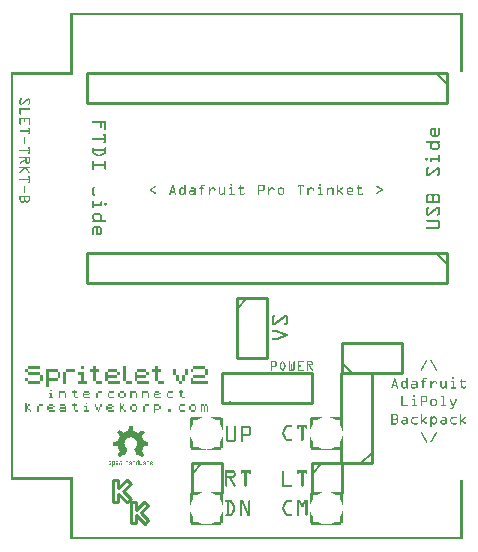
<source format=gto>
G04 MADE WITH FRITZING*
G04 WWW.FRITZING.ORG*
G04 DOUBLE SIDED*
G04 HOLES PLATED*
G04 CONTOUR ON CENTER OF CONTOUR VECTOR*
%ASAXBY*%
%FSLAX23Y23*%
%MOIN*%
%OFA0B0*%
%SFA1.0B1.0*%
%ADD10C,0.010000*%
%ADD11C,0.005000*%
%ADD12R,0.001000X0.001000*%
%LNSILK1*%
G90*
G70*
G54D10*
X1000Y250D02*
X1000Y150D01*
D02*
X1100Y150D02*
X1100Y250D01*
D02*
X1100Y250D02*
X1000Y250D01*
G54D11*
D02*
X1000Y215D02*
X1035Y250D01*
G54D10*
D02*
X600Y250D02*
X600Y150D01*
D02*
X700Y150D02*
X700Y250D01*
D02*
X700Y250D02*
X600Y250D01*
G54D11*
D02*
X600Y215D02*
X635Y250D01*
G54D10*
D02*
X1450Y950D02*
X250Y950D01*
D02*
X250Y950D02*
X250Y850D01*
D02*
X250Y850D02*
X1450Y850D01*
D02*
X1450Y850D02*
X1450Y950D01*
G54D11*
D02*
X1415Y950D02*
X1450Y915D01*
G54D10*
D02*
X1450Y1550D02*
X250Y1550D01*
D02*
X250Y1550D02*
X250Y1450D01*
D02*
X250Y1450D02*
X1450Y1450D01*
D02*
X1450Y1450D02*
X1450Y1550D01*
G54D11*
D02*
X1415Y1550D02*
X1450Y1515D01*
G54D10*
D02*
X750Y800D02*
X750Y600D01*
D02*
X750Y600D02*
X850Y600D01*
D02*
X850Y600D02*
X850Y800D01*
D02*
X850Y800D02*
X750Y800D01*
G54D11*
D02*
X750Y765D02*
X785Y800D01*
G54D10*
D02*
X1100Y551D02*
X1300Y551D01*
D02*
X1300Y551D02*
X1300Y651D01*
D02*
X1300Y651D02*
X1100Y651D01*
D02*
X1100Y651D02*
X1100Y551D01*
G54D11*
D02*
X1135Y551D02*
X1100Y586D01*
G54D10*
D02*
X1200Y250D02*
X1200Y550D01*
D02*
X1200Y550D02*
X1100Y550D01*
D02*
X1100Y250D02*
X1200Y250D01*
G54D11*
D02*
X1200Y285D02*
X1165Y250D01*
G54D10*
D02*
X700Y450D02*
X1000Y450D01*
X1000Y450D02*
X1000Y550D01*
X1000Y550D02*
X700Y550D01*
X700Y550D02*
X700Y450D01*
G36*
X55Y575D02*
X55Y565D01*
X95Y565D01*
X95Y575D01*
X55Y575D01*
G37*
D02*
G36*
X232Y575D02*
X232Y565D01*
X242Y565D01*
X242Y575D01*
X232Y575D01*
G37*
D02*
G36*
X272Y575D02*
X272Y565D01*
X262Y565D01*
X262Y555D01*
X272Y555D01*
X272Y526D01*
X282Y526D01*
X282Y555D01*
X291Y555D01*
X291Y565D01*
X282Y565D01*
X282Y575D01*
X272Y575D01*
G37*
D02*
G36*
X370Y575D02*
X370Y526D01*
X380Y526D01*
X380Y575D01*
X370Y575D01*
G37*
D02*
G36*
X478Y575D02*
X478Y565D01*
X469Y565D01*
X469Y555D01*
X478Y555D01*
X478Y526D01*
X488Y526D01*
X488Y555D01*
X498Y555D01*
X498Y565D01*
X488Y565D01*
X488Y575D01*
X478Y575D01*
G37*
D02*
G36*
X606Y575D02*
X606Y565D01*
X646Y565D01*
X646Y575D01*
X606Y575D01*
G37*
D02*
G36*
X45Y565D02*
X45Y555D01*
X55Y555D01*
X55Y565D01*
X45Y565D01*
G37*
D02*
G36*
X114Y565D02*
X114Y506D01*
X124Y506D01*
X124Y526D01*
X154Y526D01*
X154Y536D01*
X124Y536D01*
X124Y555D01*
X154Y555D01*
X154Y565D01*
X114Y565D01*
G37*
D02*
G36*
X183Y565D02*
X183Y555D01*
X213Y555D01*
X213Y565D01*
X183Y565D01*
G37*
D02*
G36*
X321Y565D02*
X321Y555D01*
X350Y555D01*
X350Y565D01*
X321Y565D01*
G37*
D02*
G36*
X419Y565D02*
X419Y555D01*
X449Y555D01*
X449Y565D01*
X419Y565D01*
G37*
D02*
G36*
X537Y565D02*
X537Y545D01*
X547Y545D01*
X547Y565D01*
X537Y565D01*
G37*
D02*
G36*
X577Y565D02*
X577Y545D01*
X587Y545D01*
X587Y565D01*
X577Y565D01*
G37*
D02*
G36*
X597Y565D02*
X597Y555D01*
X606Y555D01*
X606Y565D01*
X597Y565D01*
G37*
D02*
G36*
X646Y565D02*
X646Y545D01*
X656Y545D01*
X656Y565D01*
X646Y565D01*
G37*
D02*
G36*
X55Y555D02*
X55Y545D01*
X95Y545D01*
X95Y555D01*
X55Y555D01*
G37*
D02*
G36*
X154Y555D02*
X154Y536D01*
X163Y536D01*
X163Y555D01*
X154Y555D01*
G37*
D02*
G36*
X173Y555D02*
X173Y516D01*
X183Y516D01*
X183Y555D01*
X173Y555D01*
G37*
D02*
G36*
X223Y555D02*
X223Y545D01*
X232Y545D01*
X232Y526D01*
X223Y526D01*
X223Y516D01*
X252Y516D01*
X252Y526D01*
X242Y526D01*
X242Y555D01*
X223Y555D01*
G37*
D02*
G36*
X311Y555D02*
X311Y526D01*
X321Y526D01*
X321Y536D01*
X350Y536D01*
X350Y545D01*
X321Y545D01*
X321Y555D01*
X311Y555D01*
G37*
D02*
G36*
X350Y555D02*
X350Y545D01*
X360Y545D01*
X360Y555D01*
X350Y555D01*
G37*
D02*
G36*
X410Y555D02*
X410Y526D01*
X419Y526D01*
X419Y536D01*
X449Y536D01*
X449Y545D01*
X419Y545D01*
X419Y555D01*
X410Y555D01*
G37*
D02*
G36*
X449Y555D02*
X449Y545D01*
X459Y545D01*
X459Y555D01*
X449Y555D01*
G37*
D02*
G36*
X95Y545D02*
X95Y526D01*
X104Y526D01*
X104Y545D01*
X95Y545D01*
G37*
D02*
G36*
X547Y545D02*
X547Y526D01*
X557Y526D01*
X557Y545D01*
X547Y545D01*
G37*
D02*
G36*
X567Y545D02*
X567Y526D01*
X577Y526D01*
X577Y545D01*
X567Y545D01*
G37*
D02*
G36*
X606Y545D02*
X606Y536D01*
X646Y536D01*
X646Y545D01*
X606Y545D01*
G37*
D02*
G36*
X45Y536D02*
X45Y526D01*
X55Y526D01*
X55Y536D01*
X45Y536D01*
G37*
D02*
G36*
X597Y536D02*
X597Y516D01*
X656Y516D01*
X656Y526D01*
X606Y526D01*
X606Y536D01*
X597Y536D01*
G37*
D02*
G36*
X55Y526D02*
X55Y516D01*
X95Y516D01*
X95Y526D01*
X55Y526D01*
G37*
D02*
G36*
X282Y526D02*
X282Y516D01*
X301Y516D01*
X301Y526D01*
X282Y526D01*
G37*
D02*
G36*
X321Y526D02*
X321Y516D01*
X360Y516D01*
X360Y526D01*
X321Y526D01*
G37*
D02*
G36*
X380Y526D02*
X380Y516D01*
X400Y516D01*
X400Y526D01*
X380Y526D01*
G37*
D02*
G36*
X419Y526D02*
X419Y516D01*
X459Y516D01*
X459Y526D01*
X419Y526D01*
G37*
D02*
G36*
X488Y526D02*
X488Y516D01*
X508Y516D01*
X508Y526D01*
X488Y526D01*
G37*
D02*
G36*
X557Y526D02*
X557Y516D01*
X567Y516D01*
X567Y526D01*
X557Y526D01*
G37*
D02*
G36*
X129Y496D02*
X129Y491D01*
X134Y491D01*
X134Y496D01*
X129Y496D01*
G37*
D02*
G36*
X208Y496D02*
X208Y491D01*
X203Y491D01*
X203Y486D01*
X208Y486D01*
X208Y472D01*
X213Y472D01*
X213Y486D01*
X218Y486D01*
X218Y491D01*
X213Y491D01*
X213Y496D01*
X208Y496D01*
G37*
D02*
G36*
X562Y496D02*
X562Y491D01*
X557Y491D01*
X557Y486D01*
X562Y486D01*
X562Y472D01*
X567Y472D01*
X567Y486D01*
X572Y486D01*
X572Y491D01*
X567Y491D01*
X567Y496D01*
X562Y496D01*
G37*
D02*
G36*
X159Y491D02*
X159Y467D01*
X163Y467D01*
X163Y486D01*
X178Y486D01*
X178Y491D01*
X159Y491D01*
G37*
D02*
G36*
X242Y491D02*
X242Y486D01*
X257Y486D01*
X257Y491D01*
X242Y491D01*
G37*
D02*
G36*
X287Y491D02*
X287Y486D01*
X301Y486D01*
X301Y491D01*
X287Y491D01*
G37*
D02*
G36*
X326Y491D02*
X326Y486D01*
X341Y486D01*
X341Y491D01*
X326Y491D01*
G37*
D02*
G36*
X360Y491D02*
X360Y486D01*
X375Y486D01*
X375Y491D01*
X360Y491D01*
G37*
D02*
G36*
X395Y491D02*
X395Y467D01*
X400Y467D01*
X400Y486D01*
X414Y486D01*
X414Y491D01*
X395Y491D01*
G37*
D02*
G36*
X434Y491D02*
X434Y467D01*
X439Y467D01*
X439Y486D01*
X454Y486D01*
X454Y491D01*
X434Y491D01*
G37*
D02*
G36*
X478Y491D02*
X478Y486D01*
X493Y486D01*
X493Y491D01*
X478Y491D01*
G37*
D02*
G36*
X523Y491D02*
X523Y486D01*
X537Y486D01*
X537Y491D01*
X523Y491D01*
G37*
D02*
G36*
X124Y486D02*
X124Y482D01*
X129Y482D01*
X129Y472D01*
X124Y472D01*
X124Y467D01*
X139Y467D01*
X139Y472D01*
X134Y472D01*
X134Y486D01*
X124Y486D01*
G37*
D02*
G36*
X178Y486D02*
X178Y467D01*
X183Y467D01*
X183Y486D01*
X178Y486D01*
G37*
D02*
G36*
X237Y486D02*
X237Y472D01*
X242Y472D01*
X242Y477D01*
X257Y477D01*
X257Y482D01*
X242Y482D01*
X242Y486D01*
X237Y486D01*
G37*
D02*
G36*
X257Y486D02*
X257Y482D01*
X262Y482D01*
X262Y486D01*
X257Y486D01*
G37*
D02*
G36*
X282Y486D02*
X282Y467D01*
X287Y467D01*
X287Y486D01*
X282Y486D01*
G37*
D02*
G36*
X321Y486D02*
X321Y472D01*
X326Y472D01*
X326Y486D01*
X321Y486D01*
G37*
D02*
G36*
X355Y486D02*
X355Y472D01*
X360Y472D01*
X360Y486D01*
X355Y486D01*
G37*
D02*
G36*
X375Y486D02*
X375Y472D01*
X380Y472D01*
X380Y486D01*
X375Y486D01*
G37*
D02*
G36*
X414Y486D02*
X414Y467D01*
X419Y467D01*
X419Y486D01*
X414Y486D01*
G37*
D02*
G36*
X454Y486D02*
X454Y467D01*
X459Y467D01*
X459Y486D01*
X454Y486D01*
G37*
D02*
G36*
X474Y486D02*
X474Y472D01*
X478Y472D01*
X478Y477D01*
X493Y477D01*
X493Y482D01*
X478Y482D01*
X478Y486D01*
X474Y486D01*
G37*
D02*
G36*
X493Y486D02*
X493Y482D01*
X498Y482D01*
X498Y486D01*
X493Y486D01*
G37*
D02*
G36*
X518Y486D02*
X518Y472D01*
X523Y472D01*
X523Y486D01*
X518Y486D01*
G37*
D02*
G36*
X213Y472D02*
X213Y467D01*
X223Y467D01*
X223Y472D01*
X213Y472D01*
G37*
D02*
G36*
X242Y472D02*
X242Y467D01*
X262Y467D01*
X262Y472D01*
X242Y472D01*
G37*
D02*
G36*
X326Y472D02*
X326Y467D01*
X341Y467D01*
X341Y472D01*
X326Y472D01*
G37*
D02*
G36*
X360Y472D02*
X360Y467D01*
X375Y467D01*
X375Y472D01*
X360Y472D01*
G37*
D02*
G36*
X478Y472D02*
X478Y467D01*
X498Y467D01*
X498Y472D01*
X478Y472D01*
G37*
D02*
G36*
X523Y472D02*
X523Y467D01*
X537Y467D01*
X537Y472D01*
X523Y472D01*
G37*
D02*
G36*
X567Y472D02*
X567Y467D01*
X577Y467D01*
X577Y472D01*
X567Y472D01*
G37*
D02*
G36*
X45Y452D02*
X45Y422D01*
X50Y422D01*
X50Y432D01*
X55Y432D01*
X55Y442D01*
X50Y442D01*
X50Y452D01*
X45Y452D01*
G37*
D02*
G36*
X208Y452D02*
X208Y447D01*
X203Y447D01*
X203Y442D01*
X208Y442D01*
X208Y427D01*
X213Y427D01*
X213Y442D01*
X218Y442D01*
X218Y447D01*
X213Y447D01*
X213Y452D01*
X208Y452D01*
G37*
D02*
G36*
X247Y452D02*
X247Y447D01*
X252Y447D01*
X252Y452D01*
X247Y452D01*
G37*
D02*
G36*
X360Y452D02*
X360Y422D01*
X365Y422D01*
X365Y432D01*
X370Y432D01*
X370Y442D01*
X365Y442D01*
X365Y452D01*
X360Y452D01*
G37*
D02*
G36*
X55Y447D02*
X55Y442D01*
X60Y442D01*
X60Y447D01*
X55Y447D01*
G37*
D02*
G36*
X90Y447D02*
X90Y442D01*
X104Y442D01*
X104Y447D01*
X90Y447D01*
G37*
D02*
G36*
X124Y447D02*
X124Y442D01*
X139Y442D01*
X139Y447D01*
X124Y447D01*
G37*
D02*
G36*
X163Y447D02*
X163Y442D01*
X178Y442D01*
X178Y447D01*
X163Y447D01*
G37*
D02*
G36*
X277Y447D02*
X277Y437D01*
X282Y437D01*
X282Y447D01*
X277Y447D01*
G37*
D02*
G36*
X296Y447D02*
X296Y437D01*
X301Y437D01*
X301Y447D01*
X296Y447D01*
G37*
D02*
G36*
X321Y447D02*
X321Y442D01*
X336Y442D01*
X336Y447D01*
X321Y447D01*
G37*
D02*
G36*
X370Y447D02*
X370Y442D01*
X375Y442D01*
X375Y447D01*
X370Y447D01*
G37*
D02*
G36*
X400Y447D02*
X400Y442D01*
X414Y442D01*
X414Y447D01*
X400Y447D01*
G37*
D02*
G36*
X444Y447D02*
X444Y442D01*
X459Y442D01*
X459Y447D01*
X444Y447D01*
G37*
D02*
G36*
X474Y447D02*
X474Y418D01*
X478Y418D01*
X478Y427D01*
X493Y427D01*
X493Y432D01*
X478Y432D01*
X478Y442D01*
X493Y442D01*
X493Y447D01*
X474Y447D01*
G37*
D02*
G36*
X562Y447D02*
X562Y442D01*
X577Y442D01*
X577Y447D01*
X562Y447D01*
G37*
D02*
G36*
X597Y447D02*
X597Y442D01*
X611Y442D01*
X611Y447D01*
X597Y447D01*
G37*
D02*
G36*
X631Y447D02*
X631Y422D01*
X636Y422D01*
X636Y442D01*
X641Y442D01*
X641Y447D01*
X631Y447D01*
G37*
D02*
G36*
X646Y447D02*
X646Y442D01*
X651Y442D01*
X651Y447D01*
X646Y447D01*
G37*
D02*
G36*
X85Y442D02*
X85Y422D01*
X90Y422D01*
X90Y442D01*
X85Y442D01*
G37*
D02*
G36*
X119Y442D02*
X119Y427D01*
X124Y427D01*
X124Y432D01*
X139Y432D01*
X139Y437D01*
X124Y437D01*
X124Y442D01*
X119Y442D01*
G37*
D02*
G36*
X139Y442D02*
X139Y437D01*
X144Y437D01*
X144Y442D01*
X139Y442D01*
G37*
D02*
G36*
X178Y442D02*
X178Y437D01*
X163Y437D01*
X163Y432D01*
X178Y432D01*
X178Y427D01*
X163Y427D01*
X163Y422D01*
X183Y422D01*
X183Y442D01*
X178Y442D01*
G37*
D02*
G36*
X242Y442D02*
X242Y437D01*
X247Y437D01*
X247Y427D01*
X242Y427D01*
X242Y422D01*
X257Y422D01*
X257Y427D01*
X252Y427D01*
X252Y442D01*
X242Y442D01*
G37*
D02*
G36*
X316Y442D02*
X316Y427D01*
X321Y427D01*
X321Y432D01*
X336Y432D01*
X336Y437D01*
X321Y437D01*
X321Y442D01*
X316Y442D01*
G37*
D02*
G36*
X336Y442D02*
X336Y437D01*
X341Y437D01*
X341Y442D01*
X336Y442D01*
G37*
D02*
G36*
X395Y442D02*
X395Y427D01*
X400Y427D01*
X400Y442D01*
X395Y442D01*
G37*
D02*
G36*
X414Y442D02*
X414Y427D01*
X419Y427D01*
X419Y442D01*
X414Y442D01*
G37*
D02*
G36*
X439Y442D02*
X439Y422D01*
X444Y422D01*
X444Y442D01*
X439Y442D01*
G37*
D02*
G36*
X493Y442D02*
X493Y432D01*
X498Y432D01*
X498Y442D01*
X493Y442D01*
G37*
D02*
G36*
X557Y442D02*
X557Y427D01*
X562Y427D01*
X562Y442D01*
X557Y442D01*
G37*
D02*
G36*
X592Y442D02*
X592Y427D01*
X597Y427D01*
X597Y442D01*
X592Y442D01*
G37*
D02*
G36*
X611Y442D02*
X611Y427D01*
X616Y427D01*
X616Y442D01*
X611Y442D01*
G37*
D02*
G36*
X641Y442D02*
X641Y422D01*
X646Y422D01*
X646Y442D01*
X641Y442D01*
G37*
D02*
G36*
X651Y442D02*
X651Y422D01*
X656Y422D01*
X656Y442D01*
X651Y442D01*
G37*
D02*
G36*
X282Y437D02*
X282Y427D01*
X287Y427D01*
X287Y437D01*
X282Y437D01*
G37*
D02*
G36*
X291Y437D02*
X291Y427D01*
X296Y427D01*
X296Y437D01*
X291Y437D01*
G37*
D02*
G36*
X55Y432D02*
X55Y427D01*
X60Y427D01*
X60Y432D01*
X55Y432D01*
G37*
D02*
G36*
X159Y432D02*
X159Y427D01*
X163Y427D01*
X163Y432D01*
X159Y432D01*
G37*
D02*
G36*
X370Y432D02*
X370Y427D01*
X375Y427D01*
X375Y432D01*
X370Y432D01*
G37*
D02*
G36*
X523Y432D02*
X523Y422D01*
X533Y422D01*
X533Y432D01*
X523Y432D01*
G37*
D02*
G36*
X60Y427D02*
X60Y422D01*
X65Y422D01*
X65Y427D01*
X60Y427D01*
G37*
D02*
G36*
X124Y427D02*
X124Y422D01*
X144Y422D01*
X144Y427D01*
X124Y427D01*
G37*
D02*
G36*
X213Y427D02*
X213Y422D01*
X223Y422D01*
X223Y427D01*
X213Y427D01*
G37*
D02*
G36*
X287Y427D02*
X287Y422D01*
X291Y422D01*
X291Y427D01*
X287Y427D01*
G37*
D02*
G36*
X321Y427D02*
X321Y422D01*
X341Y422D01*
X341Y427D01*
X321Y427D01*
G37*
D02*
G36*
X375Y427D02*
X375Y422D01*
X380Y422D01*
X380Y427D01*
X375Y427D01*
G37*
D02*
G36*
X400Y427D02*
X400Y422D01*
X414Y422D01*
X414Y427D01*
X400Y427D01*
G37*
D02*
G36*
X562Y427D02*
X562Y422D01*
X577Y422D01*
X577Y427D01*
X562Y427D01*
G37*
D02*
G36*
X597Y427D02*
X597Y422D01*
X611Y422D01*
X611Y427D01*
X597Y427D01*
G37*
D02*
X398Y132D02*
X386Y120D01*
X356Y149D01*
X356Y122D01*
X339Y121D01*
X339Y194D01*
X356Y194D01*
X356Y167D01*
X385Y195D01*
X397Y183D01*
X372Y158D01*
X398Y132D01*
D02*
X431Y85D02*
X456Y60D01*
X444Y48D01*
X415Y77D01*
X415Y50D01*
X398Y50D01*
X398Y121D01*
X415Y121D01*
X415Y94D01*
X443Y122D01*
X455Y110D01*
X431Y85D01*
D02*
G54D12*
X195Y1750D02*
X1504Y1750D01*
X195Y1749D02*
X1504Y1749D01*
X195Y1748D02*
X1504Y1748D01*
X195Y1747D02*
X1504Y1747D01*
X195Y1746D02*
X1504Y1746D01*
X195Y1745D02*
X204Y1745D01*
X1495Y1745D02*
X1504Y1745D01*
X195Y1744D02*
X204Y1744D01*
X1495Y1744D02*
X1504Y1744D01*
X195Y1743D02*
X204Y1743D01*
X1495Y1743D02*
X1504Y1743D01*
X195Y1742D02*
X204Y1742D01*
X1495Y1742D02*
X1504Y1742D01*
X195Y1741D02*
X204Y1741D01*
X1495Y1741D02*
X1504Y1741D01*
X195Y1740D02*
X204Y1740D01*
X1495Y1740D02*
X1504Y1740D01*
X195Y1739D02*
X204Y1739D01*
X1495Y1739D02*
X1504Y1739D01*
X195Y1738D02*
X204Y1738D01*
X1495Y1738D02*
X1504Y1738D01*
X195Y1737D02*
X204Y1737D01*
X1495Y1737D02*
X1504Y1737D01*
X195Y1736D02*
X204Y1736D01*
X1495Y1736D02*
X1504Y1736D01*
X195Y1735D02*
X204Y1735D01*
X1495Y1735D02*
X1504Y1735D01*
X195Y1734D02*
X204Y1734D01*
X1495Y1734D02*
X1504Y1734D01*
X195Y1733D02*
X204Y1733D01*
X1495Y1733D02*
X1504Y1733D01*
X195Y1732D02*
X204Y1732D01*
X1495Y1732D02*
X1504Y1732D01*
X195Y1731D02*
X204Y1731D01*
X1495Y1731D02*
X1504Y1731D01*
X195Y1730D02*
X204Y1730D01*
X1495Y1730D02*
X1504Y1730D01*
X195Y1729D02*
X204Y1729D01*
X1495Y1729D02*
X1504Y1729D01*
X195Y1728D02*
X204Y1728D01*
X1495Y1728D02*
X1504Y1728D01*
X195Y1727D02*
X204Y1727D01*
X1495Y1727D02*
X1504Y1727D01*
X195Y1726D02*
X204Y1726D01*
X1495Y1726D02*
X1504Y1726D01*
X195Y1725D02*
X204Y1725D01*
X1495Y1725D02*
X1504Y1725D01*
X195Y1724D02*
X204Y1724D01*
X1495Y1724D02*
X1504Y1724D01*
X195Y1723D02*
X204Y1723D01*
X1495Y1723D02*
X1504Y1723D01*
X195Y1722D02*
X204Y1722D01*
X1495Y1722D02*
X1504Y1722D01*
X195Y1721D02*
X204Y1721D01*
X1495Y1721D02*
X1504Y1721D01*
X195Y1720D02*
X204Y1720D01*
X1495Y1720D02*
X1504Y1720D01*
X195Y1719D02*
X204Y1719D01*
X1495Y1719D02*
X1504Y1719D01*
X195Y1718D02*
X204Y1718D01*
X1495Y1718D02*
X1504Y1718D01*
X195Y1717D02*
X204Y1717D01*
X1495Y1717D02*
X1504Y1717D01*
X195Y1716D02*
X204Y1716D01*
X1495Y1716D02*
X1504Y1716D01*
X195Y1715D02*
X204Y1715D01*
X1495Y1715D02*
X1504Y1715D01*
X195Y1714D02*
X204Y1714D01*
X1495Y1714D02*
X1504Y1714D01*
X195Y1713D02*
X204Y1713D01*
X1495Y1713D02*
X1504Y1713D01*
X195Y1712D02*
X204Y1712D01*
X1495Y1712D02*
X1504Y1712D01*
X195Y1711D02*
X204Y1711D01*
X1495Y1711D02*
X1504Y1711D01*
X195Y1710D02*
X204Y1710D01*
X1495Y1710D02*
X1504Y1710D01*
X195Y1709D02*
X204Y1709D01*
X1495Y1709D02*
X1504Y1709D01*
X195Y1708D02*
X204Y1708D01*
X1495Y1708D02*
X1504Y1708D01*
X195Y1707D02*
X204Y1707D01*
X1495Y1707D02*
X1504Y1707D01*
X195Y1706D02*
X204Y1706D01*
X1495Y1706D02*
X1504Y1706D01*
X195Y1705D02*
X204Y1705D01*
X1495Y1705D02*
X1504Y1705D01*
X195Y1704D02*
X204Y1704D01*
X1495Y1704D02*
X1504Y1704D01*
X195Y1703D02*
X204Y1703D01*
X1495Y1703D02*
X1504Y1703D01*
X195Y1702D02*
X204Y1702D01*
X1495Y1702D02*
X1504Y1702D01*
X195Y1701D02*
X204Y1701D01*
X1495Y1701D02*
X1504Y1701D01*
X195Y1700D02*
X204Y1700D01*
X1495Y1700D02*
X1504Y1700D01*
X195Y1699D02*
X204Y1699D01*
X1495Y1699D02*
X1504Y1699D01*
X195Y1698D02*
X204Y1698D01*
X1495Y1698D02*
X1504Y1698D01*
X195Y1697D02*
X204Y1697D01*
X1495Y1697D02*
X1504Y1697D01*
X195Y1696D02*
X204Y1696D01*
X1495Y1696D02*
X1504Y1696D01*
X195Y1695D02*
X204Y1695D01*
X1495Y1695D02*
X1504Y1695D01*
X195Y1694D02*
X204Y1694D01*
X1495Y1694D02*
X1504Y1694D01*
X195Y1693D02*
X204Y1693D01*
X1495Y1693D02*
X1504Y1693D01*
X195Y1692D02*
X204Y1692D01*
X1495Y1692D02*
X1504Y1692D01*
X195Y1691D02*
X204Y1691D01*
X1495Y1691D02*
X1504Y1691D01*
X195Y1690D02*
X204Y1690D01*
X1495Y1690D02*
X1504Y1690D01*
X195Y1689D02*
X204Y1689D01*
X1495Y1689D02*
X1504Y1689D01*
X195Y1688D02*
X204Y1688D01*
X1495Y1688D02*
X1504Y1688D01*
X195Y1687D02*
X204Y1687D01*
X1495Y1687D02*
X1504Y1687D01*
X195Y1686D02*
X204Y1686D01*
X1495Y1686D02*
X1504Y1686D01*
X195Y1685D02*
X204Y1685D01*
X1495Y1685D02*
X1504Y1685D01*
X195Y1684D02*
X204Y1684D01*
X1495Y1684D02*
X1504Y1684D01*
X195Y1683D02*
X204Y1683D01*
X1495Y1683D02*
X1504Y1683D01*
X195Y1682D02*
X204Y1682D01*
X1495Y1682D02*
X1504Y1682D01*
X195Y1681D02*
X204Y1681D01*
X1495Y1681D02*
X1504Y1681D01*
X195Y1680D02*
X204Y1680D01*
X1495Y1680D02*
X1504Y1680D01*
X195Y1679D02*
X204Y1679D01*
X1495Y1679D02*
X1504Y1679D01*
X195Y1678D02*
X204Y1678D01*
X1495Y1678D02*
X1504Y1678D01*
X195Y1677D02*
X204Y1677D01*
X1495Y1677D02*
X1504Y1677D01*
X195Y1676D02*
X204Y1676D01*
X1495Y1676D02*
X1504Y1676D01*
X195Y1675D02*
X204Y1675D01*
X1495Y1675D02*
X1504Y1675D01*
X195Y1674D02*
X204Y1674D01*
X1495Y1674D02*
X1504Y1674D01*
X195Y1673D02*
X204Y1673D01*
X1495Y1673D02*
X1504Y1673D01*
X195Y1672D02*
X204Y1672D01*
X1495Y1672D02*
X1504Y1672D01*
X195Y1671D02*
X204Y1671D01*
X1495Y1671D02*
X1504Y1671D01*
X195Y1670D02*
X204Y1670D01*
X1495Y1670D02*
X1504Y1670D01*
X195Y1669D02*
X204Y1669D01*
X1495Y1669D02*
X1504Y1669D01*
X195Y1668D02*
X204Y1668D01*
X1495Y1668D02*
X1504Y1668D01*
X195Y1667D02*
X204Y1667D01*
X1495Y1667D02*
X1504Y1667D01*
X195Y1666D02*
X204Y1666D01*
X1495Y1666D02*
X1504Y1666D01*
X195Y1665D02*
X204Y1665D01*
X1495Y1665D02*
X1504Y1665D01*
X195Y1664D02*
X204Y1664D01*
X1495Y1664D02*
X1504Y1664D01*
X195Y1663D02*
X204Y1663D01*
X1495Y1663D02*
X1504Y1663D01*
X195Y1662D02*
X204Y1662D01*
X1495Y1662D02*
X1504Y1662D01*
X195Y1661D02*
X204Y1661D01*
X1495Y1661D02*
X1504Y1661D01*
X195Y1660D02*
X204Y1660D01*
X1495Y1660D02*
X1504Y1660D01*
X195Y1659D02*
X204Y1659D01*
X1495Y1659D02*
X1504Y1659D01*
X195Y1658D02*
X204Y1658D01*
X1495Y1658D02*
X1504Y1658D01*
X195Y1657D02*
X204Y1657D01*
X1495Y1657D02*
X1504Y1657D01*
X195Y1656D02*
X204Y1656D01*
X1495Y1656D02*
X1504Y1656D01*
X195Y1655D02*
X204Y1655D01*
X1495Y1655D02*
X1504Y1655D01*
X195Y1654D02*
X204Y1654D01*
X1495Y1654D02*
X1504Y1654D01*
X195Y1653D02*
X204Y1653D01*
X1495Y1653D02*
X1504Y1653D01*
X195Y1652D02*
X204Y1652D01*
X1495Y1652D02*
X1504Y1652D01*
X195Y1651D02*
X204Y1651D01*
X1495Y1651D02*
X1504Y1651D01*
X195Y1650D02*
X204Y1650D01*
X1495Y1650D02*
X1504Y1650D01*
X195Y1649D02*
X204Y1649D01*
X1495Y1649D02*
X1504Y1649D01*
X195Y1648D02*
X204Y1648D01*
X1495Y1648D02*
X1504Y1648D01*
X195Y1647D02*
X204Y1647D01*
X1495Y1647D02*
X1504Y1647D01*
X195Y1646D02*
X204Y1646D01*
X1495Y1646D02*
X1504Y1646D01*
X195Y1645D02*
X204Y1645D01*
X1495Y1645D02*
X1504Y1645D01*
X195Y1644D02*
X204Y1644D01*
X1495Y1644D02*
X1504Y1644D01*
X195Y1643D02*
X204Y1643D01*
X1495Y1643D02*
X1504Y1643D01*
X195Y1642D02*
X204Y1642D01*
X1495Y1642D02*
X1504Y1642D01*
X195Y1641D02*
X204Y1641D01*
X1495Y1641D02*
X1504Y1641D01*
X195Y1640D02*
X204Y1640D01*
X1495Y1640D02*
X1504Y1640D01*
X195Y1639D02*
X204Y1639D01*
X1495Y1639D02*
X1504Y1639D01*
X195Y1638D02*
X204Y1638D01*
X1495Y1638D02*
X1504Y1638D01*
X195Y1637D02*
X204Y1637D01*
X1495Y1637D02*
X1504Y1637D01*
X195Y1636D02*
X204Y1636D01*
X1495Y1636D02*
X1504Y1636D01*
X195Y1635D02*
X204Y1635D01*
X1495Y1635D02*
X1504Y1635D01*
X195Y1634D02*
X204Y1634D01*
X1495Y1634D02*
X1504Y1634D01*
X195Y1633D02*
X204Y1633D01*
X1495Y1633D02*
X1504Y1633D01*
X195Y1632D02*
X204Y1632D01*
X1495Y1632D02*
X1504Y1632D01*
X195Y1631D02*
X204Y1631D01*
X1495Y1631D02*
X1504Y1631D01*
X195Y1630D02*
X204Y1630D01*
X1495Y1630D02*
X1504Y1630D01*
X195Y1629D02*
X204Y1629D01*
X1495Y1629D02*
X1504Y1629D01*
X195Y1628D02*
X204Y1628D01*
X1495Y1628D02*
X1504Y1628D01*
X195Y1627D02*
X204Y1627D01*
X1495Y1627D02*
X1504Y1627D01*
X195Y1626D02*
X204Y1626D01*
X1495Y1626D02*
X1504Y1626D01*
X195Y1625D02*
X204Y1625D01*
X1495Y1625D02*
X1504Y1625D01*
X195Y1624D02*
X204Y1624D01*
X1495Y1624D02*
X1504Y1624D01*
X195Y1623D02*
X204Y1623D01*
X1495Y1623D02*
X1504Y1623D01*
X195Y1622D02*
X204Y1622D01*
X1495Y1622D02*
X1504Y1622D01*
X195Y1621D02*
X204Y1621D01*
X1495Y1621D02*
X1504Y1621D01*
X195Y1620D02*
X204Y1620D01*
X1495Y1620D02*
X1504Y1620D01*
X195Y1619D02*
X204Y1619D01*
X1495Y1619D02*
X1504Y1619D01*
X195Y1618D02*
X204Y1618D01*
X1495Y1618D02*
X1504Y1618D01*
X195Y1617D02*
X204Y1617D01*
X1495Y1617D02*
X1504Y1617D01*
X195Y1616D02*
X204Y1616D01*
X1495Y1616D02*
X1504Y1616D01*
X195Y1615D02*
X204Y1615D01*
X1495Y1615D02*
X1504Y1615D01*
X195Y1614D02*
X204Y1614D01*
X1495Y1614D02*
X1504Y1614D01*
X195Y1613D02*
X204Y1613D01*
X1495Y1613D02*
X1504Y1613D01*
X195Y1612D02*
X204Y1612D01*
X1495Y1612D02*
X1504Y1612D01*
X195Y1611D02*
X204Y1611D01*
X1495Y1611D02*
X1504Y1611D01*
X195Y1610D02*
X204Y1610D01*
X1495Y1610D02*
X1504Y1610D01*
X195Y1609D02*
X204Y1609D01*
X1495Y1609D02*
X1504Y1609D01*
X195Y1608D02*
X204Y1608D01*
X1495Y1608D02*
X1504Y1608D01*
X195Y1607D02*
X204Y1607D01*
X1495Y1607D02*
X1504Y1607D01*
X195Y1606D02*
X204Y1606D01*
X1495Y1606D02*
X1504Y1606D01*
X195Y1605D02*
X204Y1605D01*
X1495Y1605D02*
X1504Y1605D01*
X195Y1604D02*
X204Y1604D01*
X1495Y1604D02*
X1504Y1604D01*
X195Y1603D02*
X204Y1603D01*
X1495Y1603D02*
X1504Y1603D01*
X195Y1602D02*
X204Y1602D01*
X1495Y1602D02*
X1504Y1602D01*
X195Y1601D02*
X204Y1601D01*
X1495Y1601D02*
X1504Y1601D01*
X195Y1600D02*
X204Y1600D01*
X1495Y1600D02*
X1504Y1600D01*
X195Y1599D02*
X204Y1599D01*
X1495Y1599D02*
X1504Y1599D01*
X195Y1598D02*
X204Y1598D01*
X1495Y1598D02*
X1504Y1598D01*
X195Y1597D02*
X204Y1597D01*
X1495Y1597D02*
X1504Y1597D01*
X195Y1596D02*
X204Y1596D01*
X1495Y1596D02*
X1504Y1596D01*
X195Y1595D02*
X204Y1595D01*
X1495Y1595D02*
X1504Y1595D01*
X195Y1594D02*
X204Y1594D01*
X1495Y1594D02*
X1504Y1594D01*
X195Y1593D02*
X204Y1593D01*
X1495Y1593D02*
X1504Y1593D01*
X195Y1592D02*
X204Y1592D01*
X1495Y1592D02*
X1504Y1592D01*
X195Y1591D02*
X204Y1591D01*
X1495Y1591D02*
X1504Y1591D01*
X195Y1590D02*
X204Y1590D01*
X1495Y1590D02*
X1504Y1590D01*
X195Y1589D02*
X204Y1589D01*
X1495Y1589D02*
X1504Y1589D01*
X195Y1588D02*
X204Y1588D01*
X1495Y1588D02*
X1504Y1588D01*
X195Y1587D02*
X204Y1587D01*
X1495Y1587D02*
X1504Y1587D01*
X195Y1586D02*
X204Y1586D01*
X1495Y1586D02*
X1504Y1586D01*
X195Y1585D02*
X204Y1585D01*
X1495Y1585D02*
X1504Y1585D01*
X195Y1584D02*
X204Y1584D01*
X1495Y1584D02*
X1504Y1584D01*
X195Y1583D02*
X204Y1583D01*
X1495Y1583D02*
X1504Y1583D01*
X195Y1582D02*
X204Y1582D01*
X1495Y1582D02*
X1504Y1582D01*
X195Y1581D02*
X204Y1581D01*
X1495Y1581D02*
X1504Y1581D01*
X195Y1580D02*
X204Y1580D01*
X1495Y1580D02*
X1504Y1580D01*
X195Y1579D02*
X204Y1579D01*
X1495Y1579D02*
X1504Y1579D01*
X195Y1578D02*
X204Y1578D01*
X1495Y1578D02*
X1504Y1578D01*
X195Y1577D02*
X204Y1577D01*
X1495Y1577D02*
X1504Y1577D01*
X195Y1576D02*
X204Y1576D01*
X1495Y1576D02*
X1504Y1576D01*
X195Y1575D02*
X204Y1575D01*
X1495Y1575D02*
X1504Y1575D01*
X195Y1574D02*
X204Y1574D01*
X1495Y1574D02*
X1504Y1574D01*
X195Y1573D02*
X204Y1573D01*
X1495Y1573D02*
X1504Y1573D01*
X195Y1572D02*
X204Y1572D01*
X1495Y1572D02*
X1504Y1572D01*
X195Y1571D02*
X204Y1571D01*
X1495Y1571D02*
X1504Y1571D01*
X195Y1570D02*
X204Y1570D01*
X1495Y1570D02*
X1504Y1570D01*
X195Y1569D02*
X204Y1569D01*
X1495Y1569D02*
X1504Y1569D01*
X195Y1568D02*
X204Y1568D01*
X1495Y1568D02*
X1504Y1568D01*
X195Y1567D02*
X204Y1567D01*
X1495Y1567D02*
X1504Y1567D01*
X195Y1566D02*
X204Y1566D01*
X1495Y1566D02*
X1504Y1566D01*
X195Y1565D02*
X204Y1565D01*
X1495Y1565D02*
X1504Y1565D01*
X195Y1564D02*
X204Y1564D01*
X1495Y1564D02*
X1504Y1564D01*
X195Y1563D02*
X204Y1563D01*
X1495Y1563D02*
X1504Y1563D01*
X195Y1562D02*
X204Y1562D01*
X1495Y1562D02*
X1504Y1562D01*
X195Y1561D02*
X204Y1561D01*
X1495Y1561D02*
X1504Y1561D01*
X195Y1560D02*
X204Y1560D01*
X1495Y1560D02*
X1504Y1560D01*
X195Y1559D02*
X204Y1559D01*
X1495Y1559D02*
X1504Y1559D01*
X195Y1558D02*
X204Y1558D01*
X1495Y1558D02*
X1504Y1558D01*
X195Y1557D02*
X204Y1557D01*
X1495Y1557D02*
X1504Y1557D01*
X195Y1556D02*
X204Y1556D01*
X1495Y1556D02*
X1504Y1556D01*
X0Y1555D02*
X204Y1555D01*
X0Y1554D02*
X204Y1554D01*
X0Y1553D02*
X204Y1553D01*
X0Y1552D02*
X204Y1552D01*
X0Y1551D02*
X204Y1551D01*
X0Y1550D02*
X204Y1550D01*
X0Y1549D02*
X204Y1549D01*
X0Y1548D02*
X204Y1548D01*
X0Y1547D02*
X204Y1547D01*
X0Y1546D02*
X204Y1546D01*
X0Y1545D02*
X4Y1545D01*
X0Y1544D02*
X4Y1544D01*
X0Y1543D02*
X4Y1543D01*
X0Y1542D02*
X4Y1542D01*
X0Y1541D02*
X4Y1541D01*
X0Y1540D02*
X4Y1540D01*
X0Y1539D02*
X4Y1539D01*
X0Y1538D02*
X4Y1538D01*
X0Y1537D02*
X4Y1537D01*
X0Y1536D02*
X4Y1536D01*
X0Y1535D02*
X4Y1535D01*
X0Y1534D02*
X4Y1534D01*
X0Y1533D02*
X4Y1533D01*
X0Y1532D02*
X4Y1532D01*
X0Y1531D02*
X4Y1531D01*
X0Y1530D02*
X4Y1530D01*
X0Y1529D02*
X4Y1529D01*
X0Y1528D02*
X4Y1528D01*
X0Y1527D02*
X4Y1527D01*
X0Y1526D02*
X4Y1526D01*
X0Y1525D02*
X4Y1525D01*
X0Y1524D02*
X4Y1524D01*
X0Y1523D02*
X4Y1523D01*
X0Y1522D02*
X4Y1522D01*
X0Y1521D02*
X4Y1521D01*
X0Y1520D02*
X4Y1520D01*
X0Y1519D02*
X4Y1519D01*
X0Y1518D02*
X4Y1518D01*
X0Y1517D02*
X4Y1517D01*
X0Y1516D02*
X4Y1516D01*
X0Y1515D02*
X4Y1515D01*
X0Y1514D02*
X4Y1514D01*
X0Y1513D02*
X4Y1513D01*
X0Y1512D02*
X4Y1512D01*
X0Y1511D02*
X4Y1511D01*
X0Y1510D02*
X4Y1510D01*
X0Y1509D02*
X4Y1509D01*
X0Y1508D02*
X4Y1508D01*
X0Y1507D02*
X4Y1507D01*
X0Y1506D02*
X4Y1506D01*
X0Y1505D02*
X4Y1505D01*
X0Y1504D02*
X4Y1504D01*
X0Y1503D02*
X4Y1503D01*
X0Y1502D02*
X4Y1502D01*
X0Y1501D02*
X4Y1501D01*
X0Y1500D02*
X4Y1500D01*
X0Y1499D02*
X4Y1499D01*
X0Y1498D02*
X4Y1498D01*
X0Y1497D02*
X4Y1497D01*
X0Y1496D02*
X4Y1496D01*
X0Y1495D02*
X4Y1495D01*
X0Y1494D02*
X4Y1494D01*
X0Y1493D02*
X4Y1493D01*
X0Y1492D02*
X4Y1492D01*
X0Y1491D02*
X4Y1491D01*
X0Y1490D02*
X4Y1490D01*
X0Y1489D02*
X4Y1489D01*
X0Y1488D02*
X4Y1488D01*
X0Y1487D02*
X4Y1487D01*
X0Y1486D02*
X4Y1486D01*
X0Y1485D02*
X4Y1485D01*
X0Y1484D02*
X4Y1484D01*
X0Y1483D02*
X4Y1483D01*
X0Y1482D02*
X4Y1482D01*
X0Y1481D02*
X4Y1481D01*
X0Y1480D02*
X4Y1480D01*
X0Y1479D02*
X4Y1479D01*
X0Y1478D02*
X4Y1478D01*
X0Y1477D02*
X4Y1477D01*
X0Y1476D02*
X4Y1476D01*
X0Y1475D02*
X4Y1475D01*
X0Y1474D02*
X4Y1474D01*
X0Y1473D02*
X4Y1473D01*
X0Y1472D02*
X4Y1472D01*
X0Y1471D02*
X4Y1471D01*
X0Y1470D02*
X4Y1470D01*
X0Y1469D02*
X4Y1469D01*
X0Y1468D02*
X4Y1468D01*
X0Y1467D02*
X4Y1467D01*
X0Y1466D02*
X4Y1466D01*
X30Y1466D02*
X34Y1466D01*
X54Y1466D02*
X59Y1466D01*
X0Y1465D02*
X4Y1465D01*
X29Y1465D02*
X34Y1465D01*
X53Y1465D02*
X60Y1465D01*
X0Y1464D02*
X4Y1464D01*
X28Y1464D02*
X34Y1464D01*
X52Y1464D02*
X61Y1464D01*
X0Y1463D02*
X4Y1463D01*
X28Y1463D02*
X34Y1463D01*
X50Y1463D02*
X61Y1463D01*
X0Y1462D02*
X4Y1462D01*
X27Y1462D02*
X32Y1462D01*
X49Y1462D02*
X61Y1462D01*
X0Y1461D02*
X4Y1461D01*
X27Y1461D02*
X31Y1461D01*
X48Y1461D02*
X54Y1461D01*
X58Y1461D02*
X61Y1461D01*
X0Y1460D02*
X4Y1460D01*
X27Y1460D02*
X31Y1460D01*
X47Y1460D02*
X53Y1460D01*
X58Y1460D02*
X61Y1460D01*
X0Y1459D02*
X4Y1459D01*
X27Y1459D02*
X31Y1459D01*
X45Y1459D02*
X52Y1459D01*
X58Y1459D02*
X61Y1459D01*
X0Y1458D02*
X4Y1458D01*
X27Y1458D02*
X31Y1458D01*
X44Y1458D02*
X50Y1458D01*
X58Y1458D02*
X61Y1458D01*
X0Y1457D02*
X4Y1457D01*
X27Y1457D02*
X31Y1457D01*
X43Y1457D02*
X49Y1457D01*
X58Y1457D02*
X61Y1457D01*
X0Y1456D02*
X4Y1456D01*
X27Y1456D02*
X31Y1456D01*
X41Y1456D02*
X48Y1456D01*
X58Y1456D02*
X61Y1456D01*
X0Y1455D02*
X4Y1455D01*
X27Y1455D02*
X31Y1455D01*
X40Y1455D02*
X47Y1455D01*
X58Y1455D02*
X61Y1455D01*
X0Y1454D02*
X4Y1454D01*
X27Y1454D02*
X31Y1454D01*
X39Y1454D02*
X45Y1454D01*
X58Y1454D02*
X61Y1454D01*
X0Y1453D02*
X4Y1453D01*
X27Y1453D02*
X31Y1453D01*
X38Y1453D02*
X44Y1453D01*
X58Y1453D02*
X61Y1453D01*
X0Y1452D02*
X4Y1452D01*
X27Y1452D02*
X31Y1452D01*
X36Y1452D02*
X43Y1452D01*
X58Y1452D02*
X61Y1452D01*
X0Y1451D02*
X4Y1451D01*
X27Y1451D02*
X31Y1451D01*
X35Y1451D02*
X41Y1451D01*
X58Y1451D02*
X61Y1451D01*
X0Y1450D02*
X4Y1450D01*
X27Y1450D02*
X31Y1450D01*
X34Y1450D02*
X40Y1450D01*
X58Y1450D02*
X61Y1450D01*
X0Y1449D02*
X4Y1449D01*
X27Y1449D02*
X39Y1449D01*
X56Y1449D02*
X61Y1449D01*
X0Y1448D02*
X4Y1448D01*
X27Y1448D02*
X38Y1448D01*
X54Y1448D02*
X61Y1448D01*
X0Y1447D02*
X4Y1447D01*
X28Y1447D02*
X36Y1447D01*
X54Y1447D02*
X60Y1447D01*
X0Y1446D02*
X4Y1446D01*
X29Y1446D02*
X35Y1446D01*
X54Y1446D02*
X59Y1446D01*
X0Y1445D02*
X4Y1445D01*
X30Y1445D02*
X34Y1445D01*
X55Y1445D02*
X58Y1445D01*
X0Y1444D02*
X4Y1444D01*
X0Y1443D02*
X4Y1443D01*
X0Y1442D02*
X4Y1442D01*
X0Y1441D02*
X4Y1441D01*
X0Y1440D02*
X4Y1440D01*
X0Y1439D02*
X4Y1439D01*
X0Y1438D02*
X4Y1438D01*
X0Y1437D02*
X4Y1437D01*
X0Y1436D02*
X4Y1436D01*
X0Y1435D02*
X4Y1435D01*
X0Y1434D02*
X4Y1434D01*
X27Y1434D02*
X60Y1434D01*
X0Y1433D02*
X4Y1433D01*
X27Y1433D02*
X61Y1433D01*
X0Y1432D02*
X4Y1432D01*
X27Y1432D02*
X61Y1432D01*
X0Y1431D02*
X4Y1431D01*
X27Y1431D02*
X61Y1431D01*
X0Y1430D02*
X4Y1430D01*
X27Y1430D02*
X60Y1430D01*
X0Y1429D02*
X4Y1429D01*
X27Y1429D02*
X31Y1429D01*
X0Y1428D02*
X4Y1428D01*
X27Y1428D02*
X31Y1428D01*
X0Y1427D02*
X4Y1427D01*
X27Y1427D02*
X31Y1427D01*
X0Y1426D02*
X4Y1426D01*
X27Y1426D02*
X31Y1426D01*
X0Y1425D02*
X4Y1425D01*
X27Y1425D02*
X31Y1425D01*
X0Y1424D02*
X4Y1424D01*
X27Y1424D02*
X31Y1424D01*
X0Y1423D02*
X4Y1423D01*
X27Y1423D02*
X31Y1423D01*
X0Y1422D02*
X4Y1422D01*
X27Y1422D02*
X31Y1422D01*
X0Y1421D02*
X4Y1421D01*
X27Y1421D02*
X31Y1421D01*
X0Y1420D02*
X4Y1420D01*
X27Y1420D02*
X31Y1420D01*
X0Y1419D02*
X4Y1419D01*
X27Y1419D02*
X31Y1419D01*
X0Y1418D02*
X4Y1418D01*
X27Y1418D02*
X31Y1418D01*
X0Y1417D02*
X4Y1417D01*
X27Y1417D02*
X31Y1417D01*
X0Y1416D02*
X4Y1416D01*
X27Y1416D02*
X31Y1416D01*
X0Y1415D02*
X4Y1415D01*
X27Y1415D02*
X31Y1415D01*
X0Y1414D02*
X4Y1414D01*
X27Y1414D02*
X31Y1414D01*
X0Y1413D02*
X4Y1413D01*
X28Y1413D02*
X30Y1413D01*
X0Y1412D02*
X4Y1412D01*
X29Y1412D02*
X29Y1412D01*
X0Y1411D02*
X4Y1411D01*
X0Y1410D02*
X4Y1410D01*
X0Y1409D02*
X4Y1409D01*
X0Y1408D02*
X4Y1408D01*
X0Y1407D02*
X4Y1407D01*
X0Y1406D02*
X4Y1406D01*
X0Y1405D02*
X4Y1405D01*
X0Y1404D02*
X4Y1404D01*
X0Y1403D02*
X4Y1403D01*
X0Y1402D02*
X4Y1402D01*
X0Y1401D02*
X4Y1401D01*
X27Y1401D02*
X61Y1401D01*
X0Y1400D02*
X4Y1400D01*
X27Y1400D02*
X61Y1400D01*
X0Y1399D02*
X4Y1399D01*
X27Y1399D02*
X61Y1399D01*
X0Y1398D02*
X4Y1398D01*
X27Y1398D02*
X61Y1398D01*
X0Y1397D02*
X4Y1397D01*
X27Y1397D02*
X31Y1397D01*
X42Y1397D02*
X46Y1397D01*
X58Y1397D02*
X61Y1397D01*
X0Y1396D02*
X4Y1396D01*
X27Y1396D02*
X31Y1396D01*
X42Y1396D02*
X46Y1396D01*
X58Y1396D02*
X61Y1396D01*
X0Y1395D02*
X4Y1395D01*
X27Y1395D02*
X31Y1395D01*
X42Y1395D02*
X46Y1395D01*
X58Y1395D02*
X61Y1395D01*
X0Y1394D02*
X4Y1394D01*
X27Y1394D02*
X31Y1394D01*
X42Y1394D02*
X46Y1394D01*
X58Y1394D02*
X61Y1394D01*
X0Y1393D02*
X4Y1393D01*
X27Y1393D02*
X31Y1393D01*
X42Y1393D02*
X46Y1393D01*
X58Y1393D02*
X61Y1393D01*
X0Y1392D02*
X4Y1392D01*
X27Y1392D02*
X31Y1392D01*
X42Y1392D02*
X46Y1392D01*
X58Y1392D02*
X61Y1392D01*
X0Y1391D02*
X4Y1391D01*
X27Y1391D02*
X31Y1391D01*
X42Y1391D02*
X46Y1391D01*
X58Y1391D02*
X61Y1391D01*
X0Y1390D02*
X4Y1390D01*
X27Y1390D02*
X31Y1390D01*
X43Y1390D02*
X46Y1390D01*
X58Y1390D02*
X61Y1390D01*
X270Y1390D02*
X315Y1390D01*
X0Y1389D02*
X4Y1389D01*
X27Y1389D02*
X31Y1389D01*
X43Y1389D02*
X45Y1389D01*
X58Y1389D02*
X61Y1389D01*
X269Y1389D02*
X315Y1389D01*
X0Y1388D02*
X4Y1388D01*
X27Y1388D02*
X31Y1388D01*
X58Y1388D02*
X61Y1388D01*
X269Y1388D02*
X315Y1388D01*
X0Y1387D02*
X4Y1387D01*
X27Y1387D02*
X31Y1387D01*
X58Y1387D02*
X61Y1387D01*
X269Y1387D02*
X315Y1387D01*
X0Y1386D02*
X4Y1386D01*
X27Y1386D02*
X31Y1386D01*
X58Y1386D02*
X61Y1386D01*
X270Y1386D02*
X315Y1386D01*
X0Y1385D02*
X4Y1385D01*
X27Y1385D02*
X31Y1385D01*
X58Y1385D02*
X61Y1385D01*
X271Y1385D02*
X315Y1385D01*
X0Y1384D02*
X4Y1384D01*
X27Y1384D02*
X31Y1384D01*
X58Y1384D02*
X61Y1384D01*
X295Y1384D02*
X300Y1384D01*
X310Y1384D02*
X315Y1384D01*
X0Y1383D02*
X4Y1383D01*
X27Y1383D02*
X31Y1383D01*
X58Y1383D02*
X61Y1383D01*
X295Y1383D02*
X300Y1383D01*
X310Y1383D02*
X315Y1383D01*
X0Y1382D02*
X4Y1382D01*
X27Y1382D02*
X31Y1382D01*
X58Y1382D02*
X61Y1382D01*
X295Y1382D02*
X300Y1382D01*
X310Y1382D02*
X315Y1382D01*
X0Y1381D02*
X4Y1381D01*
X27Y1381D02*
X31Y1381D01*
X58Y1381D02*
X61Y1381D01*
X295Y1381D02*
X300Y1381D01*
X310Y1381D02*
X315Y1381D01*
X0Y1380D02*
X4Y1380D01*
X28Y1380D02*
X30Y1380D01*
X59Y1380D02*
X60Y1380D01*
X295Y1380D02*
X300Y1380D01*
X310Y1380D02*
X315Y1380D01*
X0Y1379D02*
X4Y1379D01*
X295Y1379D02*
X300Y1379D01*
X310Y1379D02*
X315Y1379D01*
X0Y1378D02*
X4Y1378D01*
X295Y1378D02*
X300Y1378D01*
X310Y1378D02*
X315Y1378D01*
X0Y1377D02*
X4Y1377D01*
X295Y1377D02*
X300Y1377D01*
X310Y1377D02*
X315Y1377D01*
X0Y1376D02*
X4Y1376D01*
X295Y1376D02*
X300Y1376D01*
X310Y1376D02*
X315Y1376D01*
X0Y1375D02*
X4Y1375D01*
X295Y1375D02*
X300Y1375D01*
X310Y1375D02*
X315Y1375D01*
X0Y1374D02*
X4Y1374D01*
X295Y1374D02*
X300Y1374D01*
X310Y1374D02*
X315Y1374D01*
X0Y1373D02*
X4Y1373D01*
X295Y1373D02*
X300Y1373D01*
X310Y1373D02*
X315Y1373D01*
X0Y1372D02*
X4Y1372D01*
X295Y1372D02*
X300Y1372D01*
X310Y1372D02*
X315Y1372D01*
X0Y1371D02*
X4Y1371D01*
X295Y1371D02*
X300Y1371D01*
X310Y1371D02*
X315Y1371D01*
X0Y1370D02*
X4Y1370D01*
X295Y1370D02*
X300Y1370D01*
X310Y1370D02*
X315Y1370D01*
X0Y1369D02*
X4Y1369D01*
X55Y1369D02*
X61Y1369D01*
X295Y1369D02*
X300Y1369D01*
X310Y1369D02*
X315Y1369D01*
X0Y1368D02*
X4Y1368D01*
X54Y1368D02*
X61Y1368D01*
X295Y1368D02*
X299Y1368D01*
X310Y1368D02*
X315Y1368D01*
X1403Y1368D02*
X1414Y1368D01*
X1424Y1368D02*
X1427Y1368D01*
X0Y1367D02*
X4Y1367D01*
X54Y1367D02*
X61Y1367D01*
X296Y1367D02*
X298Y1367D01*
X310Y1367D02*
X315Y1367D01*
X1401Y1367D02*
X1415Y1367D01*
X1423Y1367D02*
X1428Y1367D01*
X0Y1366D02*
X4Y1366D01*
X54Y1366D02*
X61Y1366D01*
X310Y1366D02*
X315Y1366D01*
X1399Y1366D02*
X1415Y1366D01*
X1423Y1366D02*
X1428Y1366D01*
X0Y1365D02*
X4Y1365D01*
X55Y1365D02*
X61Y1365D01*
X310Y1365D02*
X315Y1365D01*
X1398Y1365D02*
X1415Y1365D01*
X1423Y1365D02*
X1428Y1365D01*
X0Y1364D02*
X4Y1364D01*
X58Y1364D02*
X61Y1364D01*
X310Y1364D02*
X315Y1364D01*
X1398Y1364D02*
X1415Y1364D01*
X1423Y1364D02*
X1428Y1364D01*
X0Y1363D02*
X4Y1363D01*
X58Y1363D02*
X61Y1363D01*
X310Y1363D02*
X315Y1363D01*
X1397Y1363D02*
X1415Y1363D01*
X1423Y1363D02*
X1428Y1363D01*
X0Y1362D02*
X4Y1362D01*
X58Y1362D02*
X61Y1362D01*
X311Y1362D02*
X315Y1362D01*
X1396Y1362D02*
X1403Y1362D01*
X1410Y1362D02*
X1415Y1362D01*
X1423Y1362D02*
X1428Y1362D01*
X0Y1361D02*
X4Y1361D01*
X58Y1361D02*
X61Y1361D01*
X312Y1361D02*
X314Y1361D01*
X1396Y1361D02*
X1402Y1361D01*
X1410Y1361D02*
X1415Y1361D01*
X1423Y1361D02*
X1428Y1361D01*
X0Y1360D02*
X4Y1360D01*
X28Y1360D02*
X61Y1360D01*
X1395Y1360D02*
X1401Y1360D01*
X1410Y1360D02*
X1415Y1360D01*
X1423Y1360D02*
X1428Y1360D01*
X0Y1359D02*
X4Y1359D01*
X27Y1359D02*
X61Y1359D01*
X1395Y1359D02*
X1400Y1359D01*
X1410Y1359D02*
X1415Y1359D01*
X1423Y1359D02*
X1428Y1359D01*
X0Y1358D02*
X4Y1358D01*
X27Y1358D02*
X61Y1358D01*
X1395Y1358D02*
X1400Y1358D01*
X1410Y1358D02*
X1415Y1358D01*
X1423Y1358D02*
X1428Y1358D01*
X0Y1357D02*
X4Y1357D01*
X27Y1357D02*
X61Y1357D01*
X1395Y1357D02*
X1400Y1357D01*
X1410Y1357D02*
X1415Y1357D01*
X1423Y1357D02*
X1428Y1357D01*
X0Y1356D02*
X4Y1356D01*
X29Y1356D02*
X61Y1356D01*
X1395Y1356D02*
X1400Y1356D01*
X1410Y1356D02*
X1415Y1356D01*
X1423Y1356D02*
X1428Y1356D01*
X0Y1355D02*
X4Y1355D01*
X58Y1355D02*
X61Y1355D01*
X1395Y1355D02*
X1400Y1355D01*
X1410Y1355D02*
X1415Y1355D01*
X1423Y1355D02*
X1428Y1355D01*
X0Y1354D02*
X4Y1354D01*
X58Y1354D02*
X61Y1354D01*
X1395Y1354D02*
X1400Y1354D01*
X1410Y1354D02*
X1415Y1354D01*
X1423Y1354D02*
X1428Y1354D01*
X0Y1353D02*
X4Y1353D01*
X58Y1353D02*
X61Y1353D01*
X1395Y1353D02*
X1400Y1353D01*
X1410Y1353D02*
X1415Y1353D01*
X1423Y1353D02*
X1428Y1353D01*
X0Y1352D02*
X4Y1352D01*
X58Y1352D02*
X61Y1352D01*
X1395Y1352D02*
X1400Y1352D01*
X1410Y1352D02*
X1415Y1352D01*
X1423Y1352D02*
X1428Y1352D01*
X0Y1351D02*
X4Y1351D01*
X55Y1351D02*
X61Y1351D01*
X1395Y1351D02*
X1400Y1351D01*
X1410Y1351D02*
X1415Y1351D01*
X1423Y1351D02*
X1428Y1351D01*
X0Y1350D02*
X4Y1350D01*
X54Y1350D02*
X61Y1350D01*
X1395Y1350D02*
X1400Y1350D01*
X1410Y1350D02*
X1415Y1350D01*
X1423Y1350D02*
X1428Y1350D01*
X0Y1349D02*
X4Y1349D01*
X54Y1349D02*
X61Y1349D01*
X1395Y1349D02*
X1400Y1349D01*
X1410Y1349D02*
X1415Y1349D01*
X1423Y1349D02*
X1428Y1349D01*
X0Y1348D02*
X4Y1348D01*
X54Y1348D02*
X61Y1348D01*
X1395Y1348D02*
X1400Y1348D01*
X1410Y1348D02*
X1415Y1348D01*
X1422Y1348D02*
X1428Y1348D01*
X0Y1347D02*
X4Y1347D01*
X56Y1347D02*
X61Y1347D01*
X1395Y1347D02*
X1401Y1347D01*
X1410Y1347D02*
X1415Y1347D01*
X1422Y1347D02*
X1428Y1347D01*
X0Y1346D02*
X4Y1346D01*
X306Y1346D02*
X315Y1346D01*
X1396Y1346D02*
X1402Y1346D01*
X1410Y1346D02*
X1415Y1346D01*
X1421Y1346D02*
X1427Y1346D01*
X0Y1345D02*
X4Y1345D01*
X305Y1345D02*
X315Y1345D01*
X1396Y1345D02*
X1403Y1345D01*
X1410Y1345D02*
X1415Y1345D01*
X1420Y1345D02*
X1427Y1345D01*
X0Y1344D02*
X4Y1344D01*
X305Y1344D02*
X315Y1344D01*
X1397Y1344D02*
X1426Y1344D01*
X0Y1343D02*
X4Y1343D01*
X305Y1343D02*
X315Y1343D01*
X1398Y1343D02*
X1425Y1343D01*
X0Y1342D02*
X4Y1342D01*
X306Y1342D02*
X315Y1342D01*
X1398Y1342D02*
X1424Y1342D01*
X0Y1341D02*
X4Y1341D01*
X307Y1341D02*
X315Y1341D01*
X1399Y1341D02*
X1424Y1341D01*
X0Y1340D02*
X4Y1340D01*
X310Y1340D02*
X315Y1340D01*
X1401Y1340D02*
X1422Y1340D01*
X0Y1339D02*
X4Y1339D01*
X310Y1339D02*
X315Y1339D01*
X1403Y1339D02*
X1420Y1339D01*
X0Y1338D02*
X4Y1338D01*
X310Y1338D02*
X315Y1338D01*
X0Y1337D02*
X4Y1337D01*
X310Y1337D02*
X315Y1337D01*
X0Y1336D02*
X4Y1336D01*
X41Y1336D02*
X45Y1336D01*
X310Y1336D02*
X315Y1336D01*
X0Y1335D02*
X4Y1335D01*
X41Y1335D02*
X46Y1335D01*
X310Y1335D02*
X315Y1335D01*
X0Y1334D02*
X4Y1334D01*
X41Y1334D02*
X46Y1334D01*
X270Y1334D02*
X315Y1334D01*
X0Y1333D02*
X4Y1333D01*
X41Y1333D02*
X46Y1333D01*
X269Y1333D02*
X315Y1333D01*
X0Y1332D02*
X4Y1332D01*
X41Y1332D02*
X46Y1332D01*
X269Y1332D02*
X315Y1332D01*
X0Y1331D02*
X4Y1331D01*
X41Y1331D02*
X46Y1331D01*
X269Y1331D02*
X315Y1331D01*
X0Y1330D02*
X4Y1330D01*
X41Y1330D02*
X46Y1330D01*
X270Y1330D02*
X315Y1330D01*
X0Y1329D02*
X4Y1329D01*
X41Y1329D02*
X46Y1329D01*
X271Y1329D02*
X315Y1329D01*
X0Y1328D02*
X4Y1328D01*
X41Y1328D02*
X46Y1328D01*
X310Y1328D02*
X315Y1328D01*
X0Y1327D02*
X4Y1327D01*
X41Y1327D02*
X46Y1327D01*
X310Y1327D02*
X315Y1327D01*
X0Y1326D02*
X4Y1326D01*
X41Y1326D02*
X46Y1326D01*
X310Y1326D02*
X315Y1326D01*
X0Y1325D02*
X4Y1325D01*
X41Y1325D02*
X46Y1325D01*
X310Y1325D02*
X315Y1325D01*
X0Y1324D02*
X4Y1324D01*
X41Y1324D02*
X46Y1324D01*
X310Y1324D02*
X315Y1324D01*
X1383Y1324D02*
X1427Y1324D01*
X0Y1323D02*
X4Y1323D01*
X41Y1323D02*
X46Y1323D01*
X310Y1323D02*
X315Y1323D01*
X1382Y1323D02*
X1428Y1323D01*
X0Y1322D02*
X4Y1322D01*
X41Y1322D02*
X46Y1322D01*
X306Y1322D02*
X315Y1322D01*
X1382Y1322D02*
X1428Y1322D01*
X0Y1321D02*
X4Y1321D01*
X41Y1321D02*
X46Y1321D01*
X305Y1321D02*
X315Y1321D01*
X1382Y1321D02*
X1428Y1321D01*
X0Y1320D02*
X4Y1320D01*
X41Y1320D02*
X46Y1320D01*
X305Y1320D02*
X315Y1320D01*
X1383Y1320D02*
X1428Y1320D01*
X0Y1319D02*
X4Y1319D01*
X41Y1319D02*
X46Y1319D01*
X305Y1319D02*
X315Y1319D01*
X1384Y1319D02*
X1426Y1319D01*
X0Y1318D02*
X4Y1318D01*
X41Y1318D02*
X46Y1318D01*
X306Y1318D02*
X315Y1318D01*
X1398Y1318D02*
X1406Y1318D01*
X1417Y1318D02*
X1425Y1318D01*
X0Y1317D02*
X4Y1317D01*
X41Y1317D02*
X46Y1317D01*
X307Y1317D02*
X315Y1317D01*
X1397Y1317D02*
X1405Y1317D01*
X1418Y1317D02*
X1426Y1317D01*
X0Y1316D02*
X4Y1316D01*
X41Y1316D02*
X46Y1316D01*
X1397Y1316D02*
X1404Y1316D01*
X1419Y1316D02*
X1426Y1316D01*
X0Y1315D02*
X4Y1315D01*
X41Y1315D02*
X45Y1315D01*
X1396Y1315D02*
X1403Y1315D01*
X1420Y1315D02*
X1427Y1315D01*
X0Y1314D02*
X4Y1314D01*
X1396Y1314D02*
X1402Y1314D01*
X1421Y1314D02*
X1427Y1314D01*
X0Y1313D02*
X4Y1313D01*
X1395Y1313D02*
X1401Y1313D01*
X1422Y1313D02*
X1428Y1313D01*
X0Y1312D02*
X4Y1312D01*
X1395Y1312D02*
X1400Y1312D01*
X1423Y1312D02*
X1428Y1312D01*
X0Y1311D02*
X4Y1311D01*
X1395Y1311D02*
X1400Y1311D01*
X1423Y1311D02*
X1428Y1311D01*
X0Y1310D02*
X4Y1310D01*
X1395Y1310D02*
X1400Y1310D01*
X1423Y1310D02*
X1428Y1310D01*
X0Y1309D02*
X4Y1309D01*
X1395Y1309D02*
X1400Y1309D01*
X1423Y1309D02*
X1428Y1309D01*
X0Y1308D02*
X4Y1308D01*
X1395Y1308D02*
X1400Y1308D01*
X1423Y1308D02*
X1428Y1308D01*
X0Y1307D02*
X4Y1307D01*
X1395Y1307D02*
X1400Y1307D01*
X1423Y1307D02*
X1428Y1307D01*
X0Y1306D02*
X4Y1306D01*
X1395Y1306D02*
X1400Y1306D01*
X1423Y1306D02*
X1428Y1306D01*
X0Y1305D02*
X4Y1305D01*
X1395Y1305D02*
X1400Y1305D01*
X1423Y1305D02*
X1428Y1305D01*
X0Y1304D02*
X4Y1304D01*
X55Y1304D02*
X61Y1304D01*
X1395Y1304D02*
X1401Y1304D01*
X1422Y1304D02*
X1428Y1304D01*
X0Y1303D02*
X4Y1303D01*
X54Y1303D02*
X61Y1303D01*
X271Y1303D02*
X272Y1303D01*
X313Y1303D02*
X313Y1303D01*
X1395Y1303D02*
X1401Y1303D01*
X1422Y1303D02*
X1428Y1303D01*
X0Y1302D02*
X4Y1302D01*
X54Y1302D02*
X61Y1302D01*
X270Y1302D02*
X273Y1302D01*
X311Y1302D02*
X314Y1302D01*
X1396Y1302D02*
X1402Y1302D01*
X1421Y1302D02*
X1427Y1302D01*
X0Y1301D02*
X4Y1301D01*
X54Y1301D02*
X61Y1301D01*
X269Y1301D02*
X274Y1301D01*
X310Y1301D02*
X315Y1301D01*
X1396Y1301D02*
X1404Y1301D01*
X1419Y1301D02*
X1427Y1301D01*
X0Y1300D02*
X4Y1300D01*
X55Y1300D02*
X61Y1300D01*
X269Y1300D02*
X274Y1300D01*
X310Y1300D02*
X315Y1300D01*
X1397Y1300D02*
X1426Y1300D01*
X0Y1299D02*
X4Y1299D01*
X58Y1299D02*
X61Y1299D01*
X269Y1299D02*
X274Y1299D01*
X310Y1299D02*
X315Y1299D01*
X1398Y1299D02*
X1425Y1299D01*
X0Y1298D02*
X4Y1298D01*
X58Y1298D02*
X61Y1298D01*
X269Y1298D02*
X274Y1298D01*
X310Y1298D02*
X315Y1298D01*
X1399Y1298D02*
X1424Y1298D01*
X0Y1297D02*
X4Y1297D01*
X58Y1297D02*
X61Y1297D01*
X269Y1297D02*
X315Y1297D01*
X1400Y1297D02*
X1423Y1297D01*
X0Y1296D02*
X4Y1296D01*
X58Y1296D02*
X61Y1296D01*
X269Y1296D02*
X315Y1296D01*
X1401Y1296D02*
X1422Y1296D01*
X0Y1295D02*
X4Y1295D01*
X28Y1295D02*
X61Y1295D01*
X269Y1295D02*
X315Y1295D01*
X1403Y1295D02*
X1420Y1295D01*
X0Y1294D02*
X4Y1294D01*
X27Y1294D02*
X61Y1294D01*
X269Y1294D02*
X315Y1294D01*
X0Y1293D02*
X4Y1293D01*
X27Y1293D02*
X61Y1293D01*
X269Y1293D02*
X315Y1293D01*
X0Y1292D02*
X4Y1292D01*
X27Y1292D02*
X61Y1292D01*
X269Y1292D02*
X315Y1292D01*
X0Y1291D02*
X4Y1291D01*
X29Y1291D02*
X61Y1291D01*
X269Y1291D02*
X315Y1291D01*
X0Y1290D02*
X4Y1290D01*
X58Y1290D02*
X61Y1290D01*
X269Y1290D02*
X274Y1290D01*
X310Y1290D02*
X315Y1290D01*
X0Y1289D02*
X4Y1289D01*
X58Y1289D02*
X61Y1289D01*
X269Y1289D02*
X274Y1289D01*
X310Y1289D02*
X315Y1289D01*
X0Y1288D02*
X4Y1288D01*
X58Y1288D02*
X61Y1288D01*
X269Y1288D02*
X274Y1288D01*
X310Y1288D02*
X315Y1288D01*
X0Y1287D02*
X4Y1287D01*
X58Y1287D02*
X61Y1287D01*
X269Y1287D02*
X275Y1287D01*
X309Y1287D02*
X315Y1287D01*
X0Y1286D02*
X4Y1286D01*
X55Y1286D02*
X61Y1286D01*
X269Y1286D02*
X276Y1286D01*
X308Y1286D02*
X315Y1286D01*
X0Y1285D02*
X4Y1285D01*
X54Y1285D02*
X61Y1285D01*
X270Y1285D02*
X278Y1285D01*
X306Y1285D02*
X314Y1285D01*
X0Y1284D02*
X4Y1284D01*
X54Y1284D02*
X61Y1284D01*
X270Y1284D02*
X280Y1284D01*
X304Y1284D02*
X314Y1284D01*
X0Y1283D02*
X4Y1283D01*
X54Y1283D02*
X61Y1283D01*
X271Y1283D02*
X282Y1283D01*
X302Y1283D02*
X313Y1283D01*
X0Y1282D02*
X4Y1282D01*
X55Y1282D02*
X61Y1282D01*
X272Y1282D02*
X284Y1282D01*
X300Y1282D02*
X312Y1282D01*
X0Y1281D02*
X4Y1281D01*
X273Y1281D02*
X286Y1281D01*
X298Y1281D02*
X311Y1281D01*
X0Y1280D02*
X4Y1280D01*
X275Y1280D02*
X288Y1280D01*
X296Y1280D02*
X309Y1280D01*
X0Y1279D02*
X4Y1279D01*
X277Y1279D02*
X307Y1279D01*
X0Y1278D02*
X4Y1278D01*
X279Y1278D02*
X305Y1278D01*
X0Y1277D02*
X4Y1277D01*
X281Y1277D02*
X303Y1277D01*
X1424Y1277D02*
X1427Y1277D01*
X0Y1276D02*
X4Y1276D01*
X283Y1276D02*
X301Y1276D01*
X1423Y1276D02*
X1428Y1276D01*
X0Y1275D02*
X4Y1275D01*
X285Y1275D02*
X299Y1275D01*
X1423Y1275D02*
X1428Y1275D01*
X0Y1274D02*
X4Y1274D01*
X288Y1274D02*
X297Y1274D01*
X1423Y1274D02*
X1428Y1274D01*
X0Y1273D02*
X4Y1273D01*
X292Y1273D02*
X292Y1273D01*
X1423Y1273D02*
X1428Y1273D01*
X0Y1272D02*
X4Y1272D01*
X1423Y1272D02*
X1428Y1272D01*
X0Y1271D02*
X4Y1271D01*
X28Y1271D02*
X61Y1271D01*
X1423Y1271D02*
X1428Y1271D01*
X0Y1270D02*
X4Y1270D01*
X27Y1270D02*
X61Y1270D01*
X1423Y1270D02*
X1428Y1270D01*
X0Y1269D02*
X4Y1269D01*
X27Y1269D02*
X61Y1269D01*
X1423Y1269D02*
X1428Y1269D01*
X0Y1268D02*
X4Y1268D01*
X28Y1268D02*
X61Y1268D01*
X1380Y1268D02*
X1386Y1268D01*
X1396Y1268D02*
X1428Y1268D01*
X0Y1267D02*
X4Y1267D01*
X46Y1267D02*
X50Y1267D01*
X57Y1267D02*
X61Y1267D01*
X1380Y1267D02*
X1387Y1267D01*
X1395Y1267D02*
X1428Y1267D01*
X0Y1266D02*
X4Y1266D01*
X46Y1266D02*
X50Y1266D01*
X58Y1266D02*
X61Y1266D01*
X1379Y1266D02*
X1387Y1266D01*
X1395Y1266D02*
X1428Y1266D01*
X0Y1265D02*
X4Y1265D01*
X46Y1265D02*
X50Y1265D01*
X58Y1265D02*
X61Y1265D01*
X1379Y1265D02*
X1387Y1265D01*
X1395Y1265D02*
X1428Y1265D01*
X0Y1264D02*
X4Y1264D01*
X46Y1264D02*
X50Y1264D01*
X58Y1264D02*
X61Y1264D01*
X1379Y1264D02*
X1387Y1264D01*
X1395Y1264D02*
X1428Y1264D01*
X0Y1263D02*
X4Y1263D01*
X44Y1263D02*
X50Y1263D01*
X58Y1263D02*
X61Y1263D01*
X1379Y1263D02*
X1387Y1263D01*
X1395Y1263D02*
X1428Y1263D01*
X0Y1262D02*
X4Y1262D01*
X43Y1262D02*
X50Y1262D01*
X58Y1262D02*
X61Y1262D01*
X1380Y1262D02*
X1387Y1262D01*
X1395Y1262D02*
X1400Y1262D01*
X1423Y1262D02*
X1428Y1262D01*
X0Y1261D02*
X4Y1261D01*
X41Y1261D02*
X50Y1261D01*
X58Y1261D02*
X61Y1261D01*
X1380Y1261D02*
X1386Y1261D01*
X1395Y1261D02*
X1400Y1261D01*
X1423Y1261D02*
X1428Y1261D01*
X0Y1260D02*
X4Y1260D01*
X39Y1260D02*
X50Y1260D01*
X58Y1260D02*
X61Y1260D01*
X1381Y1260D02*
X1385Y1260D01*
X1395Y1260D02*
X1400Y1260D01*
X1423Y1260D02*
X1428Y1260D01*
X0Y1259D02*
X4Y1259D01*
X38Y1259D02*
X50Y1259D01*
X58Y1259D02*
X61Y1259D01*
X271Y1259D02*
X272Y1259D01*
X312Y1259D02*
X313Y1259D01*
X1395Y1259D02*
X1400Y1259D01*
X1423Y1259D02*
X1428Y1259D01*
X0Y1258D02*
X4Y1258D01*
X36Y1258D02*
X44Y1258D01*
X46Y1258D02*
X50Y1258D01*
X58Y1258D02*
X61Y1258D01*
X270Y1258D02*
X274Y1258D01*
X311Y1258D02*
X315Y1258D01*
X1395Y1258D02*
X1400Y1258D01*
X1423Y1258D02*
X1428Y1258D01*
X0Y1257D02*
X4Y1257D01*
X34Y1257D02*
X42Y1257D01*
X46Y1257D02*
X50Y1257D01*
X58Y1257D02*
X61Y1257D01*
X269Y1257D02*
X274Y1257D01*
X310Y1257D02*
X315Y1257D01*
X1395Y1257D02*
X1400Y1257D01*
X1423Y1257D02*
X1428Y1257D01*
X0Y1256D02*
X4Y1256D01*
X32Y1256D02*
X40Y1256D01*
X46Y1256D02*
X50Y1256D01*
X58Y1256D02*
X61Y1256D01*
X269Y1256D02*
X274Y1256D01*
X310Y1256D02*
X315Y1256D01*
X1395Y1256D02*
X1400Y1256D01*
X1423Y1256D02*
X1428Y1256D01*
X0Y1255D02*
X4Y1255D01*
X31Y1255D02*
X39Y1255D01*
X46Y1255D02*
X50Y1255D01*
X57Y1255D02*
X61Y1255D01*
X269Y1255D02*
X274Y1255D01*
X310Y1255D02*
X315Y1255D01*
X1395Y1255D02*
X1399Y1255D01*
X1424Y1255D02*
X1427Y1255D01*
X0Y1254D02*
X4Y1254D01*
X29Y1254D02*
X37Y1254D01*
X47Y1254D02*
X52Y1254D01*
X56Y1254D02*
X61Y1254D01*
X269Y1254D02*
X274Y1254D01*
X310Y1254D02*
X315Y1254D01*
X1397Y1254D02*
X1398Y1254D01*
X1425Y1254D02*
X1426Y1254D01*
X0Y1253D02*
X4Y1253D01*
X28Y1253D02*
X35Y1253D01*
X47Y1253D02*
X60Y1253D01*
X269Y1253D02*
X274Y1253D01*
X310Y1253D02*
X315Y1253D01*
X0Y1252D02*
X4Y1252D01*
X27Y1252D02*
X34Y1252D01*
X48Y1252D02*
X60Y1252D01*
X269Y1252D02*
X274Y1252D01*
X310Y1252D02*
X315Y1252D01*
X0Y1251D02*
X4Y1251D01*
X27Y1251D02*
X32Y1251D01*
X49Y1251D02*
X59Y1251D01*
X269Y1251D02*
X274Y1251D01*
X310Y1251D02*
X315Y1251D01*
X0Y1250D02*
X4Y1250D01*
X28Y1250D02*
X30Y1250D01*
X50Y1250D02*
X57Y1250D01*
X269Y1250D02*
X274Y1250D01*
X310Y1250D02*
X315Y1250D01*
X0Y1249D02*
X4Y1249D01*
X269Y1249D02*
X274Y1249D01*
X310Y1249D02*
X315Y1249D01*
X0Y1248D02*
X4Y1248D01*
X269Y1248D02*
X274Y1248D01*
X310Y1248D02*
X315Y1248D01*
X0Y1247D02*
X4Y1247D01*
X269Y1247D02*
X315Y1247D01*
X0Y1246D02*
X4Y1246D01*
X269Y1246D02*
X315Y1246D01*
X0Y1245D02*
X4Y1245D01*
X269Y1245D02*
X315Y1245D01*
X0Y1244D02*
X4Y1244D01*
X269Y1244D02*
X315Y1244D01*
X0Y1243D02*
X4Y1243D01*
X269Y1243D02*
X315Y1243D01*
X0Y1242D02*
X4Y1242D01*
X269Y1242D02*
X315Y1242D01*
X0Y1241D02*
X4Y1241D01*
X269Y1241D02*
X274Y1241D01*
X310Y1241D02*
X315Y1241D01*
X0Y1240D02*
X4Y1240D01*
X269Y1240D02*
X274Y1240D01*
X310Y1240D02*
X315Y1240D01*
X0Y1239D02*
X4Y1239D01*
X29Y1239D02*
X60Y1239D01*
X269Y1239D02*
X274Y1239D01*
X310Y1239D02*
X315Y1239D01*
X0Y1238D02*
X4Y1238D01*
X27Y1238D02*
X61Y1238D01*
X269Y1238D02*
X274Y1238D01*
X310Y1238D02*
X315Y1238D01*
X0Y1237D02*
X4Y1237D01*
X27Y1237D02*
X61Y1237D01*
X269Y1237D02*
X274Y1237D01*
X310Y1237D02*
X315Y1237D01*
X1388Y1237D02*
X1390Y1237D01*
X1421Y1237D02*
X1423Y1237D01*
X0Y1236D02*
X4Y1236D01*
X27Y1236D02*
X61Y1236D01*
X269Y1236D02*
X274Y1236D01*
X310Y1236D02*
X315Y1236D01*
X1386Y1236D02*
X1391Y1236D01*
X1419Y1236D02*
X1425Y1236D01*
X0Y1235D02*
X4Y1235D01*
X28Y1235D02*
X60Y1235D01*
X269Y1235D02*
X274Y1235D01*
X310Y1235D02*
X315Y1235D01*
X1385Y1235D02*
X1392Y1235D01*
X1417Y1235D02*
X1426Y1235D01*
X0Y1234D02*
X4Y1234D01*
X39Y1234D02*
X49Y1234D01*
X269Y1234D02*
X274Y1234D01*
X310Y1234D02*
X315Y1234D01*
X1384Y1234D02*
X1392Y1234D01*
X1416Y1234D02*
X1427Y1234D01*
X0Y1233D02*
X4Y1233D01*
X38Y1233D02*
X43Y1233D01*
X45Y1233D02*
X50Y1233D01*
X269Y1233D02*
X274Y1233D01*
X310Y1233D02*
X315Y1233D01*
X1383Y1233D02*
X1392Y1233D01*
X1415Y1233D02*
X1428Y1233D01*
X0Y1232D02*
X4Y1232D01*
X37Y1232D02*
X42Y1232D01*
X46Y1232D02*
X51Y1232D01*
X269Y1232D02*
X274Y1232D01*
X310Y1232D02*
X315Y1232D01*
X1383Y1232D02*
X1391Y1232D01*
X1413Y1232D02*
X1428Y1232D01*
X0Y1231D02*
X4Y1231D01*
X37Y1231D02*
X42Y1231D01*
X47Y1231D02*
X52Y1231D01*
X269Y1231D02*
X274Y1231D01*
X310Y1231D02*
X315Y1231D01*
X1382Y1231D02*
X1389Y1231D01*
X1412Y1231D02*
X1428Y1231D01*
X0Y1230D02*
X4Y1230D01*
X36Y1230D02*
X41Y1230D01*
X48Y1230D02*
X53Y1230D01*
X270Y1230D02*
X273Y1230D01*
X311Y1230D02*
X314Y1230D01*
X1382Y1230D02*
X1387Y1230D01*
X1411Y1230D02*
X1420Y1230D01*
X1423Y1230D02*
X1428Y1230D01*
X0Y1229D02*
X4Y1229D01*
X35Y1229D02*
X40Y1229D01*
X49Y1229D02*
X54Y1229D01*
X1382Y1229D02*
X1387Y1229D01*
X1409Y1229D02*
X1419Y1229D01*
X1423Y1229D02*
X1428Y1229D01*
X0Y1228D02*
X4Y1228D01*
X34Y1228D02*
X39Y1228D01*
X49Y1228D02*
X54Y1228D01*
X1382Y1228D02*
X1387Y1228D01*
X1408Y1228D02*
X1417Y1228D01*
X1423Y1228D02*
X1428Y1228D01*
X0Y1227D02*
X4Y1227D01*
X33Y1227D02*
X38Y1227D01*
X50Y1227D02*
X55Y1227D01*
X1382Y1227D02*
X1387Y1227D01*
X1407Y1227D02*
X1416Y1227D01*
X1423Y1227D02*
X1428Y1227D01*
X0Y1226D02*
X4Y1226D01*
X32Y1226D02*
X37Y1226D01*
X51Y1226D02*
X56Y1226D01*
X1382Y1226D02*
X1387Y1226D01*
X1406Y1226D02*
X1415Y1226D01*
X1423Y1226D02*
X1428Y1226D01*
X0Y1225D02*
X4Y1225D01*
X31Y1225D02*
X36Y1225D01*
X52Y1225D02*
X57Y1225D01*
X1382Y1225D02*
X1387Y1225D01*
X1404Y1225D02*
X1413Y1225D01*
X1423Y1225D02*
X1428Y1225D01*
X0Y1224D02*
X4Y1224D01*
X31Y1224D02*
X36Y1224D01*
X53Y1224D02*
X58Y1224D01*
X1382Y1224D02*
X1387Y1224D01*
X1403Y1224D02*
X1412Y1224D01*
X1423Y1224D02*
X1428Y1224D01*
X0Y1223D02*
X4Y1223D01*
X30Y1223D02*
X35Y1223D01*
X54Y1223D02*
X59Y1223D01*
X1382Y1223D02*
X1387Y1223D01*
X1402Y1223D02*
X1411Y1223D01*
X1423Y1223D02*
X1428Y1223D01*
X0Y1222D02*
X4Y1222D01*
X29Y1222D02*
X34Y1222D01*
X55Y1222D02*
X60Y1222D01*
X1382Y1222D02*
X1387Y1222D01*
X1400Y1222D02*
X1410Y1222D01*
X1423Y1222D02*
X1428Y1222D01*
X0Y1221D02*
X4Y1221D01*
X28Y1221D02*
X33Y1221D01*
X55Y1221D02*
X60Y1221D01*
X1382Y1221D02*
X1387Y1221D01*
X1399Y1221D02*
X1408Y1221D01*
X1423Y1221D02*
X1428Y1221D01*
X0Y1220D02*
X4Y1220D01*
X27Y1220D02*
X32Y1220D01*
X56Y1220D02*
X61Y1220D01*
X1382Y1220D02*
X1387Y1220D01*
X1398Y1220D02*
X1407Y1220D01*
X1423Y1220D02*
X1428Y1220D01*
X0Y1219D02*
X4Y1219D01*
X27Y1219D02*
X31Y1219D01*
X57Y1219D02*
X61Y1219D01*
X1382Y1219D02*
X1387Y1219D01*
X1397Y1219D02*
X1406Y1219D01*
X1423Y1219D02*
X1428Y1219D01*
X0Y1218D02*
X4Y1218D01*
X28Y1218D02*
X30Y1218D01*
X58Y1218D02*
X61Y1218D01*
X1382Y1218D02*
X1387Y1218D01*
X1395Y1218D02*
X1404Y1218D01*
X1423Y1218D02*
X1428Y1218D01*
X0Y1217D02*
X4Y1217D01*
X29Y1217D02*
X29Y1217D01*
X59Y1217D02*
X60Y1217D01*
X1382Y1217D02*
X1387Y1217D01*
X1394Y1217D02*
X1403Y1217D01*
X1423Y1217D02*
X1428Y1217D01*
X0Y1216D02*
X4Y1216D01*
X1382Y1216D02*
X1387Y1216D01*
X1393Y1216D02*
X1402Y1216D01*
X1423Y1216D02*
X1428Y1216D01*
X0Y1215D02*
X4Y1215D01*
X1382Y1215D02*
X1387Y1215D01*
X1391Y1215D02*
X1400Y1215D01*
X1423Y1215D02*
X1428Y1215D01*
X0Y1214D02*
X4Y1214D01*
X1382Y1214D02*
X1387Y1214D01*
X1390Y1214D02*
X1399Y1214D01*
X1423Y1214D02*
X1428Y1214D01*
X0Y1213D02*
X4Y1213D01*
X1382Y1213D02*
X1398Y1213D01*
X1420Y1213D02*
X1428Y1213D01*
X0Y1212D02*
X4Y1212D01*
X1382Y1212D02*
X1397Y1212D01*
X1419Y1212D02*
X1427Y1212D01*
X0Y1211D02*
X4Y1211D01*
X1383Y1211D02*
X1395Y1211D01*
X1418Y1211D02*
X1427Y1211D01*
X0Y1210D02*
X4Y1210D01*
X1383Y1210D02*
X1394Y1210D01*
X1418Y1210D02*
X1426Y1210D01*
X0Y1209D02*
X4Y1209D01*
X1384Y1209D02*
X1393Y1209D01*
X1418Y1209D02*
X1425Y1209D01*
X0Y1208D02*
X4Y1208D01*
X1385Y1208D02*
X1391Y1208D01*
X1419Y1208D02*
X1424Y1208D01*
X0Y1207D02*
X4Y1207D01*
X0Y1206D02*
X4Y1206D01*
X55Y1206D02*
X61Y1206D01*
X0Y1205D02*
X4Y1205D01*
X54Y1205D02*
X61Y1205D01*
X0Y1204D02*
X4Y1204D01*
X54Y1204D02*
X61Y1204D01*
X0Y1203D02*
X4Y1203D01*
X54Y1203D02*
X61Y1203D01*
X0Y1202D02*
X4Y1202D01*
X57Y1202D02*
X61Y1202D01*
X0Y1201D02*
X4Y1201D01*
X58Y1201D02*
X61Y1201D01*
X0Y1200D02*
X4Y1200D01*
X58Y1200D02*
X61Y1200D01*
X0Y1199D02*
X4Y1199D01*
X58Y1199D02*
X61Y1199D01*
X0Y1198D02*
X4Y1198D01*
X57Y1198D02*
X61Y1198D01*
X0Y1197D02*
X4Y1197D01*
X28Y1197D02*
X61Y1197D01*
X0Y1196D02*
X4Y1196D01*
X27Y1196D02*
X61Y1196D01*
X0Y1195D02*
X4Y1195D01*
X27Y1195D02*
X61Y1195D01*
X0Y1194D02*
X4Y1194D01*
X28Y1194D02*
X61Y1194D01*
X0Y1193D02*
X4Y1193D01*
X58Y1193D02*
X61Y1193D01*
X0Y1192D02*
X4Y1192D01*
X58Y1192D02*
X61Y1192D01*
X0Y1191D02*
X4Y1191D01*
X58Y1191D02*
X61Y1191D01*
X0Y1190D02*
X4Y1190D01*
X58Y1190D02*
X61Y1190D01*
X0Y1189D02*
X4Y1189D01*
X57Y1189D02*
X61Y1189D01*
X0Y1188D02*
X4Y1188D01*
X54Y1188D02*
X61Y1188D01*
X0Y1187D02*
X4Y1187D01*
X54Y1187D02*
X61Y1187D01*
X0Y1186D02*
X4Y1186D01*
X54Y1186D02*
X61Y1186D01*
X0Y1185D02*
X4Y1185D01*
X55Y1185D02*
X61Y1185D01*
X0Y1184D02*
X4Y1184D01*
X0Y1183D02*
X4Y1183D01*
X0Y1182D02*
X4Y1182D01*
X0Y1181D02*
X4Y1181D01*
X731Y1181D02*
X735Y1181D01*
X1027Y1181D02*
X1031Y1181D01*
X0Y1180D02*
X4Y1180D01*
X730Y1180D02*
X736Y1180D01*
X1026Y1180D02*
X1032Y1180D01*
X0Y1179D02*
X4Y1179D01*
X536Y1179D02*
X539Y1179D01*
X578Y1179D02*
X580Y1179D01*
X635Y1179D02*
X645Y1179D01*
X730Y1179D02*
X736Y1179D01*
X822Y1179D02*
X840Y1179D01*
X954Y1179D02*
X975Y1179D01*
X1026Y1179D02*
X1032Y1179D01*
X1086Y1179D02*
X1088Y1179D01*
X0Y1178D02*
X4Y1178D01*
X536Y1178D02*
X539Y1178D01*
X578Y1178D02*
X581Y1178D01*
X634Y1178D02*
X645Y1178D01*
X730Y1178D02*
X736Y1178D01*
X822Y1178D02*
X841Y1178D01*
X954Y1178D02*
X975Y1178D01*
X1026Y1178D02*
X1032Y1178D01*
X1085Y1178D02*
X1088Y1178D01*
X0Y1177D02*
X4Y1177D01*
X535Y1177D02*
X539Y1177D01*
X577Y1177D02*
X581Y1177D01*
X633Y1177D02*
X645Y1177D01*
X730Y1177D02*
X736Y1177D01*
X762Y1177D02*
X764Y1177D01*
X822Y1177D02*
X842Y1177D01*
X954Y1177D02*
X975Y1177D01*
X1026Y1177D02*
X1032Y1177D01*
X1085Y1177D02*
X1088Y1177D01*
X1156Y1177D02*
X1158Y1177D01*
X0Y1176D02*
X4Y1176D01*
X535Y1176D02*
X540Y1176D01*
X577Y1176D02*
X581Y1176D01*
X632Y1176D02*
X645Y1176D01*
X731Y1176D02*
X736Y1176D01*
X761Y1176D02*
X764Y1176D01*
X822Y1176D02*
X843Y1176D01*
X954Y1176D02*
X975Y1176D01*
X1027Y1176D02*
X1031Y1176D01*
X1085Y1176D02*
X1088Y1176D01*
X1155Y1176D02*
X1159Y1176D01*
X0Y1175D02*
X4Y1175D01*
X479Y1175D02*
X482Y1175D01*
X535Y1175D02*
X540Y1175D01*
X577Y1175D02*
X581Y1175D01*
X631Y1175D02*
X637Y1175D01*
X761Y1175D02*
X765Y1175D01*
X822Y1175D02*
X826Y1175D01*
X839Y1175D02*
X843Y1175D01*
X954Y1175D02*
X957Y1175D01*
X962Y1175D02*
X966Y1175D01*
X971Y1175D02*
X975Y1175D01*
X1085Y1175D02*
X1088Y1175D01*
X1155Y1175D02*
X1159Y1175D01*
X1217Y1175D02*
X1220Y1175D01*
X0Y1174D02*
X4Y1174D01*
X42Y1174D02*
X45Y1174D01*
X477Y1174D02*
X482Y1174D01*
X534Y1174D02*
X540Y1174D01*
X577Y1174D02*
X581Y1174D01*
X631Y1174D02*
X635Y1174D01*
X761Y1174D02*
X765Y1174D01*
X822Y1174D02*
X826Y1174D01*
X840Y1174D02*
X844Y1174D01*
X954Y1174D02*
X957Y1174D01*
X963Y1174D02*
X966Y1174D01*
X972Y1174D02*
X975Y1174D01*
X1085Y1174D02*
X1088Y1174D01*
X1155Y1174D02*
X1159Y1174D01*
X1216Y1174D02*
X1221Y1174D01*
X0Y1173D02*
X4Y1173D01*
X41Y1173D02*
X46Y1173D01*
X476Y1173D02*
X482Y1173D01*
X534Y1173D02*
X541Y1173D01*
X577Y1173D02*
X581Y1173D01*
X631Y1173D02*
X635Y1173D01*
X761Y1173D02*
X765Y1173D01*
X822Y1173D02*
X826Y1173D01*
X840Y1173D02*
X844Y1173D01*
X954Y1173D02*
X957Y1173D01*
X963Y1173D02*
X966Y1173D01*
X972Y1173D02*
X975Y1173D01*
X1085Y1173D02*
X1088Y1173D01*
X1155Y1173D02*
X1159Y1173D01*
X1216Y1173D02*
X1223Y1173D01*
X0Y1172D02*
X4Y1172D01*
X41Y1172D02*
X46Y1172D01*
X474Y1172D02*
X482Y1172D01*
X534Y1172D02*
X541Y1172D01*
X577Y1172D02*
X581Y1172D01*
X631Y1172D02*
X634Y1172D01*
X761Y1172D02*
X765Y1172D01*
X822Y1172D02*
X826Y1172D01*
X840Y1172D02*
X844Y1172D01*
X954Y1172D02*
X956Y1172D01*
X963Y1172D02*
X966Y1172D01*
X972Y1172D02*
X974Y1172D01*
X1085Y1172D02*
X1088Y1172D01*
X1155Y1172D02*
X1159Y1172D01*
X1217Y1172D02*
X1225Y1172D01*
X0Y1171D02*
X4Y1171D01*
X41Y1171D02*
X46Y1171D01*
X274Y1171D02*
X278Y1171D01*
X472Y1171D02*
X480Y1171D01*
X534Y1171D02*
X541Y1171D01*
X577Y1171D02*
X581Y1171D01*
X631Y1171D02*
X634Y1171D01*
X761Y1171D02*
X765Y1171D01*
X822Y1171D02*
X826Y1171D01*
X840Y1171D02*
X844Y1171D01*
X963Y1171D02*
X966Y1171D01*
X1085Y1171D02*
X1088Y1171D01*
X1155Y1171D02*
X1159Y1171D01*
X1218Y1171D02*
X1227Y1171D01*
X0Y1170D02*
X4Y1170D01*
X41Y1170D02*
X46Y1170D01*
X272Y1170D02*
X278Y1170D01*
X471Y1170D02*
X479Y1170D01*
X533Y1170D02*
X541Y1170D01*
X567Y1170D02*
X571Y1170D01*
X577Y1170D02*
X581Y1170D01*
X598Y1170D02*
X608Y1170D01*
X628Y1170D02*
X639Y1170D01*
X660Y1170D02*
X660Y1170D01*
X669Y1170D02*
X674Y1170D01*
X692Y1170D02*
X693Y1170D01*
X710Y1170D02*
X711Y1170D01*
X728Y1170D02*
X735Y1170D01*
X758Y1170D02*
X774Y1170D01*
X822Y1170D02*
X826Y1170D01*
X840Y1170D02*
X844Y1170D01*
X857Y1170D02*
X857Y1170D01*
X866Y1170D02*
X871Y1170D01*
X896Y1170D02*
X902Y1170D01*
X963Y1170D02*
X966Y1170D01*
X988Y1170D02*
X988Y1170D01*
X997Y1170D02*
X1002Y1170D01*
X1023Y1170D02*
X1030Y1170D01*
X1054Y1170D02*
X1054Y1170D01*
X1064Y1170D02*
X1067Y1170D01*
X1085Y1170D02*
X1088Y1170D01*
X1102Y1170D02*
X1103Y1170D01*
X1125Y1170D02*
X1132Y1170D01*
X1152Y1170D02*
X1168Y1170D01*
X1220Y1170D02*
X1228Y1170D01*
X0Y1169D02*
X4Y1169D01*
X41Y1169D02*
X46Y1169D01*
X271Y1169D02*
X277Y1169D01*
X469Y1169D02*
X477Y1169D01*
X533Y1169D02*
X542Y1169D01*
X564Y1169D02*
X574Y1169D01*
X577Y1169D02*
X581Y1169D01*
X597Y1169D02*
X610Y1169D01*
X627Y1169D02*
X641Y1169D01*
X658Y1169D02*
X661Y1169D01*
X667Y1169D02*
X676Y1169D01*
X691Y1169D02*
X694Y1169D01*
X709Y1169D02*
X712Y1169D01*
X726Y1169D02*
X736Y1169D01*
X757Y1169D02*
X775Y1169D01*
X822Y1169D02*
X826Y1169D01*
X840Y1169D02*
X844Y1169D01*
X855Y1169D02*
X858Y1169D01*
X864Y1169D02*
X873Y1169D01*
X893Y1169D02*
X905Y1169D01*
X963Y1169D02*
X966Y1169D01*
X987Y1169D02*
X990Y1169D01*
X995Y1169D02*
X1005Y1169D01*
X1022Y1169D02*
X1031Y1169D01*
X1052Y1169D02*
X1055Y1169D01*
X1061Y1169D02*
X1070Y1169D01*
X1085Y1169D02*
X1088Y1169D01*
X1101Y1169D02*
X1104Y1169D01*
X1123Y1169D02*
X1135Y1169D01*
X1151Y1169D02*
X1170Y1169D01*
X1222Y1169D02*
X1230Y1169D01*
X0Y1168D02*
X4Y1168D01*
X41Y1168D02*
X46Y1168D01*
X270Y1168D02*
X277Y1168D01*
X467Y1168D02*
X475Y1168D01*
X533Y1168D02*
X536Y1168D01*
X538Y1168D02*
X542Y1168D01*
X563Y1168D02*
X575Y1168D01*
X577Y1168D02*
X581Y1168D01*
X597Y1168D02*
X611Y1168D01*
X626Y1168D02*
X641Y1168D01*
X658Y1168D02*
X662Y1168D01*
X666Y1168D02*
X678Y1168D01*
X691Y1168D02*
X694Y1168D01*
X709Y1168D02*
X712Y1168D01*
X726Y1168D02*
X736Y1168D01*
X757Y1168D02*
X776Y1168D01*
X822Y1168D02*
X826Y1168D01*
X840Y1168D02*
X844Y1168D01*
X855Y1168D02*
X859Y1168D01*
X863Y1168D02*
X875Y1168D01*
X891Y1168D02*
X906Y1168D01*
X963Y1168D02*
X966Y1168D01*
X986Y1168D02*
X990Y1168D01*
X994Y1168D02*
X1006Y1168D01*
X1021Y1168D02*
X1032Y1168D01*
X1052Y1168D02*
X1056Y1168D01*
X1059Y1168D02*
X1071Y1168D01*
X1085Y1168D02*
X1088Y1168D01*
X1100Y1168D02*
X1104Y1168D01*
X1121Y1168D02*
X1136Y1168D01*
X1151Y1168D02*
X1170Y1168D01*
X1224Y1168D02*
X1232Y1168D01*
X0Y1167D02*
X4Y1167D01*
X41Y1167D02*
X46Y1167D01*
X270Y1167D02*
X276Y1167D01*
X465Y1167D02*
X474Y1167D01*
X532Y1167D02*
X536Y1167D01*
X539Y1167D02*
X542Y1167D01*
X562Y1167D02*
X581Y1167D01*
X597Y1167D02*
X612Y1167D01*
X626Y1167D02*
X641Y1167D01*
X658Y1167D02*
X662Y1167D01*
X665Y1167D02*
X678Y1167D01*
X691Y1167D02*
X694Y1167D01*
X709Y1167D02*
X712Y1167D01*
X726Y1167D02*
X736Y1167D01*
X757Y1167D02*
X776Y1167D01*
X822Y1167D02*
X826Y1167D01*
X840Y1167D02*
X844Y1167D01*
X855Y1167D02*
X859Y1167D01*
X862Y1167D02*
X875Y1167D01*
X890Y1167D02*
X907Y1167D01*
X963Y1167D02*
X966Y1167D01*
X986Y1167D02*
X990Y1167D01*
X993Y1167D02*
X1007Y1167D01*
X1022Y1167D02*
X1032Y1167D01*
X1052Y1167D02*
X1056Y1167D01*
X1058Y1167D02*
X1072Y1167D01*
X1085Y1167D02*
X1088Y1167D01*
X1098Y1167D02*
X1104Y1167D01*
X1120Y1167D02*
X1137Y1167D01*
X1151Y1167D02*
X1170Y1167D01*
X1225Y1167D02*
X1233Y1167D01*
X0Y1166D02*
X4Y1166D01*
X41Y1166D02*
X46Y1166D01*
X269Y1166D02*
X276Y1166D01*
X464Y1166D02*
X472Y1166D01*
X532Y1166D02*
X536Y1166D01*
X539Y1166D02*
X543Y1166D01*
X561Y1166D02*
X581Y1166D01*
X598Y1166D02*
X613Y1166D01*
X627Y1166D02*
X640Y1166D01*
X658Y1166D02*
X662Y1166D01*
X664Y1166D02*
X679Y1166D01*
X691Y1166D02*
X694Y1166D01*
X709Y1166D02*
X712Y1166D01*
X727Y1166D02*
X736Y1166D01*
X757Y1166D02*
X775Y1166D01*
X822Y1166D02*
X826Y1166D01*
X840Y1166D02*
X844Y1166D01*
X855Y1166D02*
X859Y1166D01*
X861Y1166D02*
X876Y1166D01*
X889Y1166D02*
X908Y1166D01*
X963Y1166D02*
X966Y1166D01*
X986Y1166D02*
X990Y1166D01*
X992Y1166D02*
X1007Y1166D01*
X1022Y1166D02*
X1032Y1166D01*
X1052Y1166D02*
X1073Y1166D01*
X1085Y1166D02*
X1088Y1166D01*
X1097Y1166D02*
X1103Y1166D01*
X1119Y1166D02*
X1138Y1166D01*
X1152Y1166D02*
X1169Y1166D01*
X1227Y1166D02*
X1235Y1166D01*
X0Y1165D02*
X4Y1165D01*
X41Y1165D02*
X46Y1165D01*
X269Y1165D02*
X275Y1165D01*
X462Y1165D02*
X470Y1165D01*
X532Y1165D02*
X536Y1165D01*
X539Y1165D02*
X543Y1165D01*
X560Y1165D02*
X565Y1165D01*
X573Y1165D02*
X581Y1165D01*
X609Y1165D02*
X613Y1165D01*
X631Y1165D02*
X634Y1165D01*
X658Y1165D02*
X668Y1165D01*
X675Y1165D02*
X679Y1165D01*
X691Y1165D02*
X694Y1165D01*
X709Y1165D02*
X712Y1165D01*
X733Y1165D02*
X736Y1165D01*
X761Y1165D02*
X765Y1165D01*
X822Y1165D02*
X826Y1165D01*
X840Y1165D02*
X844Y1165D01*
X855Y1165D02*
X866Y1165D01*
X872Y1165D02*
X876Y1165D01*
X889Y1165D02*
X894Y1165D01*
X904Y1165D02*
X909Y1165D01*
X963Y1165D02*
X966Y1165D01*
X986Y1165D02*
X997Y1165D01*
X1004Y1165D02*
X1008Y1165D01*
X1028Y1165D02*
X1032Y1165D01*
X1052Y1165D02*
X1062Y1165D01*
X1069Y1165D02*
X1073Y1165D01*
X1085Y1165D02*
X1088Y1165D01*
X1096Y1165D02*
X1102Y1165D01*
X1119Y1165D02*
X1124Y1165D01*
X1133Y1165D02*
X1139Y1165D01*
X1155Y1165D02*
X1159Y1165D01*
X1229Y1165D02*
X1237Y1165D01*
X0Y1164D02*
X4Y1164D01*
X41Y1164D02*
X46Y1164D01*
X269Y1164D02*
X274Y1164D01*
X461Y1164D02*
X468Y1164D01*
X532Y1164D02*
X535Y1164D01*
X539Y1164D02*
X543Y1164D01*
X560Y1164D02*
X564Y1164D01*
X574Y1164D02*
X581Y1164D01*
X609Y1164D02*
X613Y1164D01*
X631Y1164D02*
X634Y1164D01*
X658Y1164D02*
X667Y1164D01*
X676Y1164D02*
X680Y1164D01*
X691Y1164D02*
X694Y1164D01*
X709Y1164D02*
X712Y1164D01*
X733Y1164D02*
X736Y1164D01*
X761Y1164D02*
X765Y1164D01*
X822Y1164D02*
X826Y1164D01*
X840Y1164D02*
X844Y1164D01*
X855Y1164D02*
X864Y1164D01*
X873Y1164D02*
X877Y1164D01*
X888Y1164D02*
X893Y1164D01*
X905Y1164D02*
X909Y1164D01*
X963Y1164D02*
X966Y1164D01*
X986Y1164D02*
X996Y1164D01*
X1004Y1164D02*
X1008Y1164D01*
X1028Y1164D02*
X1032Y1164D01*
X1052Y1164D02*
X1061Y1164D01*
X1069Y1164D02*
X1073Y1164D01*
X1085Y1164D02*
X1088Y1164D01*
X1095Y1164D02*
X1101Y1164D01*
X1118Y1164D02*
X1123Y1164D01*
X1135Y1164D02*
X1139Y1164D01*
X1155Y1164D02*
X1159Y1164D01*
X1230Y1164D02*
X1238Y1164D01*
X0Y1163D02*
X4Y1163D01*
X41Y1163D02*
X46Y1163D01*
X269Y1163D02*
X274Y1163D01*
X461Y1163D02*
X467Y1163D01*
X531Y1163D02*
X535Y1163D01*
X540Y1163D02*
X543Y1163D01*
X560Y1163D02*
X563Y1163D01*
X575Y1163D02*
X581Y1163D01*
X610Y1163D02*
X613Y1163D01*
X631Y1163D02*
X634Y1163D01*
X658Y1163D02*
X666Y1163D01*
X676Y1163D02*
X680Y1163D01*
X691Y1163D02*
X695Y1163D01*
X709Y1163D02*
X712Y1163D01*
X733Y1163D02*
X736Y1163D01*
X761Y1163D02*
X765Y1163D01*
X822Y1163D02*
X826Y1163D01*
X839Y1163D02*
X844Y1163D01*
X855Y1163D02*
X863Y1163D01*
X873Y1163D02*
X877Y1163D01*
X888Y1163D02*
X892Y1163D01*
X906Y1163D02*
X909Y1163D01*
X963Y1163D02*
X966Y1163D01*
X986Y1163D02*
X995Y1163D01*
X1004Y1163D02*
X1008Y1163D01*
X1028Y1163D02*
X1032Y1163D01*
X1052Y1163D02*
X1059Y1163D01*
X1070Y1163D02*
X1073Y1163D01*
X1085Y1163D02*
X1088Y1163D01*
X1094Y1163D02*
X1100Y1163D01*
X1118Y1163D02*
X1122Y1163D01*
X1135Y1163D02*
X1139Y1163D01*
X1155Y1163D02*
X1159Y1163D01*
X1232Y1163D02*
X1238Y1163D01*
X0Y1162D02*
X4Y1162D01*
X41Y1162D02*
X46Y1162D01*
X269Y1162D02*
X274Y1162D01*
X461Y1162D02*
X466Y1162D01*
X531Y1162D02*
X535Y1162D01*
X540Y1162D02*
X544Y1162D01*
X559Y1162D02*
X563Y1162D01*
X576Y1162D02*
X581Y1162D01*
X610Y1162D02*
X613Y1162D01*
X631Y1162D02*
X634Y1162D01*
X658Y1162D02*
X665Y1162D01*
X676Y1162D02*
X680Y1162D01*
X691Y1162D02*
X695Y1162D01*
X709Y1162D02*
X712Y1162D01*
X733Y1162D02*
X736Y1162D01*
X761Y1162D02*
X765Y1162D01*
X822Y1162D02*
X843Y1162D01*
X855Y1162D02*
X862Y1162D01*
X873Y1162D02*
X877Y1162D01*
X888Y1162D02*
X891Y1162D01*
X906Y1162D02*
X909Y1162D01*
X963Y1162D02*
X966Y1162D01*
X986Y1162D02*
X993Y1162D01*
X1004Y1162D02*
X1008Y1162D01*
X1028Y1162D02*
X1032Y1162D01*
X1052Y1162D02*
X1058Y1162D01*
X1070Y1162D02*
X1073Y1162D01*
X1085Y1162D02*
X1088Y1162D01*
X1093Y1162D02*
X1099Y1162D01*
X1118Y1162D02*
X1121Y1162D01*
X1136Y1162D02*
X1139Y1162D01*
X1155Y1162D02*
X1159Y1162D01*
X1233Y1162D02*
X1238Y1162D01*
X0Y1161D02*
X4Y1161D01*
X41Y1161D02*
X46Y1161D01*
X269Y1161D02*
X274Y1161D01*
X461Y1161D02*
X467Y1161D01*
X531Y1161D02*
X534Y1161D01*
X540Y1161D02*
X544Y1161D01*
X559Y1161D02*
X563Y1161D01*
X577Y1161D02*
X581Y1161D01*
X610Y1161D02*
X613Y1161D01*
X631Y1161D02*
X634Y1161D01*
X658Y1161D02*
X664Y1161D01*
X676Y1161D02*
X679Y1161D01*
X691Y1161D02*
X695Y1161D01*
X709Y1161D02*
X712Y1161D01*
X733Y1161D02*
X736Y1161D01*
X761Y1161D02*
X765Y1161D01*
X822Y1161D02*
X843Y1161D01*
X855Y1161D02*
X861Y1161D01*
X873Y1161D02*
X876Y1161D01*
X888Y1161D02*
X891Y1161D01*
X906Y1161D02*
X909Y1161D01*
X963Y1161D02*
X966Y1161D01*
X986Y1161D02*
X992Y1161D01*
X1005Y1161D02*
X1008Y1161D01*
X1028Y1161D02*
X1032Y1161D01*
X1052Y1161D02*
X1056Y1161D01*
X1070Y1161D02*
X1073Y1161D01*
X1085Y1161D02*
X1088Y1161D01*
X1091Y1161D02*
X1098Y1161D01*
X1118Y1161D02*
X1121Y1161D01*
X1136Y1161D02*
X1139Y1161D01*
X1155Y1161D02*
X1159Y1161D01*
X1232Y1161D02*
X1238Y1161D01*
X0Y1160D02*
X4Y1160D01*
X41Y1160D02*
X46Y1160D01*
X269Y1160D02*
X274Y1160D01*
X461Y1160D02*
X469Y1160D01*
X530Y1160D02*
X534Y1160D01*
X541Y1160D02*
X544Y1160D01*
X559Y1160D02*
X563Y1160D01*
X577Y1160D02*
X581Y1160D01*
X597Y1160D02*
X613Y1160D01*
X631Y1160D02*
X634Y1160D01*
X658Y1160D02*
X663Y1160D01*
X677Y1160D02*
X678Y1160D01*
X691Y1160D02*
X695Y1160D01*
X709Y1160D02*
X712Y1160D01*
X733Y1160D02*
X736Y1160D01*
X761Y1160D02*
X765Y1160D01*
X822Y1160D02*
X842Y1160D01*
X855Y1160D02*
X860Y1160D01*
X874Y1160D02*
X875Y1160D01*
X888Y1160D02*
X891Y1160D01*
X906Y1160D02*
X909Y1160D01*
X963Y1160D02*
X966Y1160D01*
X986Y1160D02*
X991Y1160D01*
X1006Y1160D02*
X1007Y1160D01*
X1028Y1160D02*
X1032Y1160D01*
X1052Y1160D02*
X1056Y1160D01*
X1070Y1160D02*
X1073Y1160D01*
X1085Y1160D02*
X1096Y1160D01*
X1118Y1160D02*
X1121Y1160D01*
X1136Y1160D02*
X1139Y1160D01*
X1155Y1160D02*
X1159Y1160D01*
X1230Y1160D02*
X1238Y1160D01*
X0Y1159D02*
X4Y1159D01*
X41Y1159D02*
X46Y1159D01*
X269Y1159D02*
X274Y1159D01*
X462Y1159D02*
X470Y1159D01*
X530Y1159D02*
X534Y1159D01*
X541Y1159D02*
X545Y1159D01*
X559Y1159D02*
X563Y1159D01*
X577Y1159D02*
X581Y1159D01*
X595Y1159D02*
X613Y1159D01*
X631Y1159D02*
X634Y1159D01*
X658Y1159D02*
X662Y1159D01*
X691Y1159D02*
X695Y1159D01*
X709Y1159D02*
X712Y1159D01*
X733Y1159D02*
X736Y1159D01*
X761Y1159D02*
X765Y1159D01*
X822Y1159D02*
X841Y1159D01*
X855Y1159D02*
X859Y1159D01*
X888Y1159D02*
X891Y1159D01*
X906Y1159D02*
X909Y1159D01*
X963Y1159D02*
X966Y1159D01*
X986Y1159D02*
X990Y1159D01*
X1028Y1159D02*
X1032Y1159D01*
X1052Y1159D02*
X1056Y1159D01*
X1070Y1159D02*
X1073Y1159D01*
X1085Y1159D02*
X1095Y1159D01*
X1118Y1159D02*
X1121Y1159D01*
X1136Y1159D02*
X1139Y1159D01*
X1155Y1159D02*
X1159Y1159D01*
X1229Y1159D02*
X1237Y1159D01*
X0Y1158D02*
X4Y1158D01*
X41Y1158D02*
X46Y1158D01*
X269Y1158D02*
X274Y1158D01*
X464Y1158D02*
X472Y1158D01*
X530Y1158D02*
X534Y1158D01*
X541Y1158D02*
X545Y1158D01*
X559Y1158D02*
X563Y1158D01*
X577Y1158D02*
X581Y1158D01*
X594Y1158D02*
X613Y1158D01*
X631Y1158D02*
X634Y1158D01*
X658Y1158D02*
X662Y1158D01*
X691Y1158D02*
X695Y1158D01*
X709Y1158D02*
X712Y1158D01*
X733Y1158D02*
X736Y1158D01*
X761Y1158D02*
X765Y1158D01*
X822Y1158D02*
X838Y1158D01*
X855Y1158D02*
X859Y1158D01*
X888Y1158D02*
X891Y1158D01*
X906Y1158D02*
X909Y1158D01*
X963Y1158D02*
X966Y1158D01*
X986Y1158D02*
X990Y1158D01*
X1028Y1158D02*
X1032Y1158D01*
X1052Y1158D02*
X1056Y1158D01*
X1070Y1158D02*
X1073Y1158D01*
X1085Y1158D02*
X1095Y1158D01*
X1118Y1158D02*
X1139Y1158D01*
X1155Y1158D02*
X1159Y1158D01*
X1227Y1158D02*
X1235Y1158D01*
X0Y1157D02*
X4Y1157D01*
X41Y1157D02*
X46Y1157D01*
X269Y1157D02*
X274Y1157D01*
X466Y1157D02*
X474Y1157D01*
X529Y1157D02*
X533Y1157D01*
X541Y1157D02*
X545Y1157D01*
X559Y1157D02*
X563Y1157D01*
X577Y1157D02*
X581Y1157D01*
X593Y1157D02*
X614Y1157D01*
X631Y1157D02*
X634Y1157D01*
X658Y1157D02*
X662Y1157D01*
X691Y1157D02*
X695Y1157D01*
X709Y1157D02*
X712Y1157D01*
X733Y1157D02*
X736Y1157D01*
X761Y1157D02*
X765Y1157D01*
X822Y1157D02*
X826Y1157D01*
X855Y1157D02*
X859Y1157D01*
X888Y1157D02*
X891Y1157D01*
X906Y1157D02*
X909Y1157D01*
X963Y1157D02*
X966Y1157D01*
X986Y1157D02*
X990Y1157D01*
X1028Y1157D02*
X1032Y1157D01*
X1052Y1157D02*
X1056Y1157D01*
X1070Y1157D02*
X1073Y1157D01*
X1085Y1157D02*
X1096Y1157D01*
X1118Y1157D02*
X1139Y1157D01*
X1155Y1157D02*
X1159Y1157D01*
X1225Y1157D02*
X1233Y1157D01*
X0Y1156D02*
X4Y1156D01*
X41Y1156D02*
X46Y1156D01*
X269Y1156D02*
X274Y1156D01*
X467Y1156D02*
X475Y1156D01*
X529Y1156D02*
X546Y1156D01*
X559Y1156D02*
X563Y1156D01*
X577Y1156D02*
X581Y1156D01*
X593Y1156D02*
X614Y1156D01*
X631Y1156D02*
X634Y1156D01*
X658Y1156D02*
X662Y1156D01*
X691Y1156D02*
X695Y1156D01*
X709Y1156D02*
X712Y1156D01*
X733Y1156D02*
X736Y1156D01*
X761Y1156D02*
X765Y1156D01*
X822Y1156D02*
X826Y1156D01*
X855Y1156D02*
X859Y1156D01*
X888Y1156D02*
X891Y1156D01*
X906Y1156D02*
X909Y1156D01*
X963Y1156D02*
X966Y1156D01*
X986Y1156D02*
X990Y1156D01*
X1028Y1156D02*
X1032Y1156D01*
X1052Y1156D02*
X1056Y1156D01*
X1070Y1156D02*
X1073Y1156D01*
X1085Y1156D02*
X1097Y1156D01*
X1118Y1156D02*
X1139Y1156D01*
X1155Y1156D02*
X1159Y1156D01*
X1223Y1156D02*
X1231Y1156D01*
X0Y1155D02*
X4Y1155D01*
X41Y1155D02*
X46Y1155D01*
X269Y1155D02*
X274Y1155D01*
X469Y1155D02*
X477Y1155D01*
X529Y1155D02*
X546Y1155D01*
X559Y1155D02*
X563Y1155D01*
X577Y1155D02*
X581Y1155D01*
X592Y1155D02*
X596Y1155D01*
X609Y1155D02*
X614Y1155D01*
X631Y1155D02*
X634Y1155D01*
X658Y1155D02*
X662Y1155D01*
X691Y1155D02*
X695Y1155D01*
X709Y1155D02*
X712Y1155D01*
X733Y1155D02*
X736Y1155D01*
X761Y1155D02*
X765Y1155D01*
X822Y1155D02*
X826Y1155D01*
X855Y1155D02*
X859Y1155D01*
X888Y1155D02*
X891Y1155D01*
X906Y1155D02*
X909Y1155D01*
X963Y1155D02*
X966Y1155D01*
X986Y1155D02*
X990Y1155D01*
X1028Y1155D02*
X1032Y1155D01*
X1052Y1155D02*
X1056Y1155D01*
X1070Y1155D02*
X1073Y1155D01*
X1085Y1155D02*
X1098Y1155D01*
X1118Y1155D02*
X1139Y1155D01*
X1155Y1155D02*
X1159Y1155D01*
X1222Y1155D02*
X1230Y1155D01*
X0Y1154D02*
X4Y1154D01*
X41Y1154D02*
X46Y1154D01*
X269Y1154D02*
X274Y1154D01*
X471Y1154D02*
X479Y1154D01*
X529Y1154D02*
X546Y1154D01*
X559Y1154D02*
X563Y1154D01*
X577Y1154D02*
X581Y1154D01*
X592Y1154D02*
X596Y1154D01*
X610Y1154D02*
X614Y1154D01*
X631Y1154D02*
X634Y1154D01*
X658Y1154D02*
X662Y1154D01*
X691Y1154D02*
X695Y1154D01*
X709Y1154D02*
X712Y1154D01*
X733Y1154D02*
X736Y1154D01*
X761Y1154D02*
X765Y1154D01*
X822Y1154D02*
X826Y1154D01*
X855Y1154D02*
X859Y1154D01*
X888Y1154D02*
X891Y1154D01*
X906Y1154D02*
X909Y1154D01*
X963Y1154D02*
X966Y1154D01*
X986Y1154D02*
X990Y1154D01*
X1028Y1154D02*
X1032Y1154D01*
X1052Y1154D02*
X1056Y1154D01*
X1070Y1154D02*
X1073Y1154D01*
X1085Y1154D02*
X1089Y1154D01*
X1093Y1154D02*
X1099Y1154D01*
X1118Y1154D02*
X1137Y1154D01*
X1155Y1154D02*
X1159Y1154D01*
X1220Y1154D02*
X1228Y1154D01*
X0Y1153D02*
X4Y1153D01*
X41Y1153D02*
X46Y1153D01*
X269Y1153D02*
X274Y1153D01*
X472Y1153D02*
X480Y1153D01*
X528Y1153D02*
X546Y1153D01*
X559Y1153D02*
X563Y1153D01*
X577Y1153D02*
X581Y1153D01*
X592Y1153D02*
X596Y1153D01*
X610Y1153D02*
X614Y1153D01*
X631Y1153D02*
X634Y1153D01*
X658Y1153D02*
X662Y1153D01*
X691Y1153D02*
X695Y1153D01*
X708Y1153D02*
X712Y1153D01*
X733Y1153D02*
X736Y1153D01*
X761Y1153D02*
X765Y1153D01*
X822Y1153D02*
X826Y1153D01*
X855Y1153D02*
X859Y1153D01*
X888Y1153D02*
X891Y1153D01*
X906Y1153D02*
X909Y1153D01*
X963Y1153D02*
X966Y1153D01*
X986Y1153D02*
X990Y1153D01*
X1028Y1153D02*
X1032Y1153D01*
X1052Y1153D02*
X1056Y1153D01*
X1070Y1153D02*
X1073Y1153D01*
X1085Y1153D02*
X1089Y1153D01*
X1094Y1153D02*
X1100Y1153D01*
X1118Y1153D02*
X1121Y1153D01*
X1155Y1153D02*
X1159Y1153D01*
X1218Y1153D02*
X1226Y1153D01*
X0Y1152D02*
X4Y1152D01*
X42Y1152D02*
X44Y1152D01*
X269Y1152D02*
X274Y1152D01*
X474Y1152D02*
X482Y1152D01*
X528Y1152D02*
X532Y1152D01*
X543Y1152D02*
X547Y1152D01*
X559Y1152D02*
X563Y1152D01*
X576Y1152D02*
X581Y1152D01*
X592Y1152D02*
X596Y1152D01*
X610Y1152D02*
X614Y1152D01*
X631Y1152D02*
X634Y1152D01*
X658Y1152D02*
X662Y1152D01*
X691Y1152D02*
X695Y1152D01*
X706Y1152D02*
X712Y1152D01*
X733Y1152D02*
X736Y1152D01*
X761Y1152D02*
X765Y1152D01*
X775Y1152D02*
X777Y1152D01*
X822Y1152D02*
X826Y1152D01*
X855Y1152D02*
X859Y1152D01*
X888Y1152D02*
X892Y1152D01*
X906Y1152D02*
X909Y1152D01*
X963Y1152D02*
X966Y1152D01*
X986Y1152D02*
X990Y1152D01*
X1028Y1152D02*
X1032Y1152D01*
X1052Y1152D02*
X1056Y1152D01*
X1070Y1152D02*
X1073Y1152D01*
X1085Y1152D02*
X1088Y1152D01*
X1095Y1152D02*
X1101Y1152D01*
X1118Y1152D02*
X1121Y1152D01*
X1155Y1152D02*
X1159Y1152D01*
X1169Y1152D02*
X1172Y1152D01*
X1217Y1152D02*
X1225Y1152D01*
X0Y1151D02*
X4Y1151D01*
X269Y1151D02*
X274Y1151D01*
X476Y1151D02*
X482Y1151D01*
X528Y1151D02*
X532Y1151D01*
X543Y1151D02*
X547Y1151D01*
X560Y1151D02*
X564Y1151D01*
X575Y1151D02*
X581Y1151D01*
X592Y1151D02*
X596Y1151D01*
X609Y1151D02*
X614Y1151D01*
X631Y1151D02*
X634Y1151D01*
X658Y1151D02*
X662Y1151D01*
X691Y1151D02*
X695Y1151D01*
X705Y1151D02*
X712Y1151D01*
X733Y1151D02*
X736Y1151D01*
X761Y1151D02*
X765Y1151D01*
X775Y1151D02*
X778Y1151D01*
X822Y1151D02*
X826Y1151D01*
X855Y1151D02*
X859Y1151D01*
X888Y1151D02*
X892Y1151D01*
X905Y1151D02*
X909Y1151D01*
X963Y1151D02*
X966Y1151D01*
X986Y1151D02*
X990Y1151D01*
X1028Y1151D02*
X1032Y1151D01*
X1052Y1151D02*
X1056Y1151D01*
X1070Y1151D02*
X1074Y1151D01*
X1085Y1151D02*
X1088Y1151D01*
X1097Y1151D02*
X1103Y1151D01*
X1118Y1151D02*
X1122Y1151D01*
X1155Y1151D02*
X1159Y1151D01*
X1169Y1151D02*
X1172Y1151D01*
X1216Y1151D02*
X1223Y1151D01*
X0Y1150D02*
X4Y1150D01*
X269Y1150D02*
X274Y1150D01*
X477Y1150D02*
X482Y1150D01*
X527Y1150D02*
X531Y1150D01*
X544Y1150D02*
X547Y1150D01*
X560Y1150D02*
X565Y1150D01*
X573Y1150D02*
X581Y1150D01*
X592Y1150D02*
X596Y1150D01*
X607Y1150D02*
X614Y1150D01*
X631Y1150D02*
X634Y1150D01*
X658Y1150D02*
X662Y1150D01*
X691Y1150D02*
X695Y1150D01*
X703Y1150D02*
X712Y1150D01*
X733Y1150D02*
X736Y1150D01*
X761Y1150D02*
X765Y1150D01*
X774Y1150D02*
X778Y1150D01*
X822Y1150D02*
X826Y1150D01*
X855Y1150D02*
X859Y1150D01*
X888Y1150D02*
X893Y1150D01*
X904Y1150D02*
X909Y1150D01*
X963Y1150D02*
X966Y1150D01*
X986Y1150D02*
X990Y1150D01*
X1028Y1150D02*
X1032Y1150D01*
X1052Y1150D02*
X1056Y1150D01*
X1070Y1150D02*
X1074Y1150D01*
X1085Y1150D02*
X1088Y1150D01*
X1098Y1150D02*
X1104Y1150D01*
X1118Y1150D02*
X1123Y1150D01*
X1155Y1150D02*
X1159Y1150D01*
X1168Y1150D02*
X1172Y1150D01*
X1216Y1150D02*
X1221Y1150D01*
X0Y1149D02*
X4Y1149D01*
X269Y1149D02*
X274Y1149D01*
X479Y1149D02*
X482Y1149D01*
X527Y1149D02*
X531Y1149D01*
X544Y1149D02*
X548Y1149D01*
X560Y1149D02*
X566Y1149D01*
X572Y1149D02*
X581Y1149D01*
X593Y1149D02*
X598Y1149D01*
X605Y1149D02*
X614Y1149D01*
X631Y1149D02*
X634Y1149D01*
X658Y1149D02*
X662Y1149D01*
X692Y1149D02*
X697Y1149D01*
X701Y1149D02*
X712Y1149D01*
X732Y1149D02*
X737Y1149D01*
X761Y1149D02*
X766Y1149D01*
X773Y1149D02*
X778Y1149D01*
X822Y1149D02*
X826Y1149D01*
X855Y1149D02*
X859Y1149D01*
X889Y1149D02*
X895Y1149D01*
X902Y1149D02*
X908Y1149D01*
X963Y1149D02*
X966Y1149D01*
X986Y1149D02*
X990Y1149D01*
X1028Y1149D02*
X1032Y1149D01*
X1052Y1149D02*
X1056Y1149D01*
X1070Y1149D02*
X1074Y1149D01*
X1085Y1149D02*
X1088Y1149D01*
X1099Y1149D02*
X1105Y1149D01*
X1119Y1149D02*
X1125Y1149D01*
X1155Y1149D02*
X1160Y1149D01*
X1167Y1149D02*
X1172Y1149D01*
X1217Y1149D02*
X1220Y1149D01*
X1390Y1149D02*
X1399Y1149D01*
X1411Y1149D02*
X1420Y1149D01*
X0Y1148D02*
X4Y1148D01*
X269Y1148D02*
X274Y1148D01*
X276Y1148D02*
X277Y1148D01*
X527Y1148D02*
X531Y1148D01*
X544Y1148D02*
X548Y1148D01*
X561Y1148D02*
X581Y1148D01*
X593Y1148D02*
X614Y1148D01*
X631Y1148D02*
X634Y1148D01*
X658Y1148D02*
X662Y1148D01*
X692Y1148D02*
X712Y1148D01*
X726Y1148D02*
X742Y1148D01*
X762Y1148D02*
X777Y1148D01*
X822Y1148D02*
X826Y1148D01*
X855Y1148D02*
X859Y1148D01*
X890Y1148D02*
X908Y1148D01*
X963Y1148D02*
X966Y1148D01*
X986Y1148D02*
X990Y1148D01*
X1022Y1148D02*
X1038Y1148D01*
X1052Y1148D02*
X1056Y1148D01*
X1070Y1148D02*
X1074Y1148D01*
X1085Y1148D02*
X1088Y1148D01*
X1100Y1148D02*
X1106Y1148D01*
X1119Y1148D02*
X1139Y1148D01*
X1156Y1148D02*
X1171Y1148D01*
X1388Y1148D02*
X1401Y1148D01*
X1409Y1148D02*
X1422Y1148D01*
X0Y1147D02*
X4Y1147D01*
X269Y1147D02*
X277Y1147D01*
X527Y1147D02*
X530Y1147D01*
X544Y1147D02*
X548Y1147D01*
X562Y1147D02*
X581Y1147D01*
X594Y1147D02*
X614Y1147D01*
X631Y1147D02*
X634Y1147D01*
X658Y1147D02*
X662Y1147D01*
X693Y1147D02*
X706Y1147D01*
X709Y1147D02*
X712Y1147D01*
X726Y1147D02*
X743Y1147D01*
X763Y1147D02*
X777Y1147D01*
X822Y1147D02*
X826Y1147D01*
X855Y1147D02*
X859Y1147D01*
X891Y1147D02*
X907Y1147D01*
X963Y1147D02*
X966Y1147D01*
X986Y1147D02*
X990Y1147D01*
X1022Y1147D02*
X1038Y1147D01*
X1052Y1147D02*
X1056Y1147D01*
X1070Y1147D02*
X1074Y1147D01*
X1085Y1147D02*
X1088Y1147D01*
X1101Y1147D02*
X1106Y1147D01*
X1121Y1147D02*
X1139Y1147D01*
X1157Y1147D02*
X1171Y1147D01*
X1387Y1147D02*
X1403Y1147D01*
X1407Y1147D02*
X1423Y1147D01*
X0Y1146D02*
X4Y1146D01*
X269Y1146D02*
X278Y1146D01*
X527Y1146D02*
X530Y1146D01*
X545Y1146D02*
X548Y1146D01*
X563Y1146D02*
X575Y1146D01*
X578Y1146D02*
X581Y1146D01*
X595Y1146D02*
X608Y1146D01*
X610Y1146D02*
X614Y1146D01*
X631Y1146D02*
X634Y1146D01*
X658Y1146D02*
X661Y1146D01*
X694Y1146D02*
X704Y1146D01*
X709Y1146D02*
X712Y1146D01*
X726Y1146D02*
X743Y1146D01*
X763Y1146D02*
X776Y1146D01*
X822Y1146D02*
X826Y1146D01*
X855Y1146D02*
X858Y1146D01*
X892Y1146D02*
X905Y1146D01*
X963Y1146D02*
X966Y1146D01*
X987Y1146D02*
X990Y1146D01*
X1022Y1146D02*
X1038Y1146D01*
X1052Y1146D02*
X1056Y1146D01*
X1070Y1146D02*
X1074Y1146D01*
X1085Y1146D02*
X1088Y1146D01*
X1102Y1146D02*
X1106Y1146D01*
X1122Y1146D02*
X1139Y1146D01*
X1157Y1146D02*
X1170Y1146D01*
X1386Y1146D02*
X1404Y1146D01*
X1406Y1146D02*
X1424Y1146D01*
X0Y1145D02*
X4Y1145D01*
X270Y1145D02*
X279Y1145D01*
X527Y1145D02*
X529Y1145D01*
X545Y1145D02*
X547Y1145D01*
X565Y1145D02*
X573Y1145D01*
X578Y1145D02*
X580Y1145D01*
X596Y1145D02*
X607Y1145D01*
X611Y1145D02*
X613Y1145D01*
X631Y1145D02*
X634Y1145D01*
X659Y1145D02*
X661Y1145D01*
X695Y1145D02*
X703Y1145D01*
X710Y1145D02*
X712Y1145D01*
X727Y1145D02*
X742Y1145D01*
X765Y1145D02*
X774Y1145D01*
X823Y1145D02*
X825Y1145D01*
X856Y1145D02*
X858Y1145D01*
X893Y1145D02*
X904Y1145D01*
X963Y1145D02*
X965Y1145D01*
X987Y1145D02*
X989Y1145D01*
X1022Y1145D02*
X1038Y1145D01*
X1053Y1145D02*
X1055Y1145D01*
X1071Y1145D02*
X1073Y1145D01*
X1086Y1145D02*
X1088Y1145D01*
X1104Y1145D02*
X1106Y1145D01*
X1123Y1145D02*
X1139Y1145D01*
X1159Y1145D02*
X1168Y1145D01*
X1385Y1145D02*
X1425Y1145D01*
X0Y1144D02*
X4Y1144D01*
X271Y1144D02*
X279Y1144D01*
X1384Y1144D02*
X1426Y1144D01*
X0Y1143D02*
X4Y1143D01*
X272Y1143D02*
X279Y1143D01*
X1383Y1143D02*
X1391Y1143D01*
X1399Y1143D02*
X1411Y1143D01*
X1419Y1143D02*
X1427Y1143D01*
X0Y1142D02*
X4Y1142D01*
X274Y1142D02*
X277Y1142D01*
X1383Y1142D02*
X1389Y1142D01*
X1400Y1142D02*
X1410Y1142D01*
X1421Y1142D02*
X1427Y1142D01*
X0Y1141D02*
X4Y1141D01*
X27Y1141D02*
X61Y1141D01*
X1382Y1141D02*
X1388Y1141D01*
X1401Y1141D02*
X1409Y1141D01*
X1422Y1141D02*
X1428Y1141D01*
X0Y1140D02*
X4Y1140D01*
X27Y1140D02*
X61Y1140D01*
X1382Y1140D02*
X1388Y1140D01*
X1402Y1140D02*
X1408Y1140D01*
X1422Y1140D02*
X1428Y1140D01*
X0Y1139D02*
X4Y1139D01*
X27Y1139D02*
X61Y1139D01*
X1382Y1139D02*
X1387Y1139D01*
X1402Y1139D02*
X1408Y1139D01*
X1423Y1139D02*
X1428Y1139D01*
X0Y1138D02*
X4Y1138D01*
X27Y1138D02*
X61Y1138D01*
X1382Y1138D02*
X1387Y1138D01*
X1402Y1138D02*
X1408Y1138D01*
X1423Y1138D02*
X1428Y1138D01*
X0Y1137D02*
X4Y1137D01*
X27Y1137D02*
X31Y1137D01*
X42Y1137D02*
X46Y1137D01*
X57Y1137D02*
X61Y1137D01*
X1382Y1137D02*
X1387Y1137D01*
X1402Y1137D02*
X1408Y1137D01*
X1423Y1137D02*
X1428Y1137D01*
X0Y1136D02*
X4Y1136D01*
X27Y1136D02*
X31Y1136D01*
X42Y1136D02*
X46Y1136D01*
X58Y1136D02*
X61Y1136D01*
X1382Y1136D02*
X1387Y1136D01*
X1402Y1136D02*
X1408Y1136D01*
X1423Y1136D02*
X1428Y1136D01*
X0Y1135D02*
X4Y1135D01*
X27Y1135D02*
X31Y1135D01*
X42Y1135D02*
X46Y1135D01*
X58Y1135D02*
X61Y1135D01*
X1382Y1135D02*
X1387Y1135D01*
X1402Y1135D02*
X1408Y1135D01*
X1423Y1135D02*
X1428Y1135D01*
X0Y1134D02*
X4Y1134D01*
X27Y1134D02*
X31Y1134D01*
X42Y1134D02*
X46Y1134D01*
X58Y1134D02*
X61Y1134D01*
X1382Y1134D02*
X1387Y1134D01*
X1402Y1134D02*
X1408Y1134D01*
X1423Y1134D02*
X1428Y1134D01*
X0Y1133D02*
X4Y1133D01*
X27Y1133D02*
X31Y1133D01*
X42Y1133D02*
X46Y1133D01*
X58Y1133D02*
X61Y1133D01*
X1382Y1133D02*
X1387Y1133D01*
X1402Y1133D02*
X1408Y1133D01*
X1423Y1133D02*
X1428Y1133D01*
X0Y1132D02*
X4Y1132D01*
X27Y1132D02*
X31Y1132D01*
X42Y1132D02*
X46Y1132D01*
X58Y1132D02*
X61Y1132D01*
X1382Y1132D02*
X1387Y1132D01*
X1402Y1132D02*
X1408Y1132D01*
X1423Y1132D02*
X1428Y1132D01*
X0Y1131D02*
X4Y1131D01*
X27Y1131D02*
X31Y1131D01*
X42Y1131D02*
X46Y1131D01*
X58Y1131D02*
X61Y1131D01*
X1382Y1131D02*
X1387Y1131D01*
X1402Y1131D02*
X1408Y1131D01*
X1423Y1131D02*
X1428Y1131D01*
X0Y1130D02*
X4Y1130D01*
X27Y1130D02*
X31Y1130D01*
X42Y1130D02*
X46Y1130D01*
X58Y1130D02*
X61Y1130D01*
X1382Y1130D02*
X1387Y1130D01*
X1402Y1130D02*
X1408Y1130D01*
X1423Y1130D02*
X1428Y1130D01*
X0Y1129D02*
X4Y1129D01*
X27Y1129D02*
X31Y1129D01*
X42Y1129D02*
X46Y1129D01*
X58Y1129D02*
X61Y1129D01*
X1382Y1129D02*
X1387Y1129D01*
X1402Y1129D02*
X1408Y1129D01*
X1423Y1129D02*
X1428Y1129D01*
X0Y1128D02*
X4Y1128D01*
X27Y1128D02*
X31Y1128D01*
X42Y1128D02*
X46Y1128D01*
X58Y1128D02*
X61Y1128D01*
X1382Y1128D02*
X1387Y1128D01*
X1402Y1128D02*
X1408Y1128D01*
X1423Y1128D02*
X1428Y1128D01*
X0Y1127D02*
X4Y1127D01*
X27Y1127D02*
X31Y1127D01*
X42Y1127D02*
X46Y1127D01*
X57Y1127D02*
X61Y1127D01*
X1382Y1127D02*
X1387Y1127D01*
X1402Y1127D02*
X1408Y1127D01*
X1423Y1127D02*
X1428Y1127D01*
X0Y1126D02*
X4Y1126D01*
X28Y1126D02*
X32Y1126D01*
X42Y1126D02*
X47Y1126D01*
X57Y1126D02*
X61Y1126D01*
X1382Y1126D02*
X1387Y1126D01*
X1402Y1126D02*
X1408Y1126D01*
X1423Y1126D02*
X1428Y1126D01*
X0Y1125D02*
X4Y1125D01*
X28Y1125D02*
X32Y1125D01*
X41Y1125D02*
X48Y1125D01*
X56Y1125D02*
X61Y1125D01*
X1382Y1125D02*
X1428Y1125D01*
X0Y1124D02*
X4Y1124D01*
X28Y1124D02*
X34Y1124D01*
X39Y1124D02*
X50Y1124D01*
X54Y1124D02*
X60Y1124D01*
X270Y1124D02*
X273Y1124D01*
X298Y1124D02*
X301Y1124D01*
X1382Y1124D02*
X1428Y1124D01*
X0Y1123D02*
X4Y1123D01*
X29Y1123D02*
X59Y1123D01*
X269Y1123D02*
X274Y1123D01*
X298Y1123D02*
X302Y1123D01*
X1382Y1123D02*
X1428Y1123D01*
X0Y1122D02*
X4Y1122D01*
X30Y1122D02*
X43Y1122D01*
X45Y1122D02*
X59Y1122D01*
X269Y1122D02*
X274Y1122D01*
X297Y1122D02*
X302Y1122D01*
X1382Y1122D02*
X1428Y1122D01*
X0Y1121D02*
X4Y1121D01*
X31Y1121D02*
X42Y1121D01*
X46Y1121D02*
X57Y1121D01*
X269Y1121D02*
X274Y1121D01*
X297Y1121D02*
X302Y1121D01*
X1382Y1121D02*
X1428Y1121D01*
X0Y1120D02*
X4Y1120D01*
X33Y1120D02*
X40Y1120D01*
X48Y1120D02*
X56Y1120D01*
X269Y1120D02*
X274Y1120D01*
X297Y1120D02*
X302Y1120D01*
X1382Y1120D02*
X1428Y1120D01*
X0Y1119D02*
X4Y1119D01*
X269Y1119D02*
X274Y1119D01*
X297Y1119D02*
X302Y1119D01*
X0Y1118D02*
X4Y1118D01*
X269Y1118D02*
X274Y1118D01*
X297Y1118D02*
X302Y1118D01*
X311Y1118D02*
X317Y1118D01*
X0Y1117D02*
X4Y1117D01*
X269Y1117D02*
X274Y1117D01*
X297Y1117D02*
X302Y1117D01*
X310Y1117D02*
X318Y1117D01*
X0Y1116D02*
X4Y1116D01*
X269Y1116D02*
X274Y1116D01*
X297Y1116D02*
X302Y1116D01*
X310Y1116D02*
X318Y1116D01*
X0Y1115D02*
X4Y1115D01*
X269Y1115D02*
X302Y1115D01*
X310Y1115D02*
X318Y1115D01*
X0Y1114D02*
X4Y1114D01*
X269Y1114D02*
X302Y1114D01*
X310Y1114D02*
X318Y1114D01*
X0Y1113D02*
X4Y1113D01*
X269Y1113D02*
X302Y1113D01*
X310Y1113D02*
X318Y1113D01*
X0Y1112D02*
X4Y1112D01*
X269Y1112D02*
X302Y1112D01*
X310Y1112D02*
X318Y1112D01*
X0Y1111D02*
X4Y1111D01*
X269Y1111D02*
X302Y1111D01*
X311Y1111D02*
X317Y1111D01*
X0Y1110D02*
X4Y1110D01*
X269Y1110D02*
X300Y1110D01*
X312Y1110D02*
X316Y1110D01*
X0Y1109D02*
X4Y1109D01*
X269Y1109D02*
X274Y1109D01*
X0Y1108D02*
X4Y1108D01*
X269Y1108D02*
X274Y1108D01*
X0Y1107D02*
X4Y1107D01*
X269Y1107D02*
X274Y1107D01*
X0Y1106D02*
X4Y1106D01*
X269Y1106D02*
X274Y1106D01*
X0Y1105D02*
X4Y1105D01*
X269Y1105D02*
X274Y1105D01*
X1387Y1105D02*
X1391Y1105D01*
X1419Y1105D02*
X1424Y1105D01*
X0Y1104D02*
X4Y1104D01*
X269Y1104D02*
X274Y1104D01*
X1385Y1104D02*
X1392Y1104D01*
X1418Y1104D02*
X1426Y1104D01*
X0Y1103D02*
X4Y1103D01*
X269Y1103D02*
X274Y1103D01*
X1384Y1103D02*
X1392Y1103D01*
X1416Y1103D02*
X1427Y1103D01*
X0Y1102D02*
X4Y1102D01*
X270Y1102D02*
X273Y1102D01*
X1383Y1102D02*
X1392Y1102D01*
X1415Y1102D02*
X1427Y1102D01*
X0Y1101D02*
X4Y1101D01*
X271Y1101D02*
X272Y1101D01*
X1383Y1101D02*
X1392Y1101D01*
X1414Y1101D02*
X1428Y1101D01*
X0Y1100D02*
X4Y1100D01*
X1382Y1100D02*
X1390Y1100D01*
X1412Y1100D02*
X1428Y1100D01*
X0Y1099D02*
X4Y1099D01*
X1382Y1099D02*
X1388Y1099D01*
X1411Y1099D02*
X1420Y1099D01*
X1423Y1099D02*
X1428Y1099D01*
X0Y1098D02*
X4Y1098D01*
X1382Y1098D02*
X1387Y1098D01*
X1410Y1098D02*
X1419Y1098D01*
X1423Y1098D02*
X1428Y1098D01*
X0Y1097D02*
X4Y1097D01*
X1382Y1097D02*
X1387Y1097D01*
X1409Y1097D02*
X1418Y1097D01*
X1423Y1097D02*
X1428Y1097D01*
X0Y1096D02*
X4Y1096D01*
X1382Y1096D02*
X1387Y1096D01*
X1407Y1096D02*
X1416Y1096D01*
X1423Y1096D02*
X1428Y1096D01*
X0Y1095D02*
X4Y1095D01*
X1382Y1095D02*
X1387Y1095D01*
X1406Y1095D02*
X1415Y1095D01*
X1423Y1095D02*
X1428Y1095D01*
X0Y1094D02*
X4Y1094D01*
X1382Y1094D02*
X1387Y1094D01*
X1405Y1094D02*
X1414Y1094D01*
X1423Y1094D02*
X1428Y1094D01*
X0Y1093D02*
X4Y1093D01*
X1382Y1093D02*
X1387Y1093D01*
X1403Y1093D02*
X1413Y1093D01*
X1423Y1093D02*
X1428Y1093D01*
X0Y1092D02*
X4Y1092D01*
X1382Y1092D02*
X1387Y1092D01*
X1402Y1092D02*
X1411Y1092D01*
X1423Y1092D02*
X1428Y1092D01*
X0Y1091D02*
X4Y1091D01*
X1382Y1091D02*
X1387Y1091D01*
X1401Y1091D02*
X1410Y1091D01*
X1423Y1091D02*
X1428Y1091D01*
X0Y1090D02*
X4Y1090D01*
X1382Y1090D02*
X1387Y1090D01*
X1400Y1090D02*
X1409Y1090D01*
X1423Y1090D02*
X1428Y1090D01*
X0Y1089D02*
X4Y1089D01*
X1382Y1089D02*
X1387Y1089D01*
X1398Y1089D02*
X1407Y1089D01*
X1423Y1089D02*
X1428Y1089D01*
X0Y1088D02*
X4Y1088D01*
X1382Y1088D02*
X1387Y1088D01*
X1397Y1088D02*
X1406Y1088D01*
X1423Y1088D02*
X1428Y1088D01*
X0Y1087D02*
X4Y1087D01*
X1382Y1087D02*
X1387Y1087D01*
X1396Y1087D02*
X1405Y1087D01*
X1423Y1087D02*
X1428Y1087D01*
X0Y1086D02*
X4Y1086D01*
X1382Y1086D02*
X1387Y1086D01*
X1394Y1086D02*
X1404Y1086D01*
X1423Y1086D02*
X1428Y1086D01*
X0Y1085D02*
X4Y1085D01*
X1382Y1085D02*
X1387Y1085D01*
X1393Y1085D02*
X1402Y1085D01*
X1423Y1085D02*
X1428Y1085D01*
X0Y1084D02*
X4Y1084D01*
X278Y1084D02*
X293Y1084D01*
X1382Y1084D02*
X1387Y1084D01*
X1392Y1084D02*
X1401Y1084D01*
X1423Y1084D02*
X1428Y1084D01*
X0Y1083D02*
X4Y1083D01*
X275Y1083D02*
X296Y1083D01*
X1382Y1083D02*
X1387Y1083D01*
X1391Y1083D02*
X1400Y1083D01*
X1423Y1083D02*
X1428Y1083D01*
X0Y1082D02*
X4Y1082D01*
X274Y1082D02*
X297Y1082D01*
X1382Y1082D02*
X1387Y1082D01*
X1389Y1082D02*
X1398Y1082D01*
X1422Y1082D02*
X1428Y1082D01*
X0Y1081D02*
X4Y1081D01*
X273Y1081D02*
X298Y1081D01*
X1382Y1081D02*
X1397Y1081D01*
X1419Y1081D02*
X1428Y1081D01*
X0Y1080D02*
X4Y1080D01*
X272Y1080D02*
X299Y1080D01*
X1382Y1080D02*
X1396Y1080D01*
X1418Y1080D02*
X1427Y1080D01*
X0Y1079D02*
X4Y1079D01*
X271Y1079D02*
X300Y1079D01*
X1383Y1079D02*
X1395Y1079D01*
X1418Y1079D02*
X1426Y1079D01*
X0Y1078D02*
X4Y1078D01*
X271Y1078D02*
X279Y1078D01*
X293Y1078D02*
X301Y1078D01*
X1384Y1078D02*
X1393Y1078D01*
X1418Y1078D02*
X1426Y1078D01*
X0Y1077D02*
X4Y1077D01*
X270Y1077D02*
X277Y1077D01*
X295Y1077D02*
X301Y1077D01*
X1385Y1077D02*
X1392Y1077D01*
X1418Y1077D02*
X1424Y1077D01*
X0Y1076D02*
X4Y1076D01*
X270Y1076D02*
X276Y1076D01*
X296Y1076D02*
X302Y1076D01*
X1387Y1076D02*
X1390Y1076D01*
X1420Y1076D02*
X1422Y1076D01*
X0Y1075D02*
X4Y1075D01*
X269Y1075D02*
X275Y1075D01*
X296Y1075D02*
X302Y1075D01*
X0Y1074D02*
X4Y1074D01*
X269Y1074D02*
X274Y1074D01*
X297Y1074D02*
X302Y1074D01*
X0Y1073D02*
X4Y1073D01*
X269Y1073D02*
X274Y1073D01*
X297Y1073D02*
X302Y1073D01*
X0Y1072D02*
X4Y1072D01*
X269Y1072D02*
X274Y1072D01*
X297Y1072D02*
X302Y1072D01*
X0Y1071D02*
X4Y1071D01*
X269Y1071D02*
X274Y1071D01*
X297Y1071D02*
X302Y1071D01*
X0Y1070D02*
X4Y1070D01*
X269Y1070D02*
X274Y1070D01*
X297Y1070D02*
X302Y1070D01*
X0Y1069D02*
X4Y1069D01*
X269Y1069D02*
X274Y1069D01*
X297Y1069D02*
X302Y1069D01*
X0Y1068D02*
X4Y1068D01*
X269Y1068D02*
X274Y1068D01*
X297Y1068D02*
X302Y1068D01*
X0Y1067D02*
X4Y1067D01*
X269Y1067D02*
X274Y1067D01*
X297Y1067D02*
X302Y1067D01*
X0Y1066D02*
X4Y1066D01*
X269Y1066D02*
X275Y1066D01*
X296Y1066D02*
X302Y1066D01*
X0Y1065D02*
X4Y1065D01*
X270Y1065D02*
X276Y1065D01*
X295Y1065D02*
X302Y1065D01*
X0Y1064D02*
X4Y1064D01*
X270Y1064D02*
X277Y1064D01*
X294Y1064D02*
X301Y1064D01*
X0Y1063D02*
X4Y1063D01*
X271Y1063D02*
X278Y1063D01*
X294Y1063D02*
X301Y1063D01*
X0Y1062D02*
X4Y1062D01*
X271Y1062D02*
X279Y1062D01*
X293Y1062D02*
X300Y1062D01*
X1385Y1062D02*
X1420Y1062D01*
X0Y1061D02*
X4Y1061D01*
X272Y1061D02*
X280Y1061D01*
X292Y1061D02*
X299Y1061D01*
X1383Y1061D02*
X1423Y1061D01*
X0Y1060D02*
X4Y1060D01*
X271Y1060D02*
X313Y1060D01*
X1382Y1060D02*
X1425Y1060D01*
X0Y1059D02*
X4Y1059D01*
X270Y1059D02*
X314Y1059D01*
X1382Y1059D02*
X1426Y1059D01*
X0Y1058D02*
X4Y1058D01*
X269Y1058D02*
X315Y1058D01*
X1382Y1058D02*
X1427Y1058D01*
X0Y1057D02*
X4Y1057D01*
X269Y1057D02*
X315Y1057D01*
X1383Y1057D02*
X1427Y1057D01*
X0Y1056D02*
X4Y1056D01*
X269Y1056D02*
X315Y1056D01*
X1385Y1056D02*
X1428Y1056D01*
X0Y1055D02*
X4Y1055D01*
X270Y1055D02*
X314Y1055D01*
X1422Y1055D02*
X1428Y1055D01*
X0Y1054D02*
X4Y1054D01*
X272Y1054D02*
X312Y1054D01*
X1423Y1054D02*
X1428Y1054D01*
X0Y1053D02*
X4Y1053D01*
X1423Y1053D02*
X1428Y1053D01*
X0Y1052D02*
X4Y1052D01*
X1423Y1052D02*
X1428Y1052D01*
X0Y1051D02*
X4Y1051D01*
X1423Y1051D02*
X1428Y1051D01*
X0Y1050D02*
X4Y1050D01*
X1423Y1050D02*
X1428Y1050D01*
X0Y1049D02*
X4Y1049D01*
X1423Y1049D02*
X1428Y1049D01*
X0Y1048D02*
X4Y1048D01*
X1423Y1048D02*
X1428Y1048D01*
X0Y1047D02*
X4Y1047D01*
X1423Y1047D02*
X1428Y1047D01*
X0Y1046D02*
X4Y1046D01*
X1423Y1046D02*
X1428Y1046D01*
X0Y1045D02*
X4Y1045D01*
X1423Y1045D02*
X1428Y1045D01*
X0Y1044D02*
X4Y1044D01*
X1423Y1044D02*
X1428Y1044D01*
X0Y1043D02*
X4Y1043D01*
X1423Y1043D02*
X1428Y1043D01*
X0Y1042D02*
X4Y1042D01*
X1423Y1042D02*
X1428Y1042D01*
X0Y1041D02*
X4Y1041D01*
X1423Y1041D02*
X1428Y1041D01*
X0Y1040D02*
X4Y1040D01*
X277Y1040D02*
X294Y1040D01*
X1423Y1040D02*
X1428Y1040D01*
X0Y1039D02*
X4Y1039D01*
X275Y1039D02*
X296Y1039D01*
X1422Y1039D02*
X1428Y1039D01*
X0Y1038D02*
X4Y1038D01*
X274Y1038D02*
X297Y1038D01*
X1385Y1038D02*
X1428Y1038D01*
X0Y1037D02*
X4Y1037D01*
X273Y1037D02*
X298Y1037D01*
X1383Y1037D02*
X1427Y1037D01*
X0Y1036D02*
X4Y1036D01*
X272Y1036D02*
X299Y1036D01*
X1382Y1036D02*
X1427Y1036D01*
X0Y1035D02*
X4Y1035D01*
X271Y1035D02*
X300Y1035D01*
X1382Y1035D02*
X1426Y1035D01*
X0Y1034D02*
X4Y1034D01*
X270Y1034D02*
X278Y1034D01*
X282Y1034D02*
X287Y1034D01*
X294Y1034D02*
X301Y1034D01*
X1382Y1034D02*
X1425Y1034D01*
X0Y1033D02*
X4Y1033D01*
X270Y1033D02*
X276Y1033D01*
X282Y1033D02*
X287Y1033D01*
X295Y1033D02*
X301Y1033D01*
X1383Y1033D02*
X1423Y1033D01*
X0Y1032D02*
X4Y1032D01*
X269Y1032D02*
X276Y1032D01*
X282Y1032D02*
X287Y1032D01*
X296Y1032D02*
X302Y1032D01*
X1384Y1032D02*
X1420Y1032D01*
X0Y1031D02*
X4Y1031D01*
X269Y1031D02*
X275Y1031D01*
X282Y1031D02*
X287Y1031D01*
X297Y1031D02*
X302Y1031D01*
X0Y1030D02*
X4Y1030D01*
X269Y1030D02*
X274Y1030D01*
X282Y1030D02*
X287Y1030D01*
X297Y1030D02*
X302Y1030D01*
X0Y1029D02*
X4Y1029D01*
X269Y1029D02*
X274Y1029D01*
X282Y1029D02*
X287Y1029D01*
X297Y1029D02*
X302Y1029D01*
X0Y1028D02*
X4Y1028D01*
X269Y1028D02*
X274Y1028D01*
X282Y1028D02*
X287Y1028D01*
X297Y1028D02*
X302Y1028D01*
X0Y1027D02*
X4Y1027D01*
X269Y1027D02*
X274Y1027D01*
X282Y1027D02*
X287Y1027D01*
X297Y1027D02*
X302Y1027D01*
X0Y1026D02*
X4Y1026D01*
X269Y1026D02*
X274Y1026D01*
X282Y1026D02*
X287Y1026D01*
X297Y1026D02*
X302Y1026D01*
X0Y1025D02*
X4Y1025D01*
X269Y1025D02*
X274Y1025D01*
X282Y1025D02*
X287Y1025D01*
X297Y1025D02*
X302Y1025D01*
X0Y1024D02*
X4Y1024D01*
X269Y1024D02*
X274Y1024D01*
X282Y1024D02*
X287Y1024D01*
X297Y1024D02*
X302Y1024D01*
X0Y1023D02*
X4Y1023D01*
X269Y1023D02*
X274Y1023D01*
X282Y1023D02*
X287Y1023D01*
X297Y1023D02*
X302Y1023D01*
X0Y1022D02*
X4Y1022D01*
X269Y1022D02*
X274Y1022D01*
X282Y1022D02*
X287Y1022D01*
X297Y1022D02*
X302Y1022D01*
X0Y1021D02*
X4Y1021D01*
X269Y1021D02*
X274Y1021D01*
X282Y1021D02*
X287Y1021D01*
X297Y1021D02*
X302Y1021D01*
X0Y1020D02*
X4Y1020D01*
X269Y1020D02*
X274Y1020D01*
X282Y1020D02*
X287Y1020D01*
X297Y1020D02*
X302Y1020D01*
X0Y1019D02*
X4Y1019D01*
X269Y1019D02*
X274Y1019D01*
X282Y1019D02*
X287Y1019D01*
X296Y1019D02*
X302Y1019D01*
X0Y1018D02*
X4Y1018D01*
X269Y1018D02*
X274Y1018D01*
X282Y1018D02*
X287Y1018D01*
X295Y1018D02*
X302Y1018D01*
X0Y1017D02*
X4Y1017D01*
X269Y1017D02*
X274Y1017D01*
X282Y1017D02*
X287Y1017D01*
X294Y1017D02*
X301Y1017D01*
X0Y1016D02*
X4Y1016D01*
X269Y1016D02*
X274Y1016D01*
X282Y1016D02*
X300Y1016D01*
X0Y1015D02*
X4Y1015D01*
X269Y1015D02*
X274Y1015D01*
X282Y1015D02*
X300Y1015D01*
X0Y1014D02*
X4Y1014D01*
X269Y1014D02*
X274Y1014D01*
X282Y1014D02*
X299Y1014D01*
X0Y1013D02*
X4Y1013D01*
X269Y1013D02*
X274Y1013D01*
X282Y1013D02*
X298Y1013D01*
X0Y1012D02*
X4Y1012D01*
X269Y1012D02*
X274Y1012D01*
X282Y1012D02*
X297Y1012D01*
X0Y1011D02*
X4Y1011D01*
X270Y1011D02*
X273Y1011D01*
X283Y1011D02*
X295Y1011D01*
X0Y1010D02*
X4Y1010D01*
X0Y1009D02*
X4Y1009D01*
X0Y1008D02*
X4Y1008D01*
X0Y1007D02*
X4Y1007D01*
X0Y1006D02*
X4Y1006D01*
X0Y1005D02*
X4Y1005D01*
X0Y1004D02*
X4Y1004D01*
X0Y1003D02*
X4Y1003D01*
X0Y1002D02*
X4Y1002D01*
X0Y1001D02*
X4Y1001D01*
X0Y1000D02*
X4Y1000D01*
X0Y999D02*
X4Y999D01*
X0Y998D02*
X4Y998D01*
X0Y997D02*
X4Y997D01*
X0Y996D02*
X4Y996D01*
X0Y995D02*
X4Y995D01*
X0Y994D02*
X4Y994D01*
X0Y993D02*
X4Y993D01*
X0Y992D02*
X4Y992D01*
X0Y991D02*
X4Y991D01*
X0Y990D02*
X4Y990D01*
X0Y989D02*
X4Y989D01*
X0Y988D02*
X4Y988D01*
X0Y987D02*
X4Y987D01*
X0Y986D02*
X4Y986D01*
X0Y985D02*
X4Y985D01*
X0Y984D02*
X4Y984D01*
X0Y983D02*
X4Y983D01*
X0Y982D02*
X4Y982D01*
X0Y981D02*
X4Y981D01*
X0Y980D02*
X4Y980D01*
X0Y979D02*
X4Y979D01*
X0Y978D02*
X4Y978D01*
X0Y977D02*
X4Y977D01*
X0Y976D02*
X4Y976D01*
X0Y975D02*
X4Y975D01*
X0Y974D02*
X4Y974D01*
X0Y973D02*
X4Y973D01*
X0Y972D02*
X4Y972D01*
X0Y971D02*
X4Y971D01*
X0Y970D02*
X4Y970D01*
X0Y969D02*
X4Y969D01*
X0Y968D02*
X4Y968D01*
X0Y967D02*
X4Y967D01*
X0Y966D02*
X4Y966D01*
X0Y965D02*
X4Y965D01*
X0Y964D02*
X4Y964D01*
X0Y963D02*
X4Y963D01*
X0Y962D02*
X4Y962D01*
X0Y961D02*
X4Y961D01*
X0Y960D02*
X4Y960D01*
X0Y959D02*
X4Y959D01*
X0Y958D02*
X4Y958D01*
X0Y957D02*
X4Y957D01*
X0Y956D02*
X4Y956D01*
X0Y955D02*
X4Y955D01*
X0Y954D02*
X4Y954D01*
X0Y953D02*
X4Y953D01*
X0Y952D02*
X4Y952D01*
X0Y951D02*
X4Y951D01*
X0Y950D02*
X4Y950D01*
X0Y949D02*
X4Y949D01*
X0Y948D02*
X4Y948D01*
X0Y947D02*
X4Y947D01*
X0Y946D02*
X4Y946D01*
X0Y945D02*
X4Y945D01*
X0Y944D02*
X4Y944D01*
X0Y943D02*
X4Y943D01*
X0Y942D02*
X4Y942D01*
X0Y941D02*
X4Y941D01*
X0Y940D02*
X4Y940D01*
X0Y939D02*
X4Y939D01*
X0Y938D02*
X4Y938D01*
X0Y937D02*
X4Y937D01*
X0Y936D02*
X4Y936D01*
X0Y935D02*
X4Y935D01*
X0Y934D02*
X4Y934D01*
X0Y933D02*
X4Y933D01*
X0Y932D02*
X4Y932D01*
X0Y931D02*
X4Y931D01*
X0Y930D02*
X4Y930D01*
X0Y929D02*
X4Y929D01*
X0Y928D02*
X4Y928D01*
X0Y927D02*
X4Y927D01*
X0Y926D02*
X4Y926D01*
X0Y925D02*
X4Y925D01*
X0Y924D02*
X4Y924D01*
X0Y923D02*
X4Y923D01*
X0Y922D02*
X4Y922D01*
X0Y921D02*
X4Y921D01*
X0Y920D02*
X4Y920D01*
X0Y919D02*
X4Y919D01*
X0Y918D02*
X4Y918D01*
X0Y917D02*
X4Y917D01*
X0Y916D02*
X4Y916D01*
X0Y915D02*
X4Y915D01*
X0Y914D02*
X4Y914D01*
X0Y913D02*
X4Y913D01*
X0Y912D02*
X4Y912D01*
X0Y911D02*
X4Y911D01*
X0Y910D02*
X4Y910D01*
X0Y909D02*
X4Y909D01*
X0Y908D02*
X4Y908D01*
X0Y907D02*
X4Y907D01*
X0Y906D02*
X4Y906D01*
X0Y905D02*
X4Y905D01*
X0Y904D02*
X4Y904D01*
X0Y903D02*
X4Y903D01*
X0Y902D02*
X4Y902D01*
X0Y901D02*
X4Y901D01*
X0Y900D02*
X4Y900D01*
X0Y899D02*
X4Y899D01*
X0Y898D02*
X4Y898D01*
X0Y897D02*
X4Y897D01*
X0Y896D02*
X4Y896D01*
X0Y895D02*
X4Y895D01*
X0Y894D02*
X4Y894D01*
X0Y893D02*
X4Y893D01*
X0Y892D02*
X4Y892D01*
X0Y891D02*
X4Y891D01*
X0Y890D02*
X4Y890D01*
X0Y889D02*
X4Y889D01*
X0Y888D02*
X4Y888D01*
X0Y887D02*
X4Y887D01*
X0Y886D02*
X4Y886D01*
X0Y885D02*
X4Y885D01*
X0Y884D02*
X4Y884D01*
X0Y883D02*
X4Y883D01*
X0Y882D02*
X4Y882D01*
X0Y881D02*
X4Y881D01*
X0Y880D02*
X4Y880D01*
X0Y879D02*
X4Y879D01*
X0Y878D02*
X4Y878D01*
X0Y877D02*
X4Y877D01*
X0Y876D02*
X4Y876D01*
X0Y875D02*
X4Y875D01*
X0Y874D02*
X4Y874D01*
X0Y873D02*
X4Y873D01*
X0Y872D02*
X4Y872D01*
X0Y871D02*
X4Y871D01*
X0Y870D02*
X4Y870D01*
X0Y869D02*
X4Y869D01*
X0Y868D02*
X4Y868D01*
X0Y867D02*
X4Y867D01*
X0Y866D02*
X4Y866D01*
X0Y865D02*
X4Y865D01*
X0Y864D02*
X4Y864D01*
X0Y863D02*
X4Y863D01*
X0Y862D02*
X4Y862D01*
X0Y861D02*
X4Y861D01*
X0Y860D02*
X4Y860D01*
X0Y859D02*
X4Y859D01*
X0Y858D02*
X4Y858D01*
X0Y857D02*
X4Y857D01*
X0Y856D02*
X4Y856D01*
X0Y855D02*
X4Y855D01*
X0Y854D02*
X4Y854D01*
X0Y853D02*
X4Y853D01*
X0Y852D02*
X4Y852D01*
X0Y851D02*
X4Y851D01*
X0Y850D02*
X4Y850D01*
X0Y849D02*
X4Y849D01*
X0Y848D02*
X4Y848D01*
X0Y847D02*
X4Y847D01*
X0Y846D02*
X4Y846D01*
X0Y845D02*
X4Y845D01*
X0Y844D02*
X4Y844D01*
X0Y843D02*
X4Y843D01*
X0Y842D02*
X4Y842D01*
X0Y841D02*
X4Y841D01*
X0Y840D02*
X4Y840D01*
X0Y839D02*
X4Y839D01*
X0Y838D02*
X4Y838D01*
X0Y837D02*
X4Y837D01*
X0Y836D02*
X4Y836D01*
X0Y835D02*
X4Y835D01*
X0Y834D02*
X4Y834D01*
X0Y833D02*
X4Y833D01*
X0Y832D02*
X4Y832D01*
X0Y831D02*
X4Y831D01*
X0Y830D02*
X4Y830D01*
X0Y829D02*
X4Y829D01*
X0Y828D02*
X4Y828D01*
X0Y827D02*
X4Y827D01*
X0Y826D02*
X4Y826D01*
X0Y825D02*
X4Y825D01*
X0Y824D02*
X4Y824D01*
X0Y823D02*
X4Y823D01*
X0Y822D02*
X4Y822D01*
X0Y821D02*
X4Y821D01*
X0Y820D02*
X4Y820D01*
X0Y819D02*
X4Y819D01*
X0Y818D02*
X4Y818D01*
X0Y817D02*
X4Y817D01*
X0Y816D02*
X4Y816D01*
X0Y815D02*
X4Y815D01*
X0Y814D02*
X4Y814D01*
X0Y813D02*
X4Y813D01*
X0Y812D02*
X4Y812D01*
X0Y811D02*
X4Y811D01*
X0Y810D02*
X4Y810D01*
X0Y809D02*
X4Y809D01*
X0Y808D02*
X4Y808D01*
X0Y807D02*
X4Y807D01*
X0Y806D02*
X4Y806D01*
X0Y805D02*
X4Y805D01*
X0Y804D02*
X4Y804D01*
X0Y803D02*
X4Y803D01*
X0Y802D02*
X4Y802D01*
X0Y801D02*
X4Y801D01*
X0Y800D02*
X4Y800D01*
X0Y799D02*
X4Y799D01*
X0Y798D02*
X4Y798D01*
X0Y797D02*
X4Y797D01*
X0Y796D02*
X4Y796D01*
X0Y795D02*
X4Y795D01*
X0Y794D02*
X4Y794D01*
X0Y793D02*
X4Y793D01*
X0Y792D02*
X4Y792D01*
X0Y791D02*
X4Y791D01*
X0Y790D02*
X4Y790D01*
X0Y789D02*
X4Y789D01*
X0Y788D02*
X4Y788D01*
X0Y787D02*
X4Y787D01*
X0Y786D02*
X4Y786D01*
X0Y785D02*
X4Y785D01*
X0Y784D02*
X4Y784D01*
X0Y783D02*
X4Y783D01*
X0Y782D02*
X4Y782D01*
X0Y781D02*
X4Y781D01*
X0Y780D02*
X4Y780D01*
X0Y779D02*
X4Y779D01*
X0Y778D02*
X4Y778D01*
X0Y777D02*
X4Y777D01*
X0Y776D02*
X4Y776D01*
X0Y775D02*
X4Y775D01*
X0Y774D02*
X4Y774D01*
X0Y773D02*
X4Y773D01*
X0Y772D02*
X4Y772D01*
X0Y771D02*
X4Y771D01*
X0Y770D02*
X4Y770D01*
X0Y769D02*
X4Y769D01*
X0Y768D02*
X4Y768D01*
X0Y767D02*
X4Y767D01*
X0Y766D02*
X4Y766D01*
X0Y765D02*
X4Y765D01*
X0Y764D02*
X4Y764D01*
X0Y763D02*
X4Y763D01*
X0Y762D02*
X4Y762D01*
X0Y761D02*
X4Y761D01*
X0Y760D02*
X4Y760D01*
X0Y759D02*
X4Y759D01*
X0Y758D02*
X4Y758D01*
X0Y757D02*
X4Y757D01*
X0Y756D02*
X4Y756D01*
X0Y755D02*
X4Y755D01*
X0Y754D02*
X4Y754D01*
X0Y753D02*
X4Y753D01*
X0Y752D02*
X4Y752D01*
X0Y751D02*
X4Y751D01*
X0Y750D02*
X4Y750D01*
X0Y749D02*
X4Y749D01*
X0Y748D02*
X4Y748D01*
X0Y747D02*
X4Y747D01*
X0Y746D02*
X4Y746D01*
X0Y745D02*
X4Y745D01*
X876Y745D02*
X877Y745D01*
X913Y745D02*
X914Y745D01*
X0Y744D02*
X4Y744D01*
X873Y744D02*
X879Y744D01*
X910Y744D02*
X917Y744D01*
X0Y743D02*
X4Y743D01*
X872Y743D02*
X879Y743D01*
X909Y743D02*
X918Y743D01*
X0Y742D02*
X4Y742D01*
X870Y742D02*
X880Y742D01*
X908Y742D02*
X919Y742D01*
X0Y741D02*
X4Y741D01*
X870Y741D02*
X880Y741D01*
X906Y741D02*
X920Y741D01*
X0Y740D02*
X4Y740D01*
X869Y740D02*
X879Y740D01*
X905Y740D02*
X921Y740D01*
X0Y739D02*
X4Y739D01*
X869Y739D02*
X879Y739D01*
X904Y739D02*
X921Y739D01*
X0Y738D02*
X4Y738D01*
X868Y738D02*
X876Y738D01*
X902Y738D02*
X921Y738D01*
X0Y737D02*
X4Y737D01*
X868Y737D02*
X874Y737D01*
X901Y737D02*
X912Y737D01*
X915Y737D02*
X921Y737D01*
X0Y736D02*
X4Y736D01*
X868Y736D02*
X874Y736D01*
X900Y736D02*
X910Y736D01*
X915Y736D02*
X921Y736D01*
X0Y735D02*
X4Y735D01*
X868Y735D02*
X874Y735D01*
X899Y735D02*
X909Y735D01*
X915Y735D02*
X921Y735D01*
X0Y734D02*
X4Y734D01*
X868Y734D02*
X874Y734D01*
X897Y734D02*
X908Y734D01*
X915Y734D02*
X921Y734D01*
X0Y733D02*
X4Y733D01*
X868Y733D02*
X874Y733D01*
X896Y733D02*
X907Y733D01*
X915Y733D02*
X921Y733D01*
X0Y732D02*
X4Y732D01*
X868Y732D02*
X874Y732D01*
X895Y732D02*
X905Y732D01*
X915Y732D02*
X921Y732D01*
X0Y731D02*
X4Y731D01*
X868Y731D02*
X874Y731D01*
X893Y731D02*
X904Y731D01*
X915Y731D02*
X921Y731D01*
X0Y730D02*
X4Y730D01*
X868Y730D02*
X874Y730D01*
X892Y730D02*
X903Y730D01*
X915Y730D02*
X921Y730D01*
X0Y729D02*
X4Y729D01*
X868Y729D02*
X874Y729D01*
X891Y729D02*
X901Y729D01*
X915Y729D02*
X921Y729D01*
X0Y728D02*
X4Y728D01*
X868Y728D02*
X874Y728D01*
X890Y728D02*
X900Y728D01*
X915Y728D02*
X921Y728D01*
X0Y727D02*
X4Y727D01*
X868Y727D02*
X874Y727D01*
X888Y727D02*
X899Y727D01*
X915Y727D02*
X921Y727D01*
X0Y726D02*
X4Y726D01*
X868Y726D02*
X874Y726D01*
X887Y726D02*
X898Y726D01*
X915Y726D02*
X921Y726D01*
X0Y725D02*
X4Y725D01*
X868Y725D02*
X874Y725D01*
X886Y725D02*
X896Y725D01*
X915Y725D02*
X921Y725D01*
X0Y724D02*
X4Y724D01*
X868Y724D02*
X874Y724D01*
X884Y724D02*
X895Y724D01*
X915Y724D02*
X921Y724D01*
X0Y723D02*
X4Y723D01*
X868Y723D02*
X874Y723D01*
X883Y723D02*
X894Y723D01*
X915Y723D02*
X921Y723D01*
X0Y722D02*
X4Y722D01*
X868Y722D02*
X874Y722D01*
X882Y722D02*
X892Y722D01*
X915Y722D02*
X921Y722D01*
X0Y721D02*
X4Y721D01*
X868Y721D02*
X874Y721D01*
X881Y721D02*
X891Y721D01*
X915Y721D02*
X921Y721D01*
X0Y720D02*
X4Y720D01*
X868Y720D02*
X874Y720D01*
X879Y720D02*
X890Y720D01*
X915Y720D02*
X921Y720D01*
X0Y719D02*
X4Y719D01*
X868Y719D02*
X874Y719D01*
X878Y719D02*
X889Y719D01*
X915Y719D02*
X921Y719D01*
X0Y718D02*
X4Y718D01*
X868Y718D02*
X874Y718D01*
X877Y718D02*
X887Y718D01*
X914Y718D02*
X921Y718D01*
X0Y717D02*
X4Y717D01*
X868Y717D02*
X886Y717D01*
X911Y717D02*
X921Y717D01*
X0Y716D02*
X4Y716D01*
X868Y716D02*
X885Y716D01*
X910Y716D02*
X920Y716D01*
X0Y715D02*
X4Y715D01*
X869Y715D02*
X883Y715D01*
X909Y715D02*
X920Y715D01*
X0Y714D02*
X4Y714D01*
X869Y714D02*
X882Y714D01*
X909Y714D02*
X919Y714D01*
X0Y713D02*
X4Y713D01*
X870Y713D02*
X881Y713D01*
X909Y713D02*
X918Y713D01*
X0Y712D02*
X4Y712D01*
X871Y712D02*
X879Y712D01*
X910Y712D02*
X917Y712D01*
X0Y711D02*
X4Y711D01*
X873Y711D02*
X877Y711D01*
X911Y711D02*
X915Y711D01*
X0Y710D02*
X4Y710D01*
X0Y709D02*
X4Y709D01*
X0Y708D02*
X4Y708D01*
X0Y707D02*
X4Y707D01*
X0Y706D02*
X4Y706D01*
X0Y705D02*
X4Y705D01*
X0Y704D02*
X4Y704D01*
X0Y703D02*
X4Y703D01*
X0Y702D02*
X4Y702D01*
X0Y701D02*
X4Y701D01*
X0Y700D02*
X4Y700D01*
X0Y699D02*
X4Y699D01*
X0Y698D02*
X4Y698D01*
X0Y697D02*
X4Y697D01*
X0Y696D02*
X4Y696D01*
X0Y695D02*
X4Y695D01*
X0Y694D02*
X4Y694D01*
X869Y694D02*
X885Y694D01*
X0Y693D02*
X4Y693D01*
X868Y693D02*
X888Y693D01*
X0Y692D02*
X4Y692D01*
X868Y692D02*
X890Y692D01*
X0Y691D02*
X4Y691D01*
X868Y691D02*
X893Y691D01*
X0Y690D02*
X4Y690D01*
X868Y690D02*
X895Y690D01*
X0Y689D02*
X4Y689D01*
X869Y689D02*
X898Y689D01*
X0Y688D02*
X4Y688D01*
X871Y688D02*
X901Y688D01*
X0Y687D02*
X4Y687D01*
X885Y687D02*
X903Y687D01*
X0Y686D02*
X4Y686D01*
X887Y686D02*
X906Y686D01*
X0Y685D02*
X4Y685D01*
X890Y685D02*
X908Y685D01*
X0Y684D02*
X4Y684D01*
X892Y684D02*
X911Y684D01*
X0Y683D02*
X4Y683D01*
X895Y683D02*
X913Y683D01*
X0Y682D02*
X4Y682D01*
X898Y682D02*
X916Y682D01*
X0Y681D02*
X4Y681D01*
X900Y681D02*
X919Y681D01*
X0Y680D02*
X4Y680D01*
X903Y680D02*
X920Y680D01*
X0Y679D02*
X4Y679D01*
X905Y679D02*
X921Y679D01*
X0Y678D02*
X4Y678D01*
X908Y678D02*
X921Y678D01*
X0Y677D02*
X4Y677D01*
X907Y677D02*
X921Y677D01*
X0Y676D02*
X4Y676D01*
X905Y676D02*
X921Y676D01*
X0Y675D02*
X4Y675D01*
X902Y675D02*
X920Y675D01*
X0Y674D02*
X4Y674D01*
X900Y674D02*
X918Y674D01*
X0Y673D02*
X4Y673D01*
X897Y673D02*
X916Y673D01*
X0Y672D02*
X4Y672D01*
X894Y672D02*
X913Y672D01*
X0Y671D02*
X4Y671D01*
X892Y671D02*
X910Y671D01*
X0Y670D02*
X4Y670D01*
X889Y670D02*
X908Y670D01*
X0Y669D02*
X4Y669D01*
X887Y669D02*
X905Y669D01*
X0Y668D02*
X4Y668D01*
X884Y668D02*
X903Y668D01*
X0Y667D02*
X4Y667D01*
X870Y667D02*
X900Y667D01*
X0Y666D02*
X4Y666D01*
X869Y666D02*
X898Y666D01*
X0Y665D02*
X4Y665D01*
X868Y665D02*
X895Y665D01*
X0Y664D02*
X4Y664D01*
X868Y664D02*
X892Y664D01*
X0Y663D02*
X4Y663D01*
X868Y663D02*
X890Y663D01*
X0Y662D02*
X4Y662D01*
X868Y662D02*
X887Y662D01*
X0Y661D02*
X4Y661D01*
X869Y661D02*
X885Y661D01*
X0Y660D02*
X4Y660D01*
X0Y659D02*
X4Y659D01*
X0Y658D02*
X4Y658D01*
X0Y657D02*
X4Y657D01*
X0Y656D02*
X4Y656D01*
X0Y655D02*
X4Y655D01*
X0Y654D02*
X4Y654D01*
X0Y653D02*
X4Y653D01*
X0Y652D02*
X4Y652D01*
X0Y651D02*
X4Y651D01*
X0Y650D02*
X4Y650D01*
X0Y649D02*
X4Y649D01*
X0Y648D02*
X4Y648D01*
X0Y647D02*
X4Y647D01*
X0Y646D02*
X4Y646D01*
X0Y645D02*
X4Y645D01*
X0Y644D02*
X4Y644D01*
X0Y643D02*
X4Y643D01*
X0Y642D02*
X4Y642D01*
X0Y641D02*
X4Y641D01*
X0Y640D02*
X4Y640D01*
X0Y639D02*
X4Y639D01*
X0Y638D02*
X4Y638D01*
X0Y637D02*
X4Y637D01*
X0Y636D02*
X4Y636D01*
X0Y635D02*
X4Y635D01*
X0Y634D02*
X4Y634D01*
X0Y633D02*
X4Y633D01*
X0Y632D02*
X4Y632D01*
X0Y631D02*
X4Y631D01*
X0Y630D02*
X4Y630D01*
X0Y629D02*
X4Y629D01*
X0Y628D02*
X4Y628D01*
X0Y627D02*
X4Y627D01*
X0Y626D02*
X4Y626D01*
X0Y625D02*
X4Y625D01*
X0Y624D02*
X4Y624D01*
X0Y623D02*
X4Y623D01*
X0Y622D02*
X4Y622D01*
X0Y621D02*
X4Y621D01*
X0Y620D02*
X4Y620D01*
X0Y619D02*
X4Y619D01*
X0Y618D02*
X4Y618D01*
X0Y617D02*
X4Y617D01*
X0Y616D02*
X4Y616D01*
X0Y615D02*
X4Y615D01*
X0Y614D02*
X4Y614D01*
X0Y613D02*
X4Y613D01*
X0Y612D02*
X4Y612D01*
X0Y611D02*
X4Y611D01*
X0Y610D02*
X4Y610D01*
X0Y609D02*
X4Y609D01*
X0Y608D02*
X4Y608D01*
X0Y607D02*
X4Y607D01*
X0Y606D02*
X4Y606D01*
X0Y605D02*
X4Y605D01*
X0Y604D02*
X4Y604D01*
X0Y603D02*
X4Y603D01*
X0Y602D02*
X4Y602D01*
X0Y601D02*
X4Y601D01*
X0Y600D02*
X4Y600D01*
X0Y599D02*
X4Y599D01*
X0Y598D02*
X4Y598D01*
X0Y597D02*
X4Y597D01*
X0Y596D02*
X4Y596D01*
X0Y595D02*
X4Y595D01*
X0Y594D02*
X4Y594D01*
X1383Y594D02*
X1385Y594D01*
X1398Y594D02*
X1399Y594D01*
X0Y593D02*
X4Y593D01*
X1382Y593D02*
X1385Y593D01*
X1397Y593D02*
X1400Y593D01*
X0Y592D02*
X4Y592D01*
X1381Y592D02*
X1386Y592D01*
X1397Y592D02*
X1401Y592D01*
X0Y591D02*
X4Y591D01*
X864Y591D02*
X879Y591D01*
X903Y591D02*
X904Y591D01*
X925Y591D02*
X926Y591D01*
X942Y591D02*
X942Y591D01*
X954Y591D02*
X972Y591D01*
X984Y591D02*
X999Y591D01*
X1381Y591D02*
X1385Y591D01*
X1397Y591D02*
X1401Y591D01*
X0Y590D02*
X4Y590D01*
X864Y590D02*
X880Y590D01*
X901Y590D02*
X906Y590D01*
X924Y590D02*
X927Y590D01*
X941Y590D02*
X943Y590D01*
X954Y590D02*
X973Y590D01*
X984Y590D02*
X1001Y590D01*
X1380Y590D02*
X1385Y590D01*
X1398Y590D02*
X1402Y590D01*
X0Y589D02*
X4Y589D01*
X864Y589D02*
X882Y589D01*
X900Y589D02*
X907Y589D01*
X924Y589D02*
X927Y589D01*
X940Y589D02*
X944Y589D01*
X954Y589D02*
X974Y589D01*
X984Y589D02*
X1002Y589D01*
X1380Y589D02*
X1384Y589D01*
X1398Y589D02*
X1403Y589D01*
X0Y588D02*
X4Y588D01*
X864Y588D02*
X882Y588D01*
X899Y588D02*
X908Y588D01*
X924Y588D02*
X927Y588D01*
X940Y588D02*
X944Y588D01*
X954Y588D02*
X973Y588D01*
X984Y588D02*
X1003Y588D01*
X1379Y588D02*
X1383Y588D01*
X1399Y588D02*
X1403Y588D01*
X0Y587D02*
X4Y587D01*
X864Y587D02*
X883Y587D01*
X899Y587D02*
X909Y587D01*
X924Y587D02*
X927Y587D01*
X940Y587D02*
X944Y587D01*
X954Y587D02*
X971Y587D01*
X984Y587D02*
X1003Y587D01*
X1379Y587D02*
X1383Y587D01*
X1399Y587D02*
X1404Y587D01*
X0Y586D02*
X4Y586D01*
X864Y586D02*
X867Y586D01*
X880Y586D02*
X883Y586D01*
X898Y586D02*
X902Y586D01*
X905Y586D02*
X909Y586D01*
X924Y586D02*
X927Y586D01*
X940Y586D02*
X944Y586D01*
X954Y586D02*
X957Y586D01*
X984Y586D02*
X987Y586D01*
X1000Y586D02*
X1004Y586D01*
X1378Y586D02*
X1382Y586D01*
X1400Y586D02*
X1404Y586D01*
X0Y585D02*
X4Y585D01*
X864Y585D02*
X867Y585D01*
X880Y585D02*
X883Y585D01*
X898Y585D02*
X901Y585D01*
X906Y585D02*
X910Y585D01*
X924Y585D02*
X927Y585D01*
X940Y585D02*
X944Y585D01*
X954Y585D02*
X957Y585D01*
X984Y585D02*
X987Y585D01*
X1001Y585D02*
X1004Y585D01*
X1377Y585D02*
X1382Y585D01*
X1401Y585D02*
X1405Y585D01*
X0Y584D02*
X4Y584D01*
X864Y584D02*
X867Y584D01*
X880Y584D02*
X883Y584D01*
X897Y584D02*
X901Y584D01*
X906Y584D02*
X910Y584D01*
X924Y584D02*
X927Y584D01*
X940Y584D02*
X944Y584D01*
X954Y584D02*
X957Y584D01*
X984Y584D02*
X987Y584D01*
X1001Y584D02*
X1004Y584D01*
X1377Y584D02*
X1381Y584D01*
X1401Y584D02*
X1406Y584D01*
X0Y583D02*
X4Y583D01*
X864Y583D02*
X867Y583D01*
X880Y583D02*
X883Y583D01*
X897Y583D02*
X900Y583D01*
X907Y583D02*
X911Y583D01*
X924Y583D02*
X927Y583D01*
X940Y583D02*
X944Y583D01*
X954Y583D02*
X957Y583D01*
X984Y583D02*
X987Y583D01*
X1001Y583D02*
X1004Y583D01*
X1376Y583D02*
X1381Y583D01*
X1402Y583D02*
X1406Y583D01*
X0Y582D02*
X4Y582D01*
X864Y582D02*
X867Y582D01*
X880Y582D02*
X883Y582D01*
X896Y582D02*
X900Y582D01*
X907Y582D02*
X911Y582D01*
X924Y582D02*
X927Y582D01*
X940Y582D02*
X944Y582D01*
X954Y582D02*
X957Y582D01*
X984Y582D02*
X987Y582D01*
X1000Y582D02*
X1004Y582D01*
X1376Y582D02*
X1380Y582D01*
X1402Y582D02*
X1407Y582D01*
X0Y581D02*
X4Y581D01*
X864Y581D02*
X867Y581D01*
X880Y581D02*
X883Y581D01*
X896Y581D02*
X899Y581D01*
X908Y581D02*
X912Y581D01*
X924Y581D02*
X927Y581D01*
X940Y581D02*
X944Y581D01*
X954Y581D02*
X957Y581D01*
X984Y581D02*
X987Y581D01*
X1000Y581D02*
X1004Y581D01*
X1375Y581D02*
X1379Y581D01*
X1403Y581D02*
X1407Y581D01*
X0Y580D02*
X4Y580D01*
X864Y580D02*
X867Y580D01*
X880Y580D02*
X883Y580D01*
X895Y580D02*
X899Y580D01*
X908Y580D02*
X912Y580D01*
X924Y580D02*
X927Y580D01*
X933Y580D02*
X935Y580D01*
X940Y580D02*
X944Y580D01*
X954Y580D02*
X957Y580D01*
X984Y580D02*
X1003Y580D01*
X1374Y580D02*
X1379Y580D01*
X1404Y580D02*
X1408Y580D01*
X0Y579D02*
X4Y579D01*
X864Y579D02*
X867Y579D01*
X880Y579D02*
X883Y579D01*
X895Y579D02*
X898Y579D01*
X909Y579D02*
X913Y579D01*
X924Y579D02*
X927Y579D01*
X932Y579D02*
X935Y579D01*
X940Y579D02*
X944Y579D01*
X954Y579D02*
X957Y579D01*
X984Y579D02*
X1002Y579D01*
X1374Y579D02*
X1378Y579D01*
X1404Y579D02*
X1408Y579D01*
X0Y578D02*
X4Y578D01*
X864Y578D02*
X867Y578D01*
X880Y578D02*
X883Y578D01*
X894Y578D02*
X898Y578D01*
X909Y578D02*
X913Y578D01*
X924Y578D02*
X927Y578D01*
X932Y578D02*
X935Y578D01*
X940Y578D02*
X944Y578D01*
X954Y578D02*
X957Y578D01*
X984Y578D02*
X1002Y578D01*
X1373Y578D02*
X1378Y578D01*
X1405Y578D02*
X1409Y578D01*
X0Y577D02*
X4Y577D01*
X864Y577D02*
X867Y577D01*
X880Y577D02*
X883Y577D01*
X894Y577D02*
X897Y577D01*
X910Y577D02*
X913Y577D01*
X924Y577D02*
X927Y577D01*
X932Y577D02*
X935Y577D01*
X940Y577D02*
X944Y577D01*
X954Y577D02*
X964Y577D01*
X984Y577D02*
X1000Y577D01*
X1373Y577D02*
X1377Y577D01*
X1405Y577D02*
X1410Y577D01*
X0Y576D02*
X4Y576D01*
X864Y576D02*
X867Y576D01*
X879Y576D02*
X883Y576D01*
X894Y576D02*
X897Y576D01*
X910Y576D02*
X913Y576D01*
X924Y576D02*
X927Y576D01*
X932Y576D02*
X935Y576D01*
X940Y576D02*
X944Y576D01*
X954Y576D02*
X965Y576D01*
X984Y576D02*
X987Y576D01*
X991Y576D02*
X995Y576D01*
X1372Y576D02*
X1376Y576D01*
X1406Y576D02*
X1410Y576D01*
X0Y575D02*
X4Y575D01*
X864Y575D02*
X883Y575D01*
X894Y575D02*
X897Y575D01*
X910Y575D02*
X913Y575D01*
X924Y575D02*
X927Y575D01*
X932Y575D02*
X935Y575D01*
X940Y575D02*
X944Y575D01*
X954Y575D02*
X965Y575D01*
X984Y575D02*
X987Y575D01*
X992Y575D02*
X996Y575D01*
X1372Y575D02*
X1376Y575D01*
X1406Y575D02*
X1411Y575D01*
X0Y574D02*
X4Y574D01*
X864Y574D02*
X882Y574D01*
X894Y574D02*
X897Y574D01*
X910Y574D02*
X913Y574D01*
X924Y574D02*
X927Y574D01*
X932Y574D02*
X935Y574D01*
X940Y574D02*
X944Y574D01*
X954Y574D02*
X965Y574D01*
X984Y574D02*
X987Y574D01*
X993Y574D02*
X996Y574D01*
X1371Y574D02*
X1375Y574D01*
X1407Y574D02*
X1411Y574D01*
X0Y573D02*
X4Y573D01*
X864Y573D02*
X881Y573D01*
X894Y573D02*
X897Y573D01*
X910Y573D02*
X913Y573D01*
X924Y573D02*
X927Y573D01*
X932Y573D02*
X935Y573D01*
X940Y573D02*
X944Y573D01*
X954Y573D02*
X964Y573D01*
X984Y573D02*
X987Y573D01*
X993Y573D02*
X997Y573D01*
X1370Y573D02*
X1375Y573D01*
X1408Y573D02*
X1412Y573D01*
X0Y572D02*
X4Y572D01*
X864Y572D02*
X880Y572D01*
X894Y572D02*
X898Y572D01*
X909Y572D02*
X913Y572D01*
X924Y572D02*
X927Y572D01*
X932Y572D02*
X935Y572D01*
X940Y572D02*
X944Y572D01*
X954Y572D02*
X957Y572D01*
X984Y572D02*
X987Y572D01*
X994Y572D02*
X998Y572D01*
X1370Y572D02*
X1374Y572D01*
X1408Y572D02*
X1413Y572D01*
X0Y571D02*
X4Y571D01*
X864Y571D02*
X867Y571D01*
X895Y571D02*
X898Y571D01*
X909Y571D02*
X913Y571D01*
X924Y571D02*
X927Y571D01*
X932Y571D02*
X935Y571D01*
X940Y571D02*
X944Y571D01*
X954Y571D02*
X957Y571D01*
X984Y571D02*
X987Y571D01*
X994Y571D02*
X998Y571D01*
X1369Y571D02*
X1374Y571D01*
X1409Y571D02*
X1413Y571D01*
X0Y570D02*
X4Y570D01*
X864Y570D02*
X867Y570D01*
X895Y570D02*
X899Y570D01*
X908Y570D02*
X912Y570D01*
X924Y570D02*
X927Y570D01*
X932Y570D02*
X935Y570D01*
X940Y570D02*
X944Y570D01*
X954Y570D02*
X957Y570D01*
X984Y570D02*
X987Y570D01*
X995Y570D02*
X999Y570D01*
X1369Y570D02*
X1373Y570D01*
X1409Y570D02*
X1414Y570D01*
X0Y569D02*
X4Y569D01*
X864Y569D02*
X867Y569D01*
X896Y569D02*
X899Y569D01*
X908Y569D02*
X912Y569D01*
X924Y569D02*
X927Y569D01*
X932Y569D02*
X935Y569D01*
X940Y569D02*
X944Y569D01*
X954Y569D02*
X957Y569D01*
X984Y569D02*
X987Y569D01*
X995Y569D02*
X999Y569D01*
X1368Y569D02*
X1372Y569D01*
X1410Y569D02*
X1414Y569D01*
X0Y568D02*
X4Y568D01*
X864Y568D02*
X867Y568D01*
X896Y568D02*
X900Y568D01*
X907Y568D02*
X911Y568D01*
X924Y568D02*
X927Y568D01*
X932Y568D02*
X935Y568D01*
X940Y568D02*
X944Y568D01*
X954Y568D02*
X957Y568D01*
X984Y568D02*
X987Y568D01*
X996Y568D02*
X1000Y568D01*
X1367Y568D02*
X1372Y568D01*
X1411Y568D02*
X1415Y568D01*
X0Y567D02*
X4Y567D01*
X864Y567D02*
X867Y567D01*
X897Y567D02*
X900Y567D01*
X907Y567D02*
X911Y567D01*
X924Y567D02*
X927Y567D01*
X932Y567D02*
X935Y567D01*
X940Y567D02*
X944Y567D01*
X954Y567D02*
X957Y567D01*
X984Y567D02*
X987Y567D01*
X997Y567D02*
X1001Y567D01*
X1367Y567D02*
X1371Y567D01*
X1411Y567D02*
X1415Y567D01*
X0Y566D02*
X4Y566D01*
X864Y566D02*
X867Y566D01*
X897Y566D02*
X901Y566D01*
X906Y566D02*
X910Y566D01*
X924Y566D02*
X927Y566D01*
X932Y566D02*
X935Y566D01*
X940Y566D02*
X944Y566D01*
X954Y566D02*
X957Y566D01*
X984Y566D02*
X987Y566D01*
X997Y566D02*
X1001Y566D01*
X1366Y566D02*
X1371Y566D01*
X1412Y566D02*
X1416Y566D01*
X0Y565D02*
X4Y565D01*
X864Y565D02*
X867Y565D01*
X898Y565D02*
X901Y565D01*
X906Y565D02*
X910Y565D01*
X924Y565D02*
X927Y565D01*
X932Y565D02*
X935Y565D01*
X940Y565D02*
X944Y565D01*
X954Y565D02*
X957Y565D01*
X984Y565D02*
X987Y565D01*
X998Y565D02*
X1002Y565D01*
X1366Y565D02*
X1370Y565D01*
X1412Y565D02*
X1417Y565D01*
X0Y564D02*
X4Y564D01*
X864Y564D02*
X867Y564D01*
X898Y564D02*
X902Y564D01*
X905Y564D02*
X909Y564D01*
X924Y564D02*
X928Y564D01*
X932Y564D02*
X936Y564D01*
X940Y564D02*
X944Y564D01*
X954Y564D02*
X957Y564D01*
X984Y564D02*
X987Y564D01*
X998Y564D02*
X1002Y564D01*
X1365Y564D02*
X1369Y564D01*
X1413Y564D02*
X1417Y564D01*
X0Y563D02*
X4Y563D01*
X864Y563D02*
X867Y563D01*
X899Y563D02*
X909Y563D01*
X924Y563D02*
X928Y563D01*
X931Y563D02*
X937Y563D01*
X939Y563D02*
X943Y563D01*
X954Y563D02*
X958Y563D01*
X984Y563D02*
X987Y563D01*
X999Y563D02*
X1003Y563D01*
X1365Y563D02*
X1369Y563D01*
X1413Y563D02*
X1418Y563D01*
X0Y562D02*
X4Y562D01*
X864Y562D02*
X867Y562D01*
X899Y562D02*
X908Y562D01*
X925Y562D02*
X943Y562D01*
X954Y562D02*
X973Y562D01*
X984Y562D02*
X987Y562D01*
X1000Y562D02*
X1003Y562D01*
X1364Y562D02*
X1368Y562D01*
X1414Y562D02*
X1418Y562D01*
X0Y561D02*
X4Y561D01*
X864Y561D02*
X867Y561D01*
X900Y561D02*
X907Y561D01*
X925Y561D02*
X942Y561D01*
X954Y561D02*
X974Y561D01*
X984Y561D02*
X987Y561D01*
X1000Y561D02*
X1004Y561D01*
X1364Y561D02*
X1368Y561D01*
X1415Y561D02*
X1418Y561D01*
X0Y560D02*
X4Y560D01*
X864Y560D02*
X867Y560D01*
X901Y560D02*
X907Y560D01*
X926Y560D02*
X941Y560D01*
X954Y560D02*
X973Y560D01*
X984Y560D02*
X987Y560D01*
X1001Y560D02*
X1004Y560D01*
X1365Y560D02*
X1367Y560D01*
X1416Y560D02*
X1417Y560D01*
X0Y559D02*
X4Y559D01*
X865Y559D02*
X866Y559D01*
X902Y559D02*
X905Y559D01*
X927Y559D02*
X932Y559D01*
X935Y559D02*
X940Y559D01*
X954Y559D02*
X973Y559D01*
X985Y559D02*
X986Y559D01*
X1002Y559D02*
X1003Y559D01*
X0Y558D02*
X4Y558D01*
X0Y557D02*
X4Y557D01*
X0Y556D02*
X4Y556D01*
X0Y555D02*
X4Y555D01*
X0Y554D02*
X4Y554D01*
X0Y553D02*
X4Y553D01*
X0Y552D02*
X4Y552D01*
X0Y551D02*
X4Y551D01*
X0Y550D02*
X4Y550D01*
X1095Y550D02*
X1104Y550D01*
X0Y549D02*
X4Y549D01*
X1095Y549D02*
X1104Y549D01*
X0Y548D02*
X4Y548D01*
X1095Y548D02*
X1104Y548D01*
X0Y547D02*
X4Y547D01*
X1095Y547D02*
X1104Y547D01*
X0Y546D02*
X4Y546D01*
X1095Y546D02*
X1104Y546D01*
X0Y545D02*
X4Y545D01*
X1095Y545D02*
X1104Y545D01*
X0Y544D02*
X4Y544D01*
X1095Y544D02*
X1104Y544D01*
X0Y543D02*
X4Y543D01*
X1095Y543D02*
X1104Y543D01*
X0Y542D02*
X4Y542D01*
X1095Y542D02*
X1104Y542D01*
X0Y541D02*
X4Y541D01*
X1095Y541D02*
X1104Y541D01*
X0Y540D02*
X4Y540D01*
X1095Y540D02*
X1104Y540D01*
X0Y539D02*
X4Y539D01*
X1095Y539D02*
X1104Y539D01*
X0Y538D02*
X4Y538D01*
X1095Y538D02*
X1104Y538D01*
X0Y537D02*
X4Y537D01*
X1095Y537D02*
X1104Y537D01*
X0Y536D02*
X4Y536D01*
X1095Y536D02*
X1104Y536D01*
X1469Y536D02*
X1474Y536D01*
X0Y535D02*
X4Y535D01*
X1095Y535D02*
X1104Y535D01*
X1469Y535D02*
X1474Y535D01*
X0Y534D02*
X4Y534D01*
X1095Y534D02*
X1104Y534D01*
X1277Y534D02*
X1279Y534D01*
X1318Y534D02*
X1320Y534D01*
X1375Y534D02*
X1384Y534D01*
X1469Y534D02*
X1474Y534D01*
X0Y533D02*
X4Y533D01*
X1095Y533D02*
X1104Y533D01*
X1276Y533D02*
X1279Y533D01*
X1317Y533D02*
X1321Y533D01*
X1373Y533D02*
X1385Y533D01*
X1469Y533D02*
X1474Y533D01*
X0Y532D02*
X4Y532D01*
X1095Y532D02*
X1104Y532D01*
X1276Y532D02*
X1280Y532D01*
X1317Y532D02*
X1321Y532D01*
X1372Y532D02*
X1385Y532D01*
X1469Y532D02*
X1474Y532D01*
X1500Y532D02*
X1502Y532D01*
X0Y531D02*
X4Y531D01*
X1095Y531D02*
X1104Y531D01*
X1275Y531D02*
X1280Y531D01*
X1317Y531D02*
X1321Y531D01*
X1371Y531D02*
X1384Y531D01*
X1469Y531D02*
X1474Y531D01*
X1499Y531D02*
X1502Y531D01*
X0Y530D02*
X4Y530D01*
X1095Y530D02*
X1104Y530D01*
X1275Y530D02*
X1280Y530D01*
X1317Y530D02*
X1321Y530D01*
X1371Y530D02*
X1376Y530D01*
X1499Y530D02*
X1502Y530D01*
X0Y529D02*
X4Y529D01*
X1095Y529D02*
X1104Y529D01*
X1275Y529D02*
X1280Y529D01*
X1317Y529D02*
X1321Y529D01*
X1370Y529D02*
X1374Y529D01*
X1499Y529D02*
X1502Y529D01*
X0Y528D02*
X4Y528D01*
X1095Y528D02*
X1104Y528D01*
X1274Y528D02*
X1281Y528D01*
X1317Y528D02*
X1321Y528D01*
X1370Y528D02*
X1374Y528D01*
X1499Y528D02*
X1502Y528D01*
X0Y527D02*
X4Y527D01*
X1095Y527D02*
X1104Y527D01*
X1274Y527D02*
X1281Y527D01*
X1317Y527D02*
X1321Y527D01*
X1370Y527D02*
X1374Y527D01*
X1499Y527D02*
X1502Y527D01*
X0Y526D02*
X4Y526D01*
X1095Y526D02*
X1104Y526D01*
X1274Y526D02*
X1281Y526D01*
X1317Y526D02*
X1321Y526D01*
X1370Y526D02*
X1374Y526D01*
X1499Y526D02*
X1502Y526D01*
X0Y525D02*
X4Y525D01*
X1095Y525D02*
X1104Y525D01*
X1274Y525D02*
X1282Y525D01*
X1307Y525D02*
X1312Y525D01*
X1317Y525D02*
X1321Y525D01*
X1338Y525D02*
X1347Y525D01*
X1367Y525D02*
X1379Y525D01*
X1398Y525D02*
X1399Y525D01*
X1408Y525D02*
X1413Y525D01*
X1431Y525D02*
X1431Y525D01*
X1449Y525D02*
X1449Y525D01*
X1466Y525D02*
X1473Y525D01*
X1496Y525D02*
X1512Y525D01*
X0Y524D02*
X4Y524D01*
X1095Y524D02*
X1104Y524D01*
X1273Y524D02*
X1282Y524D01*
X1304Y524D02*
X1314Y524D01*
X1317Y524D02*
X1321Y524D01*
X1337Y524D02*
X1350Y524D01*
X1366Y524D02*
X1380Y524D01*
X1397Y524D02*
X1400Y524D01*
X1406Y524D02*
X1415Y524D01*
X1430Y524D02*
X1433Y524D01*
X1448Y524D02*
X1451Y524D01*
X1465Y524D02*
X1474Y524D01*
X1495Y524D02*
X1513Y524D01*
X0Y523D02*
X4Y523D01*
X1095Y523D02*
X1104Y523D01*
X1273Y523D02*
X1282Y523D01*
X1303Y523D02*
X1315Y523D01*
X1317Y523D02*
X1321Y523D01*
X1336Y523D02*
X1351Y523D01*
X1366Y523D02*
X1380Y523D01*
X1397Y523D02*
X1400Y523D01*
X1405Y523D02*
X1416Y523D01*
X1430Y523D02*
X1433Y523D01*
X1447Y523D02*
X1451Y523D01*
X1464Y523D02*
X1474Y523D01*
X1495Y523D02*
X1514Y523D01*
X0Y522D02*
X4Y522D01*
X1095Y522D02*
X1104Y522D01*
X1273Y522D02*
X1276Y522D01*
X1279Y522D02*
X1283Y522D01*
X1302Y522D02*
X1321Y522D01*
X1337Y522D02*
X1352Y522D01*
X1366Y522D02*
X1380Y522D01*
X1397Y522D02*
X1401Y522D01*
X1404Y522D02*
X1417Y522D01*
X1429Y522D02*
X1433Y522D01*
X1447Y522D02*
X1451Y522D01*
X1464Y522D02*
X1474Y522D01*
X1495Y522D02*
X1513Y522D01*
X0Y521D02*
X4Y521D01*
X1095Y521D02*
X1104Y521D01*
X1272Y521D02*
X1276Y521D01*
X1279Y521D02*
X1283Y521D01*
X1301Y521D02*
X1321Y521D01*
X1337Y521D02*
X1352Y521D01*
X1367Y521D02*
X1379Y521D01*
X1397Y521D02*
X1418Y521D01*
X1430Y521D02*
X1433Y521D01*
X1447Y521D02*
X1451Y521D01*
X1465Y521D02*
X1474Y521D01*
X1496Y521D02*
X1513Y521D01*
X0Y520D02*
X4Y520D01*
X1095Y520D02*
X1104Y520D01*
X1272Y520D02*
X1276Y520D01*
X1279Y520D02*
X1283Y520D01*
X1300Y520D02*
X1305Y520D01*
X1313Y520D02*
X1321Y520D01*
X1348Y520D02*
X1353Y520D01*
X1370Y520D02*
X1374Y520D01*
X1397Y520D02*
X1407Y520D01*
X1414Y520D02*
X1418Y520D01*
X1430Y520D02*
X1433Y520D01*
X1447Y520D02*
X1451Y520D01*
X1471Y520D02*
X1474Y520D01*
X1499Y520D02*
X1502Y520D01*
X0Y519D02*
X4Y519D01*
X1095Y519D02*
X1104Y519D01*
X1272Y519D02*
X1276Y519D01*
X1280Y519D02*
X1283Y519D01*
X1300Y519D02*
X1304Y519D01*
X1314Y519D02*
X1321Y519D01*
X1349Y519D02*
X1353Y519D01*
X1370Y519D02*
X1374Y519D01*
X1397Y519D02*
X1406Y519D01*
X1415Y519D02*
X1418Y519D01*
X1430Y519D02*
X1433Y519D01*
X1447Y519D02*
X1451Y519D01*
X1471Y519D02*
X1474Y519D01*
X1499Y519D02*
X1502Y519D01*
X0Y518D02*
X4Y518D01*
X1095Y518D02*
X1104Y518D01*
X1272Y518D02*
X1275Y518D01*
X1280Y518D02*
X1284Y518D01*
X1300Y518D02*
X1303Y518D01*
X1315Y518D02*
X1321Y518D01*
X1349Y518D02*
X1353Y518D01*
X1370Y518D02*
X1374Y518D01*
X1397Y518D02*
X1405Y518D01*
X1415Y518D02*
X1418Y518D01*
X1430Y518D02*
X1433Y518D01*
X1447Y518D02*
X1451Y518D01*
X1471Y518D02*
X1474Y518D01*
X1499Y518D02*
X1502Y518D01*
X0Y517D02*
X4Y517D01*
X1095Y517D02*
X1104Y517D01*
X1271Y517D02*
X1275Y517D01*
X1280Y517D02*
X1284Y517D01*
X1299Y517D02*
X1303Y517D01*
X1316Y517D02*
X1321Y517D01*
X1349Y517D02*
X1353Y517D01*
X1370Y517D02*
X1374Y517D01*
X1397Y517D02*
X1404Y517D01*
X1415Y517D02*
X1418Y517D01*
X1430Y517D02*
X1433Y517D01*
X1447Y517D02*
X1451Y517D01*
X1471Y517D02*
X1474Y517D01*
X1499Y517D02*
X1502Y517D01*
X0Y516D02*
X4Y516D01*
X1095Y516D02*
X1104Y516D01*
X1271Y516D02*
X1275Y516D01*
X1281Y516D02*
X1284Y516D01*
X1299Y516D02*
X1303Y516D01*
X1317Y516D02*
X1321Y516D01*
X1349Y516D02*
X1353Y516D01*
X1370Y516D02*
X1374Y516D01*
X1397Y516D02*
X1403Y516D01*
X1415Y516D02*
X1418Y516D01*
X1430Y516D02*
X1433Y516D01*
X1447Y516D02*
X1451Y516D01*
X1471Y516D02*
X1474Y516D01*
X1499Y516D02*
X1502Y516D01*
X0Y515D02*
X4Y515D01*
X1095Y515D02*
X1104Y515D01*
X1271Y515D02*
X1274Y515D01*
X1281Y515D02*
X1285Y515D01*
X1299Y515D02*
X1303Y515D01*
X1317Y515D02*
X1321Y515D01*
X1336Y515D02*
X1353Y515D01*
X1370Y515D02*
X1374Y515D01*
X1397Y515D02*
X1401Y515D01*
X1417Y515D02*
X1417Y515D01*
X1430Y515D02*
X1433Y515D01*
X1447Y515D02*
X1451Y515D01*
X1471Y515D02*
X1474Y515D01*
X1499Y515D02*
X1502Y515D01*
X0Y514D02*
X4Y514D01*
X1095Y514D02*
X1104Y514D01*
X1270Y514D02*
X1274Y514D01*
X1281Y514D02*
X1285Y514D01*
X1299Y514D02*
X1303Y514D01*
X1317Y514D02*
X1321Y514D01*
X1334Y514D02*
X1353Y514D01*
X1370Y514D02*
X1374Y514D01*
X1397Y514D02*
X1401Y514D01*
X1430Y514D02*
X1433Y514D01*
X1447Y514D02*
X1451Y514D01*
X1471Y514D02*
X1474Y514D01*
X1499Y514D02*
X1502Y514D01*
X0Y513D02*
X4Y513D01*
X1095Y513D02*
X1104Y513D01*
X1270Y513D02*
X1274Y513D01*
X1281Y513D02*
X1285Y513D01*
X1299Y513D02*
X1303Y513D01*
X1317Y513D02*
X1321Y513D01*
X1333Y513D02*
X1353Y513D01*
X1370Y513D02*
X1374Y513D01*
X1397Y513D02*
X1401Y513D01*
X1430Y513D02*
X1433Y513D01*
X1447Y513D02*
X1451Y513D01*
X1471Y513D02*
X1474Y513D01*
X1499Y513D02*
X1502Y513D01*
X0Y512D02*
X4Y512D01*
X1095Y512D02*
X1104Y512D01*
X1270Y512D02*
X1274Y512D01*
X1281Y512D02*
X1285Y512D01*
X1299Y512D02*
X1303Y512D01*
X1317Y512D02*
X1321Y512D01*
X1333Y512D02*
X1353Y512D01*
X1370Y512D02*
X1374Y512D01*
X1397Y512D02*
X1401Y512D01*
X1430Y512D02*
X1433Y512D01*
X1447Y512D02*
X1451Y512D01*
X1471Y512D02*
X1474Y512D01*
X1499Y512D02*
X1502Y512D01*
X0Y511D02*
X4Y511D01*
X1095Y511D02*
X1104Y511D01*
X1269Y511D02*
X1286Y511D01*
X1299Y511D02*
X1303Y511D01*
X1317Y511D02*
X1321Y511D01*
X1332Y511D02*
X1337Y511D01*
X1348Y511D02*
X1353Y511D01*
X1370Y511D02*
X1374Y511D01*
X1397Y511D02*
X1401Y511D01*
X1430Y511D02*
X1433Y511D01*
X1447Y511D02*
X1451Y511D01*
X1471Y511D02*
X1474Y511D01*
X1499Y511D02*
X1502Y511D01*
X0Y510D02*
X4Y510D01*
X1095Y510D02*
X1104Y510D01*
X1269Y510D02*
X1286Y510D01*
X1299Y510D02*
X1303Y510D01*
X1317Y510D02*
X1321Y510D01*
X1332Y510D02*
X1336Y510D01*
X1349Y510D02*
X1353Y510D01*
X1370Y510D02*
X1374Y510D01*
X1397Y510D02*
X1401Y510D01*
X1430Y510D02*
X1433Y510D01*
X1447Y510D02*
X1451Y510D01*
X1471Y510D02*
X1474Y510D01*
X1499Y510D02*
X1502Y510D01*
X0Y509D02*
X4Y509D01*
X1095Y509D02*
X1104Y509D01*
X1269Y509D02*
X1286Y509D01*
X1299Y509D02*
X1303Y509D01*
X1317Y509D02*
X1321Y509D01*
X1332Y509D02*
X1336Y509D01*
X1349Y509D02*
X1353Y509D01*
X1370Y509D02*
X1374Y509D01*
X1397Y509D02*
X1401Y509D01*
X1430Y509D02*
X1433Y509D01*
X1447Y509D02*
X1451Y509D01*
X1471Y509D02*
X1474Y509D01*
X1499Y509D02*
X1502Y509D01*
X0Y508D02*
X4Y508D01*
X1095Y508D02*
X1104Y508D01*
X1269Y508D02*
X1287Y508D01*
X1299Y508D02*
X1303Y508D01*
X1316Y508D02*
X1321Y508D01*
X1332Y508D02*
X1335Y508D01*
X1350Y508D02*
X1353Y508D01*
X1370Y508D02*
X1374Y508D01*
X1397Y508D02*
X1401Y508D01*
X1430Y508D02*
X1434Y508D01*
X1446Y508D02*
X1451Y508D01*
X1471Y508D02*
X1474Y508D01*
X1499Y508D02*
X1502Y508D01*
X0Y507D02*
X4Y507D01*
X1095Y507D02*
X1104Y507D01*
X1268Y507D02*
X1272Y507D01*
X1283Y507D02*
X1287Y507D01*
X1300Y507D02*
X1303Y507D01*
X1315Y507D02*
X1321Y507D01*
X1332Y507D02*
X1335Y507D01*
X1349Y507D02*
X1353Y507D01*
X1370Y507D02*
X1374Y507D01*
X1397Y507D02*
X1401Y507D01*
X1430Y507D02*
X1434Y507D01*
X1444Y507D02*
X1451Y507D01*
X1471Y507D02*
X1474Y507D01*
X1499Y507D02*
X1502Y507D01*
X1513Y507D02*
X1515Y507D01*
X0Y506D02*
X4Y506D01*
X1095Y506D02*
X1104Y506D01*
X1268Y506D02*
X1272Y506D01*
X1283Y506D02*
X1287Y506D01*
X1300Y506D02*
X1304Y506D01*
X1314Y506D02*
X1321Y506D01*
X1332Y506D02*
X1336Y506D01*
X1348Y506D02*
X1353Y506D01*
X1370Y506D02*
X1374Y506D01*
X1397Y506D02*
X1401Y506D01*
X1430Y506D02*
X1434Y506D01*
X1443Y506D02*
X1451Y506D01*
X1471Y506D02*
X1474Y506D01*
X1499Y506D02*
X1503Y506D01*
X1512Y506D02*
X1516Y506D01*
X0Y505D02*
X4Y505D01*
X1095Y505D02*
X1104Y505D01*
X1268Y505D02*
X1271Y505D01*
X1284Y505D02*
X1287Y505D01*
X1300Y505D02*
X1305Y505D01*
X1313Y505D02*
X1321Y505D01*
X1332Y505D02*
X1336Y505D01*
X1346Y505D02*
X1353Y505D01*
X1370Y505D02*
X1374Y505D01*
X1397Y505D02*
X1401Y505D01*
X1430Y505D02*
X1434Y505D01*
X1441Y505D02*
X1451Y505D01*
X1471Y505D02*
X1474Y505D01*
X1499Y505D02*
X1503Y505D01*
X1512Y505D02*
X1516Y505D01*
X0Y504D02*
X4Y504D01*
X1095Y504D02*
X1104Y504D01*
X1267Y504D02*
X1271Y504D01*
X1284Y504D02*
X1288Y504D01*
X1301Y504D02*
X1321Y504D01*
X1332Y504D02*
X1353Y504D01*
X1370Y504D02*
X1374Y504D01*
X1397Y504D02*
X1401Y504D01*
X1430Y504D02*
X1451Y504D01*
X1466Y504D02*
X1480Y504D01*
X1499Y504D02*
X1515Y504D01*
X0Y503D02*
X4Y503D01*
X1095Y503D02*
X1104Y503D01*
X1267Y503D02*
X1271Y503D01*
X1284Y503D02*
X1288Y503D01*
X1301Y503D02*
X1321Y503D01*
X1333Y503D02*
X1353Y503D01*
X1370Y503D02*
X1374Y503D01*
X1397Y503D02*
X1401Y503D01*
X1431Y503D02*
X1451Y503D01*
X1465Y503D02*
X1481Y503D01*
X1500Y503D02*
X1515Y503D01*
X0Y502D02*
X4Y502D01*
X1095Y502D02*
X1104Y502D01*
X1267Y502D02*
X1271Y502D01*
X1285Y502D02*
X1288Y502D01*
X1302Y502D02*
X1321Y502D01*
X1334Y502D02*
X1353Y502D01*
X1370Y502D02*
X1374Y502D01*
X1397Y502D02*
X1400Y502D01*
X1432Y502D02*
X1444Y502D01*
X1447Y502D02*
X1451Y502D01*
X1464Y502D02*
X1481Y502D01*
X1501Y502D02*
X1514Y502D01*
X0Y501D02*
X4Y501D01*
X1095Y501D02*
X1104Y501D01*
X1267Y501D02*
X1270Y501D01*
X1285Y501D02*
X1288Y501D01*
X1304Y501D02*
X1314Y501D01*
X1318Y501D02*
X1321Y501D01*
X1335Y501D02*
X1347Y501D01*
X1350Y501D02*
X1353Y501D01*
X1370Y501D02*
X1373Y501D01*
X1397Y501D02*
X1400Y501D01*
X1433Y501D02*
X1442Y501D01*
X1448Y501D02*
X1451Y501D01*
X1464Y501D02*
X1481Y501D01*
X1502Y501D02*
X1513Y501D01*
X0Y500D02*
X4Y500D01*
X1095Y500D02*
X1104Y500D01*
X1268Y500D02*
X1269Y500D01*
X1286Y500D02*
X1287Y500D01*
X1306Y500D02*
X1312Y500D01*
X1318Y500D02*
X1320Y500D01*
X1337Y500D02*
X1346Y500D01*
X1351Y500D02*
X1352Y500D01*
X1371Y500D02*
X1372Y500D01*
X1398Y500D02*
X1399Y500D01*
X1435Y500D02*
X1440Y500D01*
X1448Y500D02*
X1450Y500D01*
X1465Y500D02*
X1480Y500D01*
X1504Y500D02*
X1511Y500D01*
X0Y499D02*
X4Y499D01*
X1095Y499D02*
X1104Y499D01*
X0Y498D02*
X4Y498D01*
X1095Y498D02*
X1104Y498D01*
X0Y497D02*
X4Y497D01*
X1095Y497D02*
X1104Y497D01*
X0Y496D02*
X4Y496D01*
X1095Y496D02*
X1104Y496D01*
X0Y495D02*
X4Y495D01*
X1095Y495D02*
X1104Y495D01*
X0Y494D02*
X4Y494D01*
X1095Y494D02*
X1104Y494D01*
X0Y493D02*
X4Y493D01*
X1095Y493D02*
X1104Y493D01*
X0Y492D02*
X4Y492D01*
X1095Y492D02*
X1104Y492D01*
X0Y491D02*
X4Y491D01*
X1095Y491D02*
X1104Y491D01*
X0Y490D02*
X4Y490D01*
X1095Y490D02*
X1104Y490D01*
X0Y489D02*
X4Y489D01*
X1095Y489D02*
X1104Y489D01*
X0Y488D02*
X4Y488D01*
X1095Y488D02*
X1104Y488D01*
X0Y487D02*
X4Y487D01*
X1095Y487D02*
X1104Y487D01*
X0Y486D02*
X4Y486D01*
X700Y486D02*
X702Y486D01*
X1095Y486D02*
X1104Y486D01*
X0Y485D02*
X4Y485D01*
X699Y485D02*
X703Y485D01*
X1095Y485D02*
X1104Y485D01*
X0Y484D02*
X4Y484D01*
X699Y484D02*
X704Y484D01*
X1095Y484D02*
X1104Y484D01*
X0Y483D02*
X4Y483D01*
X699Y483D02*
X705Y483D01*
X1095Y483D02*
X1104Y483D01*
X0Y482D02*
X4Y482D01*
X700Y482D02*
X705Y482D01*
X1095Y482D02*
X1104Y482D01*
X0Y481D02*
X4Y481D01*
X701Y481D02*
X705Y481D01*
X1095Y481D02*
X1104Y481D01*
X0Y480D02*
X4Y480D01*
X702Y480D02*
X705Y480D01*
X1095Y480D02*
X1104Y480D01*
X0Y479D02*
X4Y479D01*
X703Y479D02*
X705Y479D01*
X1095Y479D02*
X1104Y479D01*
X0Y478D02*
X4Y478D01*
X704Y478D02*
X705Y478D01*
X1095Y478D02*
X1104Y478D01*
X0Y477D02*
X4Y477D01*
X705Y477D02*
X705Y477D01*
X1095Y477D02*
X1104Y477D01*
X1340Y477D02*
X1342Y477D01*
X0Y476D02*
X4Y476D01*
X1095Y476D02*
X1104Y476D01*
X1339Y476D02*
X1344Y476D01*
X0Y475D02*
X4Y475D01*
X1095Y475D02*
X1104Y475D01*
X1301Y475D02*
X1301Y475D01*
X1338Y475D02*
X1344Y475D01*
X1364Y475D02*
X1380Y475D01*
X1433Y475D02*
X1440Y475D01*
X0Y474D02*
X4Y474D01*
X1095Y474D02*
X1104Y474D01*
X1300Y474D02*
X1302Y474D01*
X1338Y474D02*
X1344Y474D01*
X1364Y474D02*
X1383Y474D01*
X1432Y474D02*
X1441Y474D01*
X0Y473D02*
X4Y473D01*
X1095Y473D02*
X1104Y473D01*
X1299Y473D02*
X1303Y473D01*
X1338Y473D02*
X1344Y473D01*
X1364Y473D02*
X1384Y473D01*
X1431Y473D02*
X1442Y473D01*
X0Y472D02*
X4Y472D01*
X1095Y472D02*
X1104Y472D01*
X1299Y472D02*
X1303Y472D01*
X1339Y472D02*
X1344Y472D01*
X1364Y472D02*
X1385Y472D01*
X1432Y472D02*
X1442Y472D01*
X0Y471D02*
X4Y471D01*
X1095Y471D02*
X1104Y471D01*
X1299Y471D02*
X1303Y471D01*
X1339Y471D02*
X1343Y471D01*
X1364Y471D02*
X1385Y471D01*
X1433Y471D02*
X1442Y471D01*
X0Y470D02*
X4Y470D01*
X1095Y470D02*
X1104Y470D01*
X1299Y470D02*
X1303Y470D01*
X1364Y470D02*
X1368Y470D01*
X1381Y470D02*
X1385Y470D01*
X1438Y470D02*
X1442Y470D01*
X0Y469D02*
X4Y469D01*
X1095Y469D02*
X1104Y469D01*
X1299Y469D02*
X1303Y469D01*
X1364Y469D02*
X1368Y469D01*
X1382Y469D02*
X1386Y469D01*
X1438Y469D02*
X1442Y469D01*
X0Y468D02*
X4Y468D01*
X1095Y468D02*
X1104Y468D01*
X1299Y468D02*
X1303Y468D01*
X1364Y468D02*
X1368Y468D01*
X1382Y468D02*
X1386Y468D01*
X1438Y468D02*
X1442Y468D01*
X0Y467D02*
X4Y467D01*
X1095Y467D02*
X1104Y467D01*
X1299Y467D02*
X1303Y467D01*
X1364Y467D02*
X1368Y467D01*
X1382Y467D02*
X1386Y467D01*
X1438Y467D02*
X1442Y467D01*
X0Y466D02*
X4Y466D01*
X1095Y466D02*
X1104Y466D01*
X1299Y466D02*
X1303Y466D01*
X1364Y466D02*
X1368Y466D01*
X1382Y466D02*
X1386Y466D01*
X1438Y466D02*
X1442Y466D01*
X0Y465D02*
X4Y465D01*
X1095Y465D02*
X1104Y465D01*
X1299Y465D02*
X1303Y465D01*
X1335Y465D02*
X1343Y465D01*
X1364Y465D02*
X1368Y465D01*
X1382Y465D02*
X1386Y465D01*
X1402Y465D02*
X1413Y465D01*
X1438Y465D02*
X1442Y465D01*
X1463Y465D02*
X1464Y465D01*
X1480Y465D02*
X1482Y465D01*
X0Y464D02*
X4Y464D01*
X1095Y464D02*
X1104Y464D01*
X1299Y464D02*
X1303Y464D01*
X1334Y464D02*
X1344Y464D01*
X1364Y464D02*
X1368Y464D01*
X1382Y464D02*
X1386Y464D01*
X1401Y464D02*
X1414Y464D01*
X1438Y464D02*
X1442Y464D01*
X1462Y464D02*
X1465Y464D01*
X1480Y464D02*
X1483Y464D01*
X0Y463D02*
X4Y463D01*
X1095Y463D02*
X1104Y463D01*
X1299Y463D02*
X1303Y463D01*
X1334Y463D02*
X1344Y463D01*
X1364Y463D02*
X1368Y463D01*
X1382Y463D02*
X1386Y463D01*
X1400Y463D02*
X1415Y463D01*
X1438Y463D02*
X1442Y463D01*
X1462Y463D02*
X1465Y463D01*
X1480Y463D02*
X1483Y463D01*
X0Y462D02*
X4Y462D01*
X1095Y462D02*
X1104Y462D01*
X1299Y462D02*
X1303Y462D01*
X1334Y462D02*
X1344Y462D01*
X1364Y462D02*
X1368Y462D01*
X1382Y462D02*
X1386Y462D01*
X1399Y462D02*
X1416Y462D01*
X1438Y462D02*
X1442Y462D01*
X1462Y462D02*
X1465Y462D01*
X1480Y462D02*
X1483Y462D01*
X0Y461D02*
X4Y461D01*
X1095Y461D02*
X1104Y461D01*
X1299Y461D02*
X1303Y461D01*
X1340Y461D02*
X1344Y461D01*
X1364Y461D02*
X1368Y461D01*
X1382Y461D02*
X1386Y461D01*
X1398Y461D02*
X1404Y461D01*
X1411Y461D02*
X1417Y461D01*
X1438Y461D02*
X1442Y461D01*
X1462Y461D02*
X1465Y461D01*
X1480Y461D02*
X1483Y461D01*
X0Y460D02*
X4Y460D01*
X1095Y460D02*
X1104Y460D01*
X1299Y460D02*
X1303Y460D01*
X1341Y460D02*
X1344Y460D01*
X1364Y460D02*
X1368Y460D01*
X1382Y460D02*
X1386Y460D01*
X1397Y460D02*
X1402Y460D01*
X1413Y460D02*
X1418Y460D01*
X1438Y460D02*
X1442Y460D01*
X1462Y460D02*
X1465Y460D01*
X1480Y460D02*
X1483Y460D01*
X0Y459D02*
X4Y459D01*
X1095Y459D02*
X1104Y459D01*
X1299Y459D02*
X1303Y459D01*
X1341Y459D02*
X1344Y459D01*
X1364Y459D02*
X1368Y459D01*
X1382Y459D02*
X1385Y459D01*
X1397Y459D02*
X1401Y459D01*
X1414Y459D02*
X1418Y459D01*
X1438Y459D02*
X1442Y459D01*
X1462Y459D02*
X1466Y459D01*
X1479Y459D02*
X1483Y459D01*
X0Y458D02*
X4Y458D01*
X1095Y458D02*
X1104Y458D01*
X1299Y458D02*
X1303Y458D01*
X1341Y458D02*
X1344Y458D01*
X1364Y458D02*
X1368Y458D01*
X1380Y458D02*
X1385Y458D01*
X1397Y458D02*
X1400Y458D01*
X1414Y458D02*
X1418Y458D01*
X1438Y458D02*
X1442Y458D01*
X1462Y458D02*
X1466Y458D01*
X1479Y458D02*
X1483Y458D01*
X0Y457D02*
X4Y457D01*
X1095Y457D02*
X1104Y457D01*
X1299Y457D02*
X1303Y457D01*
X1341Y457D02*
X1344Y457D01*
X1364Y457D02*
X1385Y457D01*
X1397Y457D02*
X1400Y457D01*
X1415Y457D02*
X1418Y457D01*
X1438Y457D02*
X1442Y457D01*
X1463Y457D02*
X1467Y457D01*
X1478Y457D02*
X1482Y457D01*
X0Y456D02*
X4Y456D01*
X726Y456D02*
X732Y456D01*
X1095Y456D02*
X1104Y456D01*
X1299Y456D02*
X1303Y456D01*
X1341Y456D02*
X1344Y456D01*
X1364Y456D02*
X1384Y456D01*
X1397Y456D02*
X1400Y456D01*
X1415Y456D02*
X1418Y456D01*
X1438Y456D02*
X1442Y456D01*
X1463Y456D02*
X1467Y456D01*
X1478Y456D02*
X1482Y456D01*
X0Y455D02*
X4Y455D01*
X727Y455D02*
X733Y455D01*
X1095Y455D02*
X1104Y455D01*
X1299Y455D02*
X1303Y455D01*
X1341Y455D02*
X1344Y455D01*
X1364Y455D02*
X1383Y455D01*
X1397Y455D02*
X1400Y455D01*
X1415Y455D02*
X1418Y455D01*
X1438Y455D02*
X1442Y455D01*
X1464Y455D02*
X1467Y455D01*
X1477Y455D02*
X1481Y455D01*
X0Y454D02*
X4Y454D01*
X728Y454D02*
X734Y454D01*
X1095Y454D02*
X1104Y454D01*
X1299Y454D02*
X1303Y454D01*
X1341Y454D02*
X1344Y454D01*
X1364Y454D02*
X1381Y454D01*
X1397Y454D02*
X1400Y454D01*
X1415Y454D02*
X1418Y454D01*
X1438Y454D02*
X1442Y454D01*
X1464Y454D02*
X1468Y454D01*
X1477Y454D02*
X1481Y454D01*
X0Y453D02*
X4Y453D01*
X729Y453D02*
X735Y453D01*
X1095Y453D02*
X1104Y453D01*
X1299Y453D02*
X1303Y453D01*
X1341Y453D02*
X1344Y453D01*
X1364Y453D02*
X1368Y453D01*
X1397Y453D02*
X1400Y453D01*
X1415Y453D02*
X1418Y453D01*
X1438Y453D02*
X1442Y453D01*
X1464Y453D02*
X1468Y453D01*
X1476Y453D02*
X1480Y453D01*
X0Y452D02*
X4Y452D01*
X730Y452D02*
X735Y452D01*
X1095Y452D02*
X1104Y452D01*
X1299Y452D02*
X1303Y452D01*
X1341Y452D02*
X1344Y452D01*
X1364Y452D02*
X1368Y452D01*
X1397Y452D02*
X1400Y452D01*
X1415Y452D02*
X1418Y452D01*
X1438Y452D02*
X1442Y452D01*
X1465Y452D02*
X1469Y452D01*
X1476Y452D02*
X1480Y452D01*
X0Y451D02*
X4Y451D01*
X731Y451D02*
X734Y451D01*
X1095Y451D02*
X1104Y451D01*
X1299Y451D02*
X1303Y451D01*
X1341Y451D02*
X1344Y451D01*
X1364Y451D02*
X1368Y451D01*
X1397Y451D02*
X1400Y451D01*
X1415Y451D02*
X1418Y451D01*
X1438Y451D02*
X1442Y451D01*
X1465Y451D02*
X1469Y451D01*
X1476Y451D02*
X1480Y451D01*
X0Y450D02*
X4Y450D01*
X732Y450D02*
X733Y450D01*
X1095Y450D02*
X1104Y450D01*
X1299Y450D02*
X1303Y450D01*
X1341Y450D02*
X1344Y450D01*
X1364Y450D02*
X1368Y450D01*
X1397Y450D02*
X1400Y450D01*
X1415Y450D02*
X1418Y450D01*
X1438Y450D02*
X1442Y450D01*
X1466Y450D02*
X1470Y450D01*
X1475Y450D02*
X1479Y450D01*
X0Y449D02*
X4Y449D01*
X1095Y449D02*
X1104Y449D01*
X1299Y449D02*
X1303Y449D01*
X1341Y449D02*
X1344Y449D01*
X1364Y449D02*
X1368Y449D01*
X1397Y449D02*
X1400Y449D01*
X1415Y449D02*
X1418Y449D01*
X1438Y449D02*
X1442Y449D01*
X1466Y449D02*
X1470Y449D01*
X1475Y449D02*
X1479Y449D01*
X0Y448D02*
X4Y448D01*
X1095Y448D02*
X1104Y448D01*
X1299Y448D02*
X1303Y448D01*
X1341Y448D02*
X1344Y448D01*
X1364Y448D02*
X1368Y448D01*
X1397Y448D02*
X1400Y448D01*
X1415Y448D02*
X1418Y448D01*
X1438Y448D02*
X1442Y448D01*
X1467Y448D02*
X1471Y448D01*
X1474Y448D02*
X1478Y448D01*
X0Y447D02*
X4Y447D01*
X1095Y447D02*
X1104Y447D01*
X1299Y447D02*
X1303Y447D01*
X1341Y447D02*
X1344Y447D01*
X1364Y447D02*
X1368Y447D01*
X1397Y447D02*
X1401Y447D01*
X1414Y447D02*
X1418Y447D01*
X1438Y447D02*
X1442Y447D01*
X1467Y447D02*
X1471Y447D01*
X1474Y447D02*
X1478Y447D01*
X0Y446D02*
X4Y446D01*
X1095Y446D02*
X1104Y446D01*
X1299Y446D02*
X1303Y446D01*
X1341Y446D02*
X1344Y446D01*
X1364Y446D02*
X1368Y446D01*
X1397Y446D02*
X1402Y446D01*
X1413Y446D02*
X1418Y446D01*
X1438Y446D02*
X1442Y446D01*
X1467Y446D02*
X1477Y446D01*
X0Y445D02*
X4Y445D01*
X1095Y445D02*
X1104Y445D01*
X1299Y445D02*
X1303Y445D01*
X1341Y445D02*
X1344Y445D01*
X1364Y445D02*
X1368Y445D01*
X1398Y445D02*
X1403Y445D01*
X1412Y445D02*
X1417Y445D01*
X1438Y445D02*
X1442Y445D01*
X1468Y445D02*
X1477Y445D01*
X0Y444D02*
X4Y444D01*
X1095Y444D02*
X1104Y444D01*
X1299Y444D02*
X1320Y444D01*
X1335Y444D02*
X1350Y444D01*
X1364Y444D02*
X1368Y444D01*
X1398Y444D02*
X1417Y444D01*
X1432Y444D02*
X1448Y444D01*
X1468Y444D02*
X1477Y444D01*
X0Y443D02*
X4Y443D01*
X1095Y443D02*
X1104Y443D01*
X1299Y443D02*
X1320Y443D01*
X1334Y443D02*
X1351Y443D01*
X1364Y443D02*
X1368Y443D01*
X1399Y443D02*
X1416Y443D01*
X1432Y443D02*
X1448Y443D01*
X1469Y443D02*
X1476Y443D01*
X0Y442D02*
X4Y442D01*
X1095Y442D02*
X1104Y442D01*
X1299Y442D02*
X1321Y442D01*
X1334Y442D02*
X1351Y442D01*
X1364Y442D02*
X1368Y442D01*
X1400Y442D02*
X1414Y442D01*
X1432Y442D02*
X1448Y442D01*
X1471Y442D02*
X1476Y442D01*
X0Y441D02*
X4Y441D01*
X1095Y441D02*
X1104Y441D01*
X1299Y441D02*
X1320Y441D01*
X1334Y441D02*
X1350Y441D01*
X1365Y441D02*
X1367Y441D01*
X1402Y441D02*
X1413Y441D01*
X1432Y441D02*
X1448Y441D01*
X1471Y441D02*
X1475Y441D01*
X0Y440D02*
X4Y440D01*
X1095Y440D02*
X1104Y440D01*
X1471Y440D02*
X1475Y440D01*
X0Y439D02*
X4Y439D01*
X1095Y439D02*
X1104Y439D01*
X1470Y439D02*
X1474Y439D01*
X0Y438D02*
X4Y438D01*
X1095Y438D02*
X1104Y438D01*
X1470Y438D02*
X1474Y438D01*
X0Y437D02*
X4Y437D01*
X1095Y437D02*
X1104Y437D01*
X1469Y437D02*
X1473Y437D01*
X0Y436D02*
X4Y436D01*
X1095Y436D02*
X1104Y436D01*
X1469Y436D02*
X1473Y436D01*
X0Y435D02*
X4Y435D01*
X1095Y435D02*
X1104Y435D01*
X1464Y435D02*
X1473Y435D01*
X0Y434D02*
X4Y434D01*
X1095Y434D02*
X1104Y434D01*
X1462Y434D02*
X1472Y434D01*
X0Y433D02*
X4Y433D01*
X1095Y433D02*
X1104Y433D01*
X1462Y433D02*
X1472Y433D01*
X0Y432D02*
X4Y432D01*
X1095Y432D02*
X1104Y432D01*
X1462Y432D02*
X1471Y432D01*
X0Y431D02*
X4Y431D01*
X1095Y431D02*
X1104Y431D01*
X1463Y431D02*
X1470Y431D01*
X0Y430D02*
X4Y430D01*
X1095Y430D02*
X1104Y430D01*
X0Y429D02*
X4Y429D01*
X1095Y429D02*
X1104Y429D01*
X0Y428D02*
X4Y428D01*
X1095Y428D02*
X1104Y428D01*
X0Y427D02*
X4Y427D01*
X1095Y427D02*
X1104Y427D01*
X0Y426D02*
X4Y426D01*
X1095Y426D02*
X1104Y426D01*
X0Y425D02*
X4Y425D01*
X1095Y425D02*
X1104Y425D01*
X0Y424D02*
X4Y424D01*
X1095Y424D02*
X1104Y424D01*
X0Y423D02*
X4Y423D01*
X1095Y423D02*
X1104Y423D01*
X0Y422D02*
X4Y422D01*
X1095Y422D02*
X1104Y422D01*
X0Y421D02*
X4Y421D01*
X1095Y421D02*
X1104Y421D01*
X0Y420D02*
X4Y420D01*
X1095Y420D02*
X1104Y420D01*
X0Y419D02*
X4Y419D01*
X1095Y419D02*
X1104Y419D01*
X0Y418D02*
X4Y418D01*
X1095Y418D02*
X1104Y418D01*
X0Y417D02*
X4Y417D01*
X1095Y417D02*
X1104Y417D01*
X0Y416D02*
X4Y416D01*
X1095Y416D02*
X1104Y416D01*
X0Y415D02*
X4Y415D01*
X1095Y415D02*
X1104Y415D01*
X0Y414D02*
X4Y414D01*
X1095Y414D02*
X1104Y414D01*
X1267Y414D02*
X1283Y414D01*
X1365Y414D02*
X1368Y414D01*
X1495Y414D02*
X1498Y414D01*
X0Y413D02*
X4Y413D01*
X1095Y413D02*
X1104Y413D01*
X1267Y413D02*
X1285Y413D01*
X1365Y413D02*
X1368Y413D01*
X1495Y413D02*
X1498Y413D01*
X0Y412D02*
X4Y412D01*
X1095Y412D02*
X1104Y412D01*
X1267Y412D02*
X1286Y412D01*
X1365Y412D02*
X1368Y412D01*
X1495Y412D02*
X1498Y412D01*
X0Y411D02*
X4Y411D01*
X1095Y411D02*
X1104Y411D01*
X1267Y411D02*
X1287Y411D01*
X1365Y411D02*
X1368Y411D01*
X1495Y411D02*
X1498Y411D01*
X0Y410D02*
X4Y410D01*
X1095Y410D02*
X1104Y410D01*
X1267Y410D02*
X1271Y410D01*
X1282Y410D02*
X1288Y410D01*
X1365Y410D02*
X1368Y410D01*
X1495Y410D02*
X1498Y410D01*
X0Y409D02*
X4Y409D01*
X1095Y409D02*
X1104Y409D01*
X1267Y409D02*
X1271Y409D01*
X1284Y409D02*
X1288Y409D01*
X1365Y409D02*
X1368Y409D01*
X1495Y409D02*
X1498Y409D01*
X0Y408D02*
X4Y408D01*
X1095Y408D02*
X1104Y408D01*
X1267Y408D02*
X1271Y408D01*
X1284Y408D02*
X1288Y408D01*
X1365Y408D02*
X1368Y408D01*
X1495Y408D02*
X1498Y408D01*
X0Y407D02*
X4Y407D01*
X1095Y407D02*
X1104Y407D01*
X1267Y407D02*
X1271Y407D01*
X1285Y407D02*
X1288Y407D01*
X1365Y407D02*
X1368Y407D01*
X1495Y407D02*
X1498Y407D01*
X0Y406D02*
X4Y406D01*
X1095Y406D02*
X1104Y406D01*
X1267Y406D02*
X1271Y406D01*
X1285Y406D02*
X1289Y406D01*
X1365Y406D02*
X1368Y406D01*
X1398Y406D02*
X1400Y406D01*
X1406Y406D02*
X1410Y406D01*
X1495Y406D02*
X1498Y406D01*
X0Y405D02*
X4Y405D01*
X600Y405D02*
X649Y405D01*
X651Y405D02*
X699Y405D01*
X1000Y405D02*
X1048Y405D01*
X1051Y405D02*
X1104Y405D01*
X1267Y405D02*
X1271Y405D01*
X1285Y405D02*
X1289Y405D01*
X1305Y405D02*
X1316Y405D01*
X1340Y405D02*
X1353Y405D01*
X1365Y405D02*
X1368Y405D01*
X1381Y405D02*
X1383Y405D01*
X1397Y405D02*
X1400Y405D01*
X1404Y405D02*
X1412Y405D01*
X1435Y405D02*
X1446Y405D01*
X1471Y405D02*
X1483Y405D01*
X1495Y405D02*
X1498Y405D01*
X1511Y405D02*
X1513Y405D01*
X0Y404D02*
X4Y404D01*
X600Y404D02*
X640Y404D01*
X660Y404D02*
X699Y404D01*
X1000Y404D02*
X1039Y404D01*
X1060Y404D02*
X1104Y404D01*
X1267Y404D02*
X1271Y404D01*
X1285Y404D02*
X1289Y404D01*
X1304Y404D02*
X1318Y404D01*
X1339Y404D02*
X1353Y404D01*
X1365Y404D02*
X1368Y404D01*
X1380Y404D02*
X1384Y404D01*
X1397Y404D02*
X1401Y404D01*
X1403Y404D02*
X1413Y404D01*
X1434Y404D02*
X1448Y404D01*
X1469Y404D02*
X1483Y404D01*
X1495Y404D02*
X1498Y404D01*
X1510Y404D02*
X1514Y404D01*
X0Y403D02*
X4Y403D01*
X600Y403D02*
X636Y403D01*
X664Y403D02*
X699Y403D01*
X1000Y403D02*
X1035Y403D01*
X1063Y403D02*
X1104Y403D01*
X1267Y403D02*
X1271Y403D01*
X1285Y403D02*
X1288Y403D01*
X1304Y403D02*
X1319Y403D01*
X1337Y403D02*
X1354Y403D01*
X1365Y403D02*
X1368Y403D01*
X1379Y403D02*
X1384Y403D01*
X1397Y403D02*
X1414Y403D01*
X1434Y403D02*
X1449Y403D01*
X1467Y403D02*
X1484Y403D01*
X1495Y403D02*
X1498Y403D01*
X1509Y403D02*
X1514Y403D01*
X0Y402D02*
X4Y402D01*
X600Y402D02*
X633Y402D01*
X667Y402D02*
X699Y402D01*
X1000Y402D02*
X1032Y402D01*
X1066Y402D02*
X1104Y402D01*
X1267Y402D02*
X1271Y402D01*
X1284Y402D02*
X1288Y402D01*
X1304Y402D02*
X1320Y402D01*
X1336Y402D02*
X1353Y402D01*
X1365Y402D02*
X1368Y402D01*
X1378Y402D02*
X1383Y402D01*
X1397Y402D02*
X1416Y402D01*
X1435Y402D02*
X1450Y402D01*
X1466Y402D02*
X1483Y402D01*
X1495Y402D02*
X1498Y402D01*
X1508Y402D02*
X1513Y402D01*
X0Y401D02*
X4Y401D01*
X600Y401D02*
X630Y401D01*
X669Y401D02*
X699Y401D01*
X1000Y401D02*
X1030Y401D01*
X1069Y401D02*
X1104Y401D01*
X1267Y401D02*
X1271Y401D01*
X1283Y401D02*
X1288Y401D01*
X1306Y401D02*
X1320Y401D01*
X1335Y401D02*
X1352Y401D01*
X1365Y401D02*
X1368Y401D01*
X1377Y401D02*
X1383Y401D01*
X1397Y401D02*
X1405Y401D01*
X1411Y401D02*
X1417Y401D01*
X1436Y401D02*
X1450Y401D01*
X1465Y401D02*
X1482Y401D01*
X1495Y401D02*
X1498Y401D01*
X1507Y401D02*
X1513Y401D01*
X0Y400D02*
X4Y400D01*
X595Y400D02*
X628Y400D01*
X672Y400D02*
X704Y400D01*
X995Y400D02*
X1028Y400D01*
X1071Y400D02*
X1104Y400D01*
X1267Y400D02*
X1271Y400D01*
X1282Y400D02*
X1287Y400D01*
X1316Y400D02*
X1320Y400D01*
X1334Y400D02*
X1340Y400D01*
X1365Y400D02*
X1368Y400D01*
X1375Y400D02*
X1381Y400D01*
X1397Y400D02*
X1404Y400D01*
X1412Y400D02*
X1417Y400D01*
X1446Y400D02*
X1450Y400D01*
X1464Y400D02*
X1470Y400D01*
X1495Y400D02*
X1498Y400D01*
X1505Y400D02*
X1511Y400D01*
X0Y399D02*
X4Y399D01*
X595Y399D02*
X626Y399D01*
X674Y399D02*
X704Y399D01*
X995Y399D02*
X1026Y399D01*
X1073Y399D02*
X1104Y399D01*
X1267Y399D02*
X1287Y399D01*
X1317Y399D02*
X1320Y399D01*
X1333Y399D02*
X1339Y399D01*
X1365Y399D02*
X1368Y399D01*
X1374Y399D02*
X1380Y399D01*
X1397Y399D02*
X1403Y399D01*
X1413Y399D02*
X1418Y399D01*
X1447Y399D02*
X1451Y399D01*
X1463Y399D02*
X1469Y399D01*
X1495Y399D02*
X1498Y399D01*
X1504Y399D02*
X1510Y399D01*
X0Y398D02*
X4Y398D01*
X595Y398D02*
X624Y398D01*
X676Y398D02*
X704Y398D01*
X995Y398D02*
X1024Y398D01*
X1075Y398D02*
X1104Y398D01*
X1267Y398D02*
X1286Y398D01*
X1317Y398D02*
X1321Y398D01*
X1333Y398D02*
X1338Y398D01*
X1365Y398D02*
X1368Y398D01*
X1373Y398D02*
X1379Y398D01*
X1397Y398D02*
X1402Y398D01*
X1414Y398D02*
X1418Y398D01*
X1447Y398D02*
X1451Y398D01*
X1463Y398D02*
X1468Y398D01*
X1495Y398D02*
X1498Y398D01*
X1503Y398D02*
X1509Y398D01*
X0Y397D02*
X4Y397D01*
X595Y397D02*
X623Y397D01*
X677Y397D02*
X704Y397D01*
X995Y397D02*
X1022Y397D01*
X1077Y397D02*
X1104Y397D01*
X1267Y397D02*
X1286Y397D01*
X1317Y397D02*
X1321Y397D01*
X1332Y397D02*
X1336Y397D01*
X1365Y397D02*
X1368Y397D01*
X1372Y397D02*
X1378Y397D01*
X1397Y397D02*
X1401Y397D01*
X1415Y397D02*
X1419Y397D01*
X1447Y397D02*
X1451Y397D01*
X1462Y397D02*
X1467Y397D01*
X1495Y397D02*
X1498Y397D01*
X1502Y397D02*
X1508Y397D01*
X0Y396D02*
X4Y396D01*
X595Y396D02*
X621Y396D01*
X679Y396D02*
X704Y396D01*
X995Y396D02*
X1021Y396D01*
X1078Y396D02*
X1104Y396D01*
X1267Y396D02*
X1287Y396D01*
X1317Y396D02*
X1321Y396D01*
X1332Y396D02*
X1336Y396D01*
X1365Y396D02*
X1368Y396D01*
X1371Y396D02*
X1377Y396D01*
X1397Y396D02*
X1401Y396D01*
X1415Y396D02*
X1419Y396D01*
X1447Y396D02*
X1451Y396D01*
X1462Y396D02*
X1466Y396D01*
X1495Y396D02*
X1498Y396D01*
X1501Y396D02*
X1507Y396D01*
X0Y395D02*
X4Y395D01*
X595Y395D02*
X604Y395D01*
X695Y395D02*
X704Y395D01*
X995Y395D02*
X1004Y395D01*
X1095Y395D02*
X1104Y395D01*
X1267Y395D02*
X1271Y395D01*
X1281Y395D02*
X1287Y395D01*
X1303Y395D02*
X1321Y395D01*
X1332Y395D02*
X1336Y395D01*
X1365Y395D02*
X1376Y395D01*
X1397Y395D02*
X1401Y395D01*
X1415Y395D02*
X1419Y395D01*
X1433Y395D02*
X1451Y395D01*
X1462Y395D02*
X1466Y395D01*
X1495Y395D02*
X1506Y395D01*
X0Y394D02*
X4Y394D01*
X595Y394D02*
X604Y394D01*
X695Y394D02*
X704Y394D01*
X995Y394D02*
X1004Y394D01*
X1095Y394D02*
X1104Y394D01*
X1267Y394D02*
X1271Y394D01*
X1283Y394D02*
X1288Y394D01*
X1302Y394D02*
X1321Y394D01*
X1332Y394D02*
X1336Y394D01*
X1365Y394D02*
X1374Y394D01*
X1397Y394D02*
X1401Y394D01*
X1415Y394D02*
X1419Y394D01*
X1432Y394D02*
X1451Y394D01*
X1462Y394D02*
X1466Y394D01*
X1495Y394D02*
X1504Y394D01*
X0Y393D02*
X4Y393D01*
X595Y393D02*
X604Y393D01*
X695Y393D02*
X704Y393D01*
X995Y393D02*
X1004Y393D01*
X1095Y393D02*
X1104Y393D01*
X1267Y393D02*
X1271Y393D01*
X1284Y393D02*
X1288Y393D01*
X1301Y393D02*
X1321Y393D01*
X1332Y393D02*
X1336Y393D01*
X1365Y393D02*
X1375Y393D01*
X1397Y393D02*
X1401Y393D01*
X1415Y393D02*
X1419Y393D01*
X1431Y393D02*
X1451Y393D01*
X1462Y393D02*
X1466Y393D01*
X1495Y393D02*
X1505Y393D01*
X0Y392D02*
X4Y392D01*
X595Y392D02*
X604Y392D01*
X695Y392D02*
X704Y392D01*
X995Y392D02*
X1004Y392D01*
X1095Y392D02*
X1104Y392D01*
X1267Y392D02*
X1271Y392D01*
X1285Y392D02*
X1288Y392D01*
X1300Y392D02*
X1321Y392D01*
X1332Y392D02*
X1336Y392D01*
X1365Y392D02*
X1376Y392D01*
X1397Y392D02*
X1401Y392D01*
X1415Y392D02*
X1419Y392D01*
X1430Y392D02*
X1451Y392D01*
X1462Y392D02*
X1466Y392D01*
X1495Y392D02*
X1506Y392D01*
X0Y391D02*
X4Y391D01*
X595Y391D02*
X604Y391D01*
X695Y391D02*
X704Y391D01*
X995Y391D02*
X1004Y391D01*
X1095Y391D02*
X1104Y391D01*
X1267Y391D02*
X1271Y391D01*
X1285Y391D02*
X1289Y391D01*
X1300Y391D02*
X1304Y391D01*
X1316Y391D02*
X1321Y391D01*
X1332Y391D02*
X1336Y391D01*
X1365Y391D02*
X1377Y391D01*
X1397Y391D02*
X1401Y391D01*
X1415Y391D02*
X1419Y391D01*
X1430Y391D02*
X1434Y391D01*
X1446Y391D02*
X1451Y391D01*
X1462Y391D02*
X1466Y391D01*
X1495Y391D02*
X1507Y391D01*
X0Y390D02*
X4Y390D01*
X595Y390D02*
X604Y390D01*
X695Y390D02*
X704Y390D01*
X995Y390D02*
X1004Y390D01*
X1095Y390D02*
X1104Y390D01*
X1267Y390D02*
X1271Y390D01*
X1285Y390D02*
X1289Y390D01*
X1300Y390D02*
X1303Y390D01*
X1317Y390D02*
X1321Y390D01*
X1332Y390D02*
X1336Y390D01*
X1365Y390D02*
X1370Y390D01*
X1372Y390D02*
X1378Y390D01*
X1397Y390D02*
X1401Y390D01*
X1415Y390D02*
X1419Y390D01*
X1430Y390D02*
X1433Y390D01*
X1447Y390D02*
X1451Y390D01*
X1462Y390D02*
X1466Y390D01*
X1495Y390D02*
X1500Y390D01*
X1502Y390D02*
X1508Y390D01*
X0Y389D02*
X4Y389D01*
X595Y389D02*
X604Y389D01*
X695Y389D02*
X704Y389D01*
X995Y389D02*
X1004Y389D01*
X1095Y389D02*
X1104Y389D01*
X1267Y389D02*
X1271Y389D01*
X1285Y389D02*
X1289Y389D01*
X1300Y389D02*
X1303Y389D01*
X1317Y389D02*
X1321Y389D01*
X1332Y389D02*
X1336Y389D01*
X1365Y389D02*
X1369Y389D01*
X1373Y389D02*
X1379Y389D01*
X1397Y389D02*
X1401Y389D01*
X1415Y389D02*
X1419Y389D01*
X1430Y389D02*
X1433Y389D01*
X1447Y389D02*
X1451Y389D01*
X1462Y389D02*
X1466Y389D01*
X1495Y389D02*
X1499Y389D01*
X1503Y389D02*
X1509Y389D01*
X0Y388D02*
X4Y388D01*
X595Y388D02*
X604Y388D01*
X695Y388D02*
X704Y388D01*
X995Y388D02*
X1004Y388D01*
X1095Y388D02*
X1104Y388D01*
X1267Y388D02*
X1271Y388D01*
X1285Y388D02*
X1288Y388D01*
X1300Y388D02*
X1303Y388D01*
X1317Y388D02*
X1321Y388D01*
X1332Y388D02*
X1337Y388D01*
X1365Y388D02*
X1368Y388D01*
X1374Y388D02*
X1380Y388D01*
X1397Y388D02*
X1401Y388D01*
X1415Y388D02*
X1418Y388D01*
X1430Y388D02*
X1433Y388D01*
X1447Y388D02*
X1451Y388D01*
X1463Y388D02*
X1467Y388D01*
X1495Y388D02*
X1498Y388D01*
X1505Y388D02*
X1511Y388D01*
X0Y387D02*
X4Y387D01*
X595Y387D02*
X604Y387D01*
X695Y387D02*
X704Y387D01*
X995Y387D02*
X1004Y387D01*
X1095Y387D02*
X1104Y387D01*
X1267Y387D02*
X1271Y387D01*
X1284Y387D02*
X1288Y387D01*
X1300Y387D02*
X1303Y387D01*
X1317Y387D02*
X1321Y387D01*
X1333Y387D02*
X1338Y387D01*
X1365Y387D02*
X1368Y387D01*
X1376Y387D02*
X1382Y387D01*
X1397Y387D02*
X1403Y387D01*
X1414Y387D02*
X1418Y387D01*
X1430Y387D02*
X1433Y387D01*
X1447Y387D02*
X1451Y387D01*
X1463Y387D02*
X1468Y387D01*
X1495Y387D02*
X1498Y387D01*
X1506Y387D02*
X1512Y387D01*
X0Y386D02*
X4Y386D01*
X595Y386D02*
X604Y386D01*
X695Y386D02*
X704Y386D01*
X995Y386D02*
X1004Y386D01*
X1095Y386D02*
X1104Y386D01*
X1267Y386D02*
X1271Y386D01*
X1284Y386D02*
X1288Y386D01*
X1300Y386D02*
X1303Y386D01*
X1315Y386D02*
X1321Y386D01*
X1333Y386D02*
X1339Y386D01*
X1365Y386D02*
X1368Y386D01*
X1377Y386D02*
X1383Y386D01*
X1397Y386D02*
X1404Y386D01*
X1413Y386D02*
X1418Y386D01*
X1430Y386D02*
X1433Y386D01*
X1445Y386D02*
X1451Y386D01*
X1464Y386D02*
X1469Y386D01*
X1495Y386D02*
X1498Y386D01*
X1507Y386D02*
X1513Y386D01*
X0Y385D02*
X4Y385D01*
X595Y385D02*
X604Y385D01*
X695Y385D02*
X704Y385D01*
X995Y385D02*
X1004Y385D01*
X1095Y385D02*
X1104Y385D01*
X1267Y385D02*
X1271Y385D01*
X1282Y385D02*
X1288Y385D01*
X1300Y385D02*
X1304Y385D01*
X1313Y385D02*
X1321Y385D01*
X1334Y385D02*
X1340Y385D01*
X1365Y385D02*
X1368Y385D01*
X1378Y385D02*
X1384Y385D01*
X1397Y385D02*
X1405Y385D01*
X1412Y385D02*
X1417Y385D01*
X1430Y385D02*
X1434Y385D01*
X1443Y385D02*
X1451Y385D01*
X1464Y385D02*
X1470Y385D01*
X1495Y385D02*
X1498Y385D01*
X1508Y385D02*
X1514Y385D01*
X0Y384D02*
X4Y384D01*
X595Y384D02*
X604Y384D01*
X695Y384D02*
X704Y384D01*
X995Y384D02*
X1004Y384D01*
X1095Y384D02*
X1104Y384D01*
X1267Y384D02*
X1287Y384D01*
X1300Y384D02*
X1321Y384D01*
X1335Y384D02*
X1353Y384D01*
X1365Y384D02*
X1368Y384D01*
X1379Y384D02*
X1385Y384D01*
X1397Y384D02*
X1406Y384D01*
X1410Y384D02*
X1416Y384D01*
X1430Y384D02*
X1451Y384D01*
X1466Y384D02*
X1483Y384D01*
X1495Y384D02*
X1498Y384D01*
X1509Y384D02*
X1515Y384D01*
X0Y383D02*
X4Y383D01*
X595Y383D02*
X604Y383D01*
X695Y383D02*
X704Y383D01*
X995Y383D02*
X1004Y383D01*
X1095Y383D02*
X1104Y383D01*
X1267Y383D02*
X1286Y383D01*
X1301Y383D02*
X1321Y383D01*
X1337Y383D02*
X1353Y383D01*
X1365Y383D02*
X1368Y383D01*
X1380Y383D02*
X1386Y383D01*
X1397Y383D02*
X1415Y383D01*
X1431Y383D02*
X1451Y383D01*
X1467Y383D02*
X1483Y383D01*
X1495Y383D02*
X1498Y383D01*
X1510Y383D02*
X1516Y383D01*
X0Y382D02*
X4Y382D01*
X595Y382D02*
X604Y382D01*
X695Y382D02*
X704Y382D01*
X995Y382D02*
X1004Y382D01*
X1095Y382D02*
X1104Y382D01*
X1267Y382D02*
X1285Y382D01*
X1302Y382D02*
X1321Y382D01*
X1338Y382D02*
X1354Y382D01*
X1365Y382D02*
X1368Y382D01*
X1381Y382D02*
X1386Y382D01*
X1397Y382D02*
X1414Y382D01*
X1432Y382D02*
X1451Y382D01*
X1468Y382D02*
X1484Y382D01*
X1495Y382D02*
X1498Y382D01*
X1512Y382D02*
X1516Y382D01*
X0Y381D02*
X4Y381D01*
X595Y381D02*
X604Y381D01*
X695Y381D02*
X704Y381D01*
X995Y381D02*
X1004Y381D01*
X1095Y381D02*
X1104Y381D01*
X1267Y381D02*
X1284Y381D01*
X1303Y381D02*
X1315Y381D01*
X1318Y381D02*
X1321Y381D01*
X1339Y381D02*
X1353Y381D01*
X1365Y381D02*
X1368Y381D01*
X1383Y381D02*
X1386Y381D01*
X1397Y381D02*
X1401Y381D01*
X1403Y381D02*
X1413Y381D01*
X1433Y381D02*
X1445Y381D01*
X1448Y381D02*
X1451Y381D01*
X1469Y381D02*
X1483Y381D01*
X1495Y381D02*
X1498Y381D01*
X1513Y381D02*
X1516Y381D01*
X0Y380D02*
X4Y380D01*
X595Y380D02*
X604Y380D01*
X695Y380D02*
X704Y380D01*
X995Y380D02*
X1004Y380D01*
X1095Y380D02*
X1104Y380D01*
X1267Y380D02*
X1281Y380D01*
X1305Y380D02*
X1312Y380D01*
X1319Y380D02*
X1319Y380D01*
X1342Y380D02*
X1352Y380D01*
X1366Y380D02*
X1366Y380D01*
X1384Y380D02*
X1384Y380D01*
X1397Y380D02*
X1401Y380D01*
X1404Y380D02*
X1411Y380D01*
X1435Y380D02*
X1443Y380D01*
X1449Y380D02*
X1449Y380D01*
X1472Y380D02*
X1482Y380D01*
X1496Y380D02*
X1497Y380D01*
X1514Y380D02*
X1514Y380D01*
X0Y379D02*
X4Y379D01*
X595Y379D02*
X604Y379D01*
X696Y379D02*
X704Y379D01*
X995Y379D02*
X1004Y379D01*
X1095Y379D02*
X1104Y379D01*
X1397Y379D02*
X1401Y379D01*
X1407Y379D02*
X1408Y379D01*
X0Y378D02*
X4Y378D01*
X595Y378D02*
X603Y378D01*
X696Y378D02*
X704Y378D01*
X995Y378D02*
X1003Y378D01*
X1096Y378D02*
X1104Y378D01*
X1397Y378D02*
X1401Y378D01*
X0Y377D02*
X4Y377D01*
X595Y377D02*
X603Y377D01*
X697Y377D02*
X704Y377D01*
X918Y377D02*
X934Y377D01*
X953Y377D02*
X986Y377D01*
X995Y377D02*
X1002Y377D01*
X1097Y377D02*
X1104Y377D01*
X1397Y377D02*
X1401Y377D01*
X0Y376D02*
X4Y376D01*
X595Y376D02*
X602Y376D01*
X698Y376D02*
X704Y376D01*
X916Y376D02*
X935Y376D01*
X953Y376D02*
X986Y376D01*
X995Y376D02*
X1002Y376D01*
X1097Y376D02*
X1104Y376D01*
X1397Y376D02*
X1401Y376D01*
X0Y375D02*
X4Y375D01*
X595Y375D02*
X602Y375D01*
X698Y375D02*
X704Y375D01*
X914Y375D02*
X936Y375D01*
X953Y375D02*
X986Y375D01*
X995Y375D02*
X1001Y375D01*
X1098Y375D02*
X1104Y375D01*
X1397Y375D02*
X1401Y375D01*
X0Y374D02*
X4Y374D01*
X393Y374D02*
X403Y374D01*
X595Y374D02*
X601Y374D01*
X699Y374D02*
X704Y374D01*
X717Y374D02*
X720Y374D01*
X744Y374D02*
X747Y374D01*
X765Y374D02*
X792Y374D01*
X913Y374D02*
X936Y374D01*
X953Y374D02*
X986Y374D01*
X995Y374D02*
X1001Y374D01*
X1098Y374D02*
X1104Y374D01*
X1397Y374D02*
X1401Y374D01*
X0Y373D02*
X4Y373D01*
X392Y373D02*
X403Y373D01*
X595Y373D02*
X601Y373D01*
X699Y373D02*
X704Y373D01*
X716Y373D02*
X721Y373D01*
X743Y373D02*
X748Y373D01*
X765Y373D02*
X794Y373D01*
X912Y373D02*
X936Y373D01*
X953Y373D02*
X986Y373D01*
X995Y373D02*
X1000Y373D01*
X1099Y373D02*
X1104Y373D01*
X1397Y373D02*
X1401Y373D01*
X0Y372D02*
X4Y372D01*
X392Y372D02*
X403Y372D01*
X595Y372D02*
X600Y372D01*
X700Y372D02*
X704Y372D01*
X715Y372D02*
X721Y372D01*
X743Y372D02*
X749Y372D01*
X765Y372D02*
X795Y372D01*
X912Y372D02*
X936Y372D01*
X953Y372D02*
X986Y372D01*
X995Y372D02*
X1000Y372D01*
X1099Y372D02*
X1104Y372D01*
X1397Y372D02*
X1401Y372D01*
X0Y371D02*
X4Y371D01*
X392Y371D02*
X404Y371D01*
X595Y371D02*
X600Y371D01*
X700Y371D02*
X704Y371D01*
X715Y371D02*
X721Y371D01*
X743Y371D02*
X749Y371D01*
X765Y371D02*
X796Y371D01*
X911Y371D02*
X935Y371D01*
X953Y371D02*
X986Y371D01*
X995Y371D02*
X999Y371D01*
X1100Y371D02*
X1104Y371D01*
X1398Y371D02*
X1400Y371D01*
X0Y370D02*
X4Y370D01*
X392Y370D02*
X404Y370D01*
X595Y370D02*
X599Y370D01*
X701Y370D02*
X704Y370D01*
X715Y370D02*
X721Y370D01*
X743Y370D02*
X749Y370D01*
X765Y370D02*
X797Y370D01*
X910Y370D02*
X918Y370D01*
X953Y370D02*
X959Y370D01*
X966Y370D02*
X973Y370D01*
X980Y370D02*
X986Y370D01*
X995Y370D02*
X999Y370D01*
X1100Y370D02*
X1104Y370D01*
X0Y369D02*
X4Y369D01*
X392Y369D02*
X404Y369D01*
X595Y369D02*
X599Y369D01*
X701Y369D02*
X704Y369D01*
X715Y369D02*
X721Y369D01*
X743Y369D02*
X749Y369D01*
X765Y369D02*
X798Y369D01*
X910Y369D02*
X917Y369D01*
X953Y369D02*
X959Y369D01*
X966Y369D02*
X973Y369D01*
X980Y369D02*
X986Y369D01*
X995Y369D02*
X998Y369D01*
X1101Y369D02*
X1104Y369D01*
X0Y368D02*
X4Y368D01*
X391Y368D02*
X404Y368D01*
X595Y368D02*
X598Y368D01*
X702Y368D02*
X704Y368D01*
X715Y368D02*
X721Y368D01*
X743Y368D02*
X749Y368D01*
X765Y368D02*
X798Y368D01*
X909Y368D02*
X916Y368D01*
X953Y368D02*
X959Y368D01*
X966Y368D02*
X973Y368D01*
X980Y368D02*
X986Y368D01*
X995Y368D02*
X998Y368D01*
X1101Y368D02*
X1104Y368D01*
X0Y367D02*
X4Y367D01*
X391Y367D02*
X404Y367D01*
X595Y367D02*
X598Y367D01*
X702Y367D02*
X704Y367D01*
X715Y367D02*
X721Y367D01*
X743Y367D02*
X749Y367D01*
X765Y367D02*
X771Y367D01*
X791Y367D02*
X799Y367D01*
X909Y367D02*
X916Y367D01*
X953Y367D02*
X959Y367D01*
X966Y367D02*
X973Y367D01*
X980Y367D02*
X986Y367D01*
X995Y367D02*
X997Y367D01*
X1101Y367D02*
X1104Y367D01*
X0Y366D02*
X4Y366D01*
X391Y366D02*
X405Y366D01*
X595Y366D02*
X598Y366D01*
X702Y366D02*
X704Y366D01*
X715Y366D02*
X721Y366D01*
X743Y366D02*
X749Y366D01*
X765Y366D02*
X771Y366D01*
X792Y366D02*
X799Y366D01*
X908Y366D02*
X915Y366D01*
X953Y366D02*
X958Y366D01*
X966Y366D02*
X973Y366D01*
X981Y366D02*
X986Y366D01*
X995Y366D02*
X997Y366D01*
X1102Y366D02*
X1104Y366D01*
X0Y365D02*
X4Y365D01*
X391Y365D02*
X405Y365D01*
X595Y365D02*
X597Y365D01*
X703Y365D02*
X704Y365D01*
X715Y365D02*
X721Y365D01*
X743Y365D02*
X749Y365D01*
X765Y365D02*
X771Y365D01*
X793Y365D02*
X799Y365D01*
X908Y365D02*
X915Y365D01*
X954Y365D02*
X957Y365D01*
X966Y365D02*
X973Y365D01*
X982Y365D02*
X985Y365D01*
X995Y365D02*
X997Y365D01*
X1102Y365D02*
X1104Y365D01*
X0Y364D02*
X4Y364D01*
X391Y364D02*
X405Y364D01*
X595Y364D02*
X597Y364D01*
X703Y364D02*
X704Y364D01*
X715Y364D02*
X721Y364D01*
X743Y364D02*
X749Y364D01*
X765Y364D02*
X771Y364D01*
X793Y364D02*
X799Y364D01*
X907Y364D02*
X914Y364D01*
X966Y364D02*
X973Y364D01*
X995Y364D02*
X996Y364D01*
X1102Y364D02*
X1104Y364D01*
X0Y363D02*
X4Y363D01*
X390Y363D02*
X405Y363D01*
X595Y363D02*
X597Y363D01*
X703Y363D02*
X704Y363D01*
X715Y363D02*
X721Y363D01*
X743Y363D02*
X749Y363D01*
X765Y363D02*
X771Y363D01*
X793Y363D02*
X799Y363D01*
X907Y363D02*
X914Y363D01*
X966Y363D02*
X973Y363D01*
X995Y363D02*
X996Y363D01*
X1103Y363D02*
X1104Y363D01*
X0Y362D02*
X4Y362D01*
X390Y362D02*
X405Y362D01*
X595Y362D02*
X596Y362D01*
X703Y362D02*
X704Y362D01*
X715Y362D02*
X721Y362D01*
X743Y362D02*
X749Y362D01*
X765Y362D02*
X771Y362D01*
X793Y362D02*
X799Y362D01*
X906Y362D02*
X913Y362D01*
X966Y362D02*
X973Y362D01*
X995Y362D02*
X996Y362D01*
X1103Y362D02*
X1104Y362D01*
X0Y361D02*
X4Y361D01*
X390Y361D02*
X405Y361D01*
X595Y361D02*
X596Y361D01*
X704Y361D02*
X704Y361D01*
X715Y361D02*
X721Y361D01*
X743Y361D02*
X749Y361D01*
X765Y361D02*
X771Y361D01*
X793Y361D02*
X799Y361D01*
X906Y361D02*
X913Y361D01*
X966Y361D02*
X973Y361D01*
X995Y361D02*
X996Y361D01*
X1103Y361D02*
X1104Y361D01*
X0Y360D02*
X4Y360D01*
X360Y360D02*
X361Y360D01*
X390Y360D02*
X406Y360D01*
X434Y360D02*
X436Y360D01*
X595Y360D02*
X596Y360D01*
X704Y360D02*
X704Y360D01*
X715Y360D02*
X721Y360D01*
X743Y360D02*
X749Y360D01*
X765Y360D02*
X771Y360D01*
X793Y360D02*
X799Y360D01*
X906Y360D02*
X912Y360D01*
X966Y360D02*
X973Y360D01*
X995Y360D02*
X995Y360D01*
X1103Y360D02*
X1104Y360D01*
X0Y359D02*
X4Y359D01*
X359Y359D02*
X363Y359D01*
X390Y359D02*
X406Y359D01*
X433Y359D02*
X437Y359D01*
X595Y359D02*
X596Y359D01*
X704Y359D02*
X704Y359D01*
X715Y359D02*
X721Y359D01*
X743Y359D02*
X749Y359D01*
X765Y359D02*
X771Y359D01*
X793Y359D02*
X799Y359D01*
X905Y359D02*
X912Y359D01*
X966Y359D02*
X973Y359D01*
X995Y359D02*
X995Y359D01*
X1104Y359D02*
X1104Y359D01*
X0Y358D02*
X4Y358D01*
X358Y358D02*
X364Y358D01*
X389Y358D02*
X406Y358D01*
X431Y358D02*
X438Y358D01*
X595Y358D02*
X596Y358D01*
X704Y358D02*
X704Y358D01*
X715Y358D02*
X721Y358D01*
X743Y358D02*
X749Y358D01*
X765Y358D02*
X771Y358D01*
X793Y358D02*
X799Y358D01*
X905Y358D02*
X911Y358D01*
X966Y358D02*
X973Y358D01*
X995Y358D02*
X995Y358D01*
X1104Y358D02*
X1104Y358D01*
X0Y357D02*
X4Y357D01*
X357Y357D02*
X366Y357D01*
X387Y357D02*
X409Y357D01*
X430Y357D02*
X439Y357D01*
X595Y357D02*
X595Y357D01*
X704Y357D02*
X704Y357D01*
X715Y357D02*
X721Y357D01*
X743Y357D02*
X749Y357D01*
X765Y357D02*
X771Y357D01*
X793Y357D02*
X799Y357D01*
X904Y357D02*
X911Y357D01*
X966Y357D02*
X973Y357D01*
X995Y357D02*
X995Y357D01*
X1104Y357D02*
X1104Y357D01*
X0Y356D02*
X4Y356D01*
X356Y356D02*
X367Y356D01*
X383Y356D02*
X412Y356D01*
X428Y356D02*
X440Y356D01*
X595Y356D02*
X595Y356D01*
X715Y356D02*
X721Y356D01*
X743Y356D02*
X749Y356D01*
X765Y356D02*
X771Y356D01*
X793Y356D02*
X799Y356D01*
X904Y356D02*
X910Y356D01*
X966Y356D02*
X973Y356D01*
X995Y356D02*
X995Y356D01*
X1104Y356D02*
X1104Y356D01*
X0Y355D02*
X4Y355D01*
X355Y355D02*
X369Y355D01*
X381Y355D02*
X415Y355D01*
X427Y355D02*
X441Y355D01*
X595Y355D02*
X595Y355D01*
X715Y355D02*
X721Y355D01*
X743Y355D02*
X749Y355D01*
X765Y355D02*
X771Y355D01*
X793Y355D02*
X799Y355D01*
X903Y355D02*
X910Y355D01*
X966Y355D02*
X973Y355D01*
X995Y355D02*
X995Y355D01*
X1104Y355D02*
X1104Y355D01*
X0Y354D02*
X4Y354D01*
X354Y354D02*
X370Y354D01*
X379Y354D02*
X417Y354D01*
X425Y354D02*
X442Y354D01*
X595Y354D02*
X595Y354D01*
X715Y354D02*
X721Y354D01*
X743Y354D02*
X749Y354D01*
X765Y354D02*
X771Y354D01*
X793Y354D02*
X799Y354D01*
X903Y354D02*
X909Y354D01*
X966Y354D02*
X973Y354D01*
X995Y354D02*
X995Y354D01*
X1104Y354D02*
X1104Y354D01*
X1365Y354D02*
X1367Y354D01*
X1415Y354D02*
X1417Y354D01*
X0Y353D02*
X4Y353D01*
X353Y353D02*
X372Y353D01*
X377Y353D02*
X419Y353D01*
X424Y353D02*
X443Y353D01*
X595Y353D02*
X595Y353D01*
X715Y353D02*
X721Y353D01*
X743Y353D02*
X749Y353D01*
X765Y353D02*
X771Y353D01*
X793Y353D02*
X799Y353D01*
X903Y353D02*
X909Y353D01*
X966Y353D02*
X973Y353D01*
X995Y353D02*
X995Y353D01*
X1104Y353D02*
X1104Y353D01*
X1364Y353D02*
X1368Y353D01*
X1414Y353D02*
X1418Y353D01*
X0Y352D02*
X4Y352D01*
X353Y352D02*
X373Y352D01*
X375Y352D02*
X420Y352D01*
X423Y352D02*
X442Y352D01*
X595Y352D02*
X595Y352D01*
X715Y352D02*
X721Y352D01*
X743Y352D02*
X749Y352D01*
X765Y352D02*
X771Y352D01*
X793Y352D02*
X799Y352D01*
X903Y352D02*
X909Y352D01*
X966Y352D02*
X973Y352D01*
X1104Y352D02*
X1104Y352D01*
X1364Y352D02*
X1368Y352D01*
X1414Y352D02*
X1418Y352D01*
X0Y351D02*
X4Y351D01*
X354Y351D02*
X441Y351D01*
X595Y351D02*
X595Y351D01*
X715Y351D02*
X721Y351D01*
X743Y351D02*
X749Y351D01*
X765Y351D02*
X771Y351D01*
X793Y351D02*
X799Y351D01*
X903Y351D02*
X909Y351D01*
X966Y351D02*
X973Y351D01*
X1104Y351D02*
X1104Y351D01*
X1365Y351D02*
X1369Y351D01*
X1413Y351D02*
X1418Y351D01*
X0Y350D02*
X4Y350D01*
X355Y350D02*
X441Y350D01*
X595Y350D02*
X595Y350D01*
X715Y350D02*
X721Y350D01*
X743Y350D02*
X749Y350D01*
X765Y350D02*
X771Y350D01*
X792Y350D02*
X799Y350D01*
X903Y350D02*
X909Y350D01*
X966Y350D02*
X973Y350D01*
X1104Y350D02*
X1104Y350D01*
X1365Y350D02*
X1370Y350D01*
X1413Y350D02*
X1417Y350D01*
X0Y349D02*
X4Y349D01*
X356Y349D02*
X440Y349D01*
X595Y349D02*
X595Y349D01*
X715Y349D02*
X721Y349D01*
X743Y349D02*
X749Y349D01*
X765Y349D02*
X771Y349D01*
X792Y349D02*
X799Y349D01*
X903Y349D02*
X909Y349D01*
X966Y349D02*
X973Y349D01*
X1104Y349D02*
X1104Y349D01*
X1366Y349D02*
X1370Y349D01*
X1412Y349D02*
X1416Y349D01*
X0Y348D02*
X4Y348D01*
X356Y348D02*
X439Y348D01*
X595Y348D02*
X595Y348D01*
X715Y348D02*
X721Y348D01*
X743Y348D02*
X749Y348D01*
X765Y348D02*
X798Y348D01*
X903Y348D02*
X909Y348D01*
X966Y348D02*
X973Y348D01*
X995Y348D02*
X995Y348D01*
X1104Y348D02*
X1104Y348D01*
X1366Y348D02*
X1371Y348D01*
X1412Y348D02*
X1416Y348D01*
X0Y347D02*
X4Y347D01*
X357Y347D02*
X439Y347D01*
X595Y347D02*
X595Y347D01*
X715Y347D02*
X721Y347D01*
X743Y347D02*
X749Y347D01*
X765Y347D02*
X798Y347D01*
X903Y347D02*
X909Y347D01*
X966Y347D02*
X973Y347D01*
X995Y347D02*
X995Y347D01*
X1104Y347D02*
X1104Y347D01*
X1367Y347D02*
X1371Y347D01*
X1411Y347D02*
X1415Y347D01*
X0Y346D02*
X4Y346D01*
X358Y346D02*
X438Y346D01*
X595Y346D02*
X595Y346D01*
X715Y346D02*
X721Y346D01*
X743Y346D02*
X749Y346D01*
X765Y346D02*
X797Y346D01*
X903Y346D02*
X910Y346D01*
X966Y346D02*
X973Y346D01*
X995Y346D02*
X995Y346D01*
X1104Y346D02*
X1104Y346D01*
X1368Y346D02*
X1372Y346D01*
X1410Y346D02*
X1415Y346D01*
X0Y345D02*
X4Y345D01*
X358Y345D02*
X437Y345D01*
X595Y345D02*
X595Y345D01*
X715Y345D02*
X721Y345D01*
X743Y345D02*
X749Y345D01*
X765Y345D02*
X796Y345D01*
X904Y345D02*
X910Y345D01*
X966Y345D02*
X973Y345D01*
X995Y345D02*
X995Y345D01*
X1104Y345D02*
X1104Y345D01*
X1368Y345D02*
X1373Y345D01*
X1410Y345D02*
X1414Y345D01*
X0Y344D02*
X4Y344D01*
X359Y344D02*
X437Y344D01*
X595Y344D02*
X595Y344D01*
X704Y344D02*
X704Y344D01*
X715Y344D02*
X721Y344D01*
X743Y344D02*
X749Y344D01*
X765Y344D02*
X796Y344D01*
X904Y344D02*
X911Y344D01*
X966Y344D02*
X973Y344D01*
X995Y344D02*
X995Y344D01*
X1104Y344D02*
X1104Y344D01*
X1369Y344D02*
X1373Y344D01*
X1409Y344D02*
X1414Y344D01*
X0Y343D02*
X4Y343D01*
X360Y343D02*
X436Y343D01*
X595Y343D02*
X596Y343D01*
X704Y343D02*
X704Y343D01*
X715Y343D02*
X721Y343D01*
X743Y343D02*
X749Y343D01*
X765Y343D02*
X794Y343D01*
X904Y343D02*
X911Y343D01*
X966Y343D02*
X973Y343D01*
X995Y343D02*
X995Y343D01*
X1104Y343D02*
X1104Y343D01*
X1369Y343D02*
X1374Y343D01*
X1409Y343D02*
X1413Y343D01*
X0Y342D02*
X4Y342D01*
X360Y342D02*
X435Y342D01*
X595Y342D02*
X596Y342D01*
X704Y342D02*
X704Y342D01*
X715Y342D02*
X721Y342D01*
X743Y342D02*
X749Y342D01*
X765Y342D02*
X793Y342D01*
X905Y342D02*
X912Y342D01*
X966Y342D02*
X973Y342D01*
X995Y342D02*
X995Y342D01*
X1104Y342D02*
X1104Y342D01*
X1370Y342D02*
X1374Y342D01*
X1408Y342D02*
X1412Y342D01*
X0Y341D02*
X4Y341D01*
X361Y341D02*
X435Y341D01*
X595Y341D02*
X596Y341D01*
X704Y341D02*
X704Y341D01*
X715Y341D02*
X721Y341D01*
X743Y341D02*
X749Y341D01*
X765Y341D02*
X772Y341D01*
X905Y341D02*
X912Y341D01*
X966Y341D02*
X973Y341D01*
X995Y341D02*
X995Y341D01*
X1103Y341D02*
X1104Y341D01*
X1371Y341D02*
X1375Y341D01*
X1407Y341D02*
X1412Y341D01*
X0Y340D02*
X4Y340D01*
X362Y340D02*
X434Y340D01*
X595Y340D02*
X596Y340D01*
X704Y340D02*
X704Y340D01*
X715Y340D02*
X721Y340D01*
X743Y340D02*
X749Y340D01*
X765Y340D02*
X771Y340D01*
X906Y340D02*
X913Y340D01*
X966Y340D02*
X973Y340D01*
X995Y340D02*
X996Y340D01*
X1103Y340D02*
X1104Y340D01*
X1371Y340D02*
X1375Y340D01*
X1407Y340D02*
X1411Y340D01*
X0Y339D02*
X4Y339D01*
X362Y339D02*
X434Y339D01*
X595Y339D02*
X596Y339D01*
X703Y339D02*
X704Y339D01*
X715Y339D02*
X721Y339D01*
X743Y339D02*
X749Y339D01*
X765Y339D02*
X771Y339D01*
X906Y339D02*
X913Y339D01*
X966Y339D02*
X973Y339D01*
X995Y339D02*
X996Y339D01*
X1103Y339D02*
X1104Y339D01*
X1372Y339D02*
X1376Y339D01*
X1406Y339D02*
X1411Y339D01*
X0Y338D02*
X4Y338D01*
X361Y338D02*
X434Y338D01*
X595Y338D02*
X597Y338D01*
X703Y338D02*
X704Y338D01*
X715Y338D02*
X721Y338D01*
X743Y338D02*
X749Y338D01*
X765Y338D02*
X771Y338D01*
X907Y338D02*
X914Y338D01*
X966Y338D02*
X973Y338D01*
X995Y338D02*
X996Y338D01*
X1103Y338D02*
X1104Y338D01*
X1372Y338D02*
X1377Y338D01*
X1406Y338D02*
X1410Y338D01*
X0Y337D02*
X4Y337D01*
X361Y337D02*
X435Y337D01*
X595Y337D02*
X597Y337D01*
X703Y337D02*
X704Y337D01*
X715Y337D02*
X721Y337D01*
X743Y337D02*
X749Y337D01*
X765Y337D02*
X771Y337D01*
X907Y337D02*
X914Y337D01*
X966Y337D02*
X973Y337D01*
X995Y337D02*
X996Y337D01*
X1102Y337D02*
X1104Y337D01*
X1373Y337D02*
X1377Y337D01*
X1405Y337D02*
X1409Y337D01*
X0Y336D02*
X4Y336D01*
X360Y336D02*
X393Y336D01*
X402Y336D02*
X436Y336D01*
X595Y336D02*
X597Y336D01*
X703Y336D02*
X704Y336D01*
X715Y336D02*
X721Y336D01*
X743Y336D02*
X749Y336D01*
X765Y336D02*
X771Y336D01*
X908Y336D02*
X915Y336D01*
X966Y336D02*
X973Y336D01*
X995Y336D02*
X997Y336D01*
X1102Y336D02*
X1104Y336D01*
X1373Y336D02*
X1378Y336D01*
X1405Y336D02*
X1409Y336D01*
X0Y335D02*
X4Y335D01*
X359Y335D02*
X390Y335D01*
X406Y335D02*
X436Y335D01*
X595Y335D02*
X598Y335D01*
X702Y335D02*
X704Y335D01*
X715Y335D02*
X721Y335D01*
X743Y335D02*
X749Y335D01*
X765Y335D02*
X771Y335D01*
X908Y335D02*
X915Y335D01*
X966Y335D02*
X973Y335D01*
X995Y335D02*
X997Y335D01*
X1102Y335D02*
X1104Y335D01*
X1374Y335D02*
X1378Y335D01*
X1404Y335D02*
X1408Y335D01*
X0Y334D02*
X4Y334D01*
X359Y334D02*
X388Y334D01*
X408Y334D02*
X437Y334D01*
X595Y334D02*
X598Y334D01*
X702Y334D02*
X704Y334D01*
X715Y334D02*
X721Y334D01*
X743Y334D02*
X749Y334D01*
X765Y334D02*
X771Y334D01*
X909Y334D02*
X916Y334D01*
X966Y334D02*
X973Y334D01*
X995Y334D02*
X997Y334D01*
X1101Y334D02*
X1104Y334D01*
X1375Y334D02*
X1379Y334D01*
X1403Y334D02*
X1408Y334D01*
X0Y333D02*
X4Y333D01*
X358Y333D02*
X386Y333D01*
X410Y333D02*
X437Y333D01*
X595Y333D02*
X598Y333D01*
X702Y333D02*
X704Y333D01*
X715Y333D02*
X721Y333D01*
X743Y333D02*
X749Y333D01*
X765Y333D02*
X771Y333D01*
X909Y333D02*
X916Y333D01*
X966Y333D02*
X973Y333D01*
X995Y333D02*
X998Y333D01*
X1101Y333D02*
X1104Y333D01*
X1375Y333D02*
X1380Y333D01*
X1403Y333D02*
X1407Y333D01*
X0Y332D02*
X4Y332D01*
X358Y332D02*
X385Y332D01*
X411Y332D02*
X438Y332D01*
X595Y332D02*
X599Y332D01*
X701Y332D02*
X704Y332D01*
X715Y332D02*
X721Y332D01*
X743Y332D02*
X749Y332D01*
X765Y332D02*
X771Y332D01*
X910Y332D02*
X917Y332D01*
X966Y332D02*
X973Y332D01*
X995Y332D02*
X998Y332D01*
X1101Y332D02*
X1104Y332D01*
X1376Y332D02*
X1380Y332D01*
X1402Y332D02*
X1406Y332D01*
X0Y331D02*
X4Y331D01*
X358Y331D02*
X383Y331D01*
X412Y331D02*
X438Y331D01*
X595Y331D02*
X599Y331D01*
X701Y331D02*
X704Y331D01*
X715Y331D02*
X721Y331D01*
X743Y331D02*
X749Y331D01*
X765Y331D02*
X771Y331D01*
X910Y331D02*
X917Y331D01*
X966Y331D02*
X973Y331D01*
X995Y331D02*
X999Y331D01*
X1100Y331D02*
X1104Y331D01*
X1376Y331D02*
X1381Y331D01*
X1402Y331D02*
X1406Y331D01*
X0Y330D02*
X4Y330D01*
X357Y330D02*
X382Y330D01*
X413Y330D02*
X438Y330D01*
X595Y330D02*
X600Y330D01*
X700Y330D02*
X704Y330D01*
X715Y330D02*
X721Y330D01*
X743Y330D02*
X749Y330D01*
X765Y330D02*
X771Y330D01*
X911Y330D02*
X933Y330D01*
X966Y330D02*
X973Y330D01*
X995Y330D02*
X999Y330D01*
X1100Y330D02*
X1104Y330D01*
X1377Y330D02*
X1381Y330D01*
X1401Y330D02*
X1405Y330D01*
X0Y329D02*
X4Y329D01*
X357Y329D02*
X381Y329D01*
X414Y329D02*
X439Y329D01*
X595Y329D02*
X600Y329D01*
X700Y329D02*
X704Y329D01*
X715Y329D02*
X722Y329D01*
X742Y329D02*
X749Y329D01*
X765Y329D02*
X771Y329D01*
X911Y329D02*
X935Y329D01*
X966Y329D02*
X973Y329D01*
X995Y329D02*
X1000Y329D01*
X1099Y329D02*
X1104Y329D01*
X1378Y329D02*
X1382Y329D01*
X1400Y329D02*
X1405Y329D01*
X0Y328D02*
X4Y328D01*
X357Y328D02*
X381Y328D01*
X415Y328D02*
X439Y328D01*
X595Y328D02*
X601Y328D01*
X699Y328D02*
X704Y328D01*
X716Y328D02*
X723Y328D01*
X741Y328D02*
X748Y328D01*
X765Y328D02*
X771Y328D01*
X912Y328D02*
X936Y328D01*
X966Y328D02*
X973Y328D01*
X995Y328D02*
X1000Y328D01*
X1099Y328D02*
X1104Y328D01*
X1378Y328D02*
X1382Y328D01*
X1400Y328D02*
X1404Y328D01*
X0Y327D02*
X4Y327D01*
X356Y327D02*
X380Y327D01*
X416Y327D02*
X439Y327D01*
X595Y327D02*
X601Y327D01*
X699Y327D02*
X704Y327D01*
X716Y327D02*
X748Y327D01*
X765Y327D02*
X771Y327D01*
X913Y327D02*
X936Y327D01*
X966Y327D02*
X973Y327D01*
X995Y327D02*
X1001Y327D01*
X1098Y327D02*
X1104Y327D01*
X1379Y327D02*
X1383Y327D01*
X1399Y327D02*
X1404Y327D01*
X0Y326D02*
X4Y326D01*
X356Y326D02*
X379Y326D01*
X416Y326D02*
X440Y326D01*
X595Y326D02*
X602Y326D01*
X698Y326D02*
X704Y326D01*
X716Y326D02*
X747Y326D01*
X765Y326D02*
X771Y326D01*
X914Y326D02*
X936Y326D01*
X967Y326D02*
X972Y326D01*
X995Y326D02*
X1001Y326D01*
X1098Y326D02*
X1104Y326D01*
X1379Y326D02*
X1384Y326D01*
X1399Y326D02*
X1403Y326D01*
X0Y325D02*
X4Y325D01*
X356Y325D02*
X379Y325D01*
X417Y325D02*
X440Y325D01*
X595Y325D02*
X602Y325D01*
X698Y325D02*
X704Y325D01*
X717Y325D02*
X747Y325D01*
X765Y325D02*
X771Y325D01*
X915Y325D02*
X936Y325D01*
X967Y325D02*
X972Y325D01*
X995Y325D02*
X1002Y325D01*
X1097Y325D02*
X1104Y325D01*
X1380Y325D02*
X1384Y325D01*
X1398Y325D02*
X1402Y325D01*
X0Y324D02*
X4Y324D01*
X354Y324D02*
X378Y324D01*
X417Y324D02*
X441Y324D01*
X595Y324D02*
X603Y324D01*
X697Y324D02*
X704Y324D01*
X718Y324D02*
X746Y324D01*
X765Y324D02*
X771Y324D01*
X917Y324D02*
X935Y324D01*
X968Y324D02*
X971Y324D01*
X995Y324D02*
X1002Y324D01*
X1097Y324D02*
X1104Y324D01*
X1380Y324D02*
X1385Y324D01*
X1398Y324D02*
X1402Y324D01*
X0Y323D02*
X4Y323D01*
X349Y323D02*
X378Y323D01*
X418Y323D02*
X447Y323D01*
X595Y323D02*
X603Y323D01*
X696Y323D02*
X704Y323D01*
X719Y323D02*
X745Y323D01*
X766Y323D02*
X771Y323D01*
X995Y323D02*
X1003Y323D01*
X1096Y323D02*
X1104Y323D01*
X1381Y323D02*
X1385Y323D01*
X1397Y323D02*
X1401Y323D01*
X0Y322D02*
X4Y322D01*
X344Y322D02*
X377Y322D01*
X418Y322D02*
X452Y322D01*
X595Y322D02*
X604Y322D01*
X696Y322D02*
X704Y322D01*
X720Y322D02*
X744Y322D01*
X766Y322D02*
X771Y322D01*
X995Y322D02*
X1004Y322D01*
X1095Y322D02*
X1104Y322D01*
X1382Y322D02*
X1386Y322D01*
X1397Y322D02*
X1401Y322D01*
X0Y321D02*
X4Y321D01*
X340Y321D02*
X377Y321D01*
X418Y321D02*
X456Y321D01*
X595Y321D02*
X604Y321D01*
X695Y321D02*
X704Y321D01*
X723Y321D02*
X741Y321D01*
X767Y321D02*
X770Y321D01*
X995Y321D02*
X1004Y321D01*
X1095Y321D02*
X1104Y321D01*
X1382Y321D02*
X1385Y321D01*
X1397Y321D02*
X1400Y321D01*
X0Y320D02*
X4Y320D01*
X340Y320D02*
X377Y320D01*
X419Y320D02*
X456Y320D01*
X595Y320D02*
X604Y320D01*
X695Y320D02*
X704Y320D01*
X995Y320D02*
X1004Y320D01*
X1095Y320D02*
X1104Y320D01*
X1383Y320D02*
X1384Y320D01*
X1398Y320D02*
X1399Y320D01*
X0Y319D02*
X4Y319D01*
X340Y319D02*
X377Y319D01*
X419Y319D02*
X456Y319D01*
X595Y319D02*
X604Y319D01*
X695Y319D02*
X704Y319D01*
X995Y319D02*
X1004Y319D01*
X1095Y319D02*
X1104Y319D01*
X0Y318D02*
X4Y318D01*
X340Y318D02*
X377Y318D01*
X419Y318D02*
X456Y318D01*
X595Y318D02*
X604Y318D01*
X695Y318D02*
X704Y318D01*
X995Y318D02*
X1004Y318D01*
X1095Y318D02*
X1104Y318D01*
X0Y317D02*
X4Y317D01*
X340Y317D02*
X376Y317D01*
X419Y317D02*
X456Y317D01*
X595Y317D02*
X604Y317D01*
X695Y317D02*
X704Y317D01*
X995Y317D02*
X1004Y317D01*
X1095Y317D02*
X1104Y317D01*
X0Y316D02*
X4Y316D01*
X340Y316D02*
X376Y316D01*
X419Y316D02*
X456Y316D01*
X595Y316D02*
X604Y316D01*
X695Y316D02*
X704Y316D01*
X995Y316D02*
X1004Y316D01*
X1095Y316D02*
X1104Y316D01*
X0Y315D02*
X4Y315D01*
X340Y315D02*
X376Y315D01*
X419Y315D02*
X456Y315D01*
X595Y315D02*
X604Y315D01*
X695Y315D02*
X704Y315D01*
X995Y315D02*
X1004Y315D01*
X1095Y315D02*
X1104Y315D01*
X0Y314D02*
X4Y314D01*
X340Y314D02*
X376Y314D01*
X419Y314D02*
X456Y314D01*
X595Y314D02*
X604Y314D01*
X695Y314D02*
X704Y314D01*
X995Y314D02*
X1004Y314D01*
X1095Y314D02*
X1104Y314D01*
X0Y313D02*
X4Y313D01*
X340Y313D02*
X377Y313D01*
X419Y313D02*
X456Y313D01*
X595Y313D02*
X604Y313D01*
X695Y313D02*
X704Y313D01*
X995Y313D02*
X1004Y313D01*
X1095Y313D02*
X1104Y313D01*
X0Y312D02*
X4Y312D01*
X340Y312D02*
X377Y312D01*
X419Y312D02*
X456Y312D01*
X595Y312D02*
X604Y312D01*
X695Y312D02*
X704Y312D01*
X995Y312D02*
X1004Y312D01*
X1095Y312D02*
X1104Y312D01*
X0Y311D02*
X4Y311D01*
X340Y311D02*
X377Y311D01*
X419Y311D02*
X456Y311D01*
X595Y311D02*
X604Y311D01*
X695Y311D02*
X704Y311D01*
X995Y311D02*
X1004Y311D01*
X1095Y311D02*
X1104Y311D01*
X0Y310D02*
X4Y310D01*
X340Y310D02*
X377Y310D01*
X418Y310D02*
X456Y310D01*
X595Y310D02*
X604Y310D01*
X695Y310D02*
X704Y310D01*
X995Y310D02*
X1004Y310D01*
X1095Y310D02*
X1104Y310D01*
X0Y309D02*
X4Y309D01*
X344Y309D02*
X377Y309D01*
X418Y309D02*
X451Y309D01*
X595Y309D02*
X604Y309D01*
X695Y309D02*
X704Y309D01*
X995Y309D02*
X1004Y309D01*
X1095Y309D02*
X1104Y309D01*
X0Y308D02*
X4Y308D01*
X350Y308D02*
X378Y308D01*
X418Y308D02*
X446Y308D01*
X595Y308D02*
X604Y308D01*
X695Y308D02*
X704Y308D01*
X995Y308D02*
X1004Y308D01*
X1095Y308D02*
X1104Y308D01*
X0Y307D02*
X4Y307D01*
X355Y307D02*
X378Y307D01*
X417Y307D02*
X441Y307D01*
X595Y307D02*
X604Y307D01*
X695Y307D02*
X704Y307D01*
X995Y307D02*
X1004Y307D01*
X1095Y307D02*
X1104Y307D01*
X0Y306D02*
X4Y306D01*
X355Y306D02*
X379Y306D01*
X417Y306D02*
X440Y306D01*
X595Y306D02*
X604Y306D01*
X695Y306D02*
X704Y306D01*
X995Y306D02*
X1004Y306D01*
X1095Y306D02*
X1104Y306D01*
X0Y305D02*
X4Y305D01*
X356Y305D02*
X379Y305D01*
X416Y305D02*
X440Y305D01*
X595Y305D02*
X621Y305D01*
X679Y305D02*
X704Y305D01*
X995Y305D02*
X1021Y305D01*
X1078Y305D02*
X1104Y305D01*
X0Y304D02*
X4Y304D01*
X356Y304D02*
X380Y304D01*
X416Y304D02*
X440Y304D01*
X595Y304D02*
X623Y304D01*
X677Y304D02*
X704Y304D01*
X995Y304D02*
X1022Y304D01*
X1077Y304D02*
X1104Y304D01*
X0Y303D02*
X4Y303D01*
X356Y303D02*
X380Y303D01*
X415Y303D02*
X439Y303D01*
X595Y303D02*
X624Y303D01*
X676Y303D02*
X704Y303D01*
X995Y303D02*
X1024Y303D01*
X1075Y303D02*
X1104Y303D01*
X0Y302D02*
X4Y302D01*
X356Y302D02*
X381Y302D01*
X414Y302D02*
X439Y302D01*
X595Y302D02*
X626Y302D01*
X674Y302D02*
X704Y302D01*
X995Y302D02*
X1026Y302D01*
X1073Y302D02*
X1104Y302D01*
X0Y301D02*
X4Y301D01*
X357Y301D02*
X382Y301D01*
X413Y301D02*
X439Y301D01*
X595Y301D02*
X628Y301D01*
X672Y301D02*
X704Y301D01*
X995Y301D02*
X1028Y301D01*
X1071Y301D02*
X1104Y301D01*
X0Y300D02*
X4Y300D01*
X357Y300D02*
X383Y300D01*
X412Y300D02*
X438Y300D01*
X600Y300D02*
X630Y300D01*
X669Y300D02*
X699Y300D01*
X1000Y300D02*
X1030Y300D01*
X1069Y300D02*
X1104Y300D01*
X0Y299D02*
X4Y299D01*
X358Y299D02*
X384Y299D01*
X411Y299D02*
X438Y299D01*
X600Y299D02*
X633Y299D01*
X667Y299D02*
X699Y299D01*
X1000Y299D02*
X1033Y299D01*
X1066Y299D02*
X1104Y299D01*
X0Y298D02*
X4Y298D01*
X358Y298D02*
X386Y298D01*
X410Y298D02*
X438Y298D01*
X600Y298D02*
X636Y298D01*
X664Y298D02*
X699Y298D01*
X1000Y298D02*
X1036Y298D01*
X1063Y298D02*
X1104Y298D01*
X0Y297D02*
X4Y297D01*
X358Y297D02*
X386Y297D01*
X409Y297D02*
X437Y297D01*
X600Y297D02*
X640Y297D01*
X660Y297D02*
X699Y297D01*
X1000Y297D02*
X1040Y297D01*
X1059Y297D02*
X1104Y297D01*
X0Y296D02*
X4Y296D01*
X359Y296D02*
X386Y296D01*
X410Y296D02*
X437Y296D01*
X600Y296D02*
X649Y296D01*
X651Y296D02*
X699Y296D01*
X1000Y296D02*
X1104Y296D01*
X0Y295D02*
X4Y295D01*
X359Y295D02*
X385Y295D01*
X410Y295D02*
X436Y295D01*
X1095Y295D02*
X1104Y295D01*
X0Y294D02*
X4Y294D01*
X360Y294D02*
X385Y294D01*
X411Y294D02*
X436Y294D01*
X1095Y294D02*
X1104Y294D01*
X0Y293D02*
X4Y293D01*
X360Y293D02*
X384Y293D01*
X411Y293D02*
X435Y293D01*
X1095Y293D02*
X1104Y293D01*
X0Y292D02*
X4Y292D01*
X361Y292D02*
X384Y292D01*
X411Y292D02*
X435Y292D01*
X1095Y292D02*
X1104Y292D01*
X0Y291D02*
X4Y291D01*
X361Y291D02*
X384Y291D01*
X412Y291D02*
X434Y291D01*
X1095Y291D02*
X1104Y291D01*
X0Y290D02*
X4Y290D01*
X361Y290D02*
X383Y290D01*
X412Y290D02*
X435Y290D01*
X1095Y290D02*
X1104Y290D01*
X0Y289D02*
X4Y289D01*
X360Y289D02*
X383Y289D01*
X413Y289D02*
X435Y289D01*
X1095Y289D02*
X1104Y289D01*
X0Y288D02*
X4Y288D01*
X360Y288D02*
X382Y288D01*
X413Y288D02*
X436Y288D01*
X1095Y288D02*
X1104Y288D01*
X0Y287D02*
X4Y287D01*
X359Y287D02*
X382Y287D01*
X414Y287D02*
X437Y287D01*
X1095Y287D02*
X1104Y287D01*
X0Y286D02*
X4Y286D01*
X358Y286D02*
X382Y286D01*
X414Y286D02*
X437Y286D01*
X1095Y286D02*
X1104Y286D01*
X0Y285D02*
X4Y285D01*
X357Y285D02*
X381Y285D01*
X414Y285D02*
X438Y285D01*
X1095Y285D02*
X1104Y285D01*
X0Y284D02*
X4Y284D01*
X357Y284D02*
X381Y284D01*
X415Y284D02*
X439Y284D01*
X1095Y284D02*
X1104Y284D01*
X0Y283D02*
X4Y283D01*
X356Y283D02*
X380Y283D01*
X415Y283D02*
X439Y283D01*
X1095Y283D02*
X1104Y283D01*
X0Y282D02*
X4Y282D01*
X355Y282D02*
X380Y282D01*
X416Y282D02*
X440Y282D01*
X1095Y282D02*
X1104Y282D01*
X0Y281D02*
X4Y281D01*
X355Y281D02*
X380Y281D01*
X416Y281D02*
X441Y281D01*
X1095Y281D02*
X1104Y281D01*
X0Y280D02*
X4Y280D01*
X354Y280D02*
X379Y280D01*
X416Y280D02*
X442Y280D01*
X1095Y280D02*
X1104Y280D01*
X0Y279D02*
X4Y279D01*
X353Y279D02*
X379Y279D01*
X417Y279D02*
X442Y279D01*
X1095Y279D02*
X1104Y279D01*
X0Y278D02*
X4Y278D01*
X353Y278D02*
X371Y278D01*
X375Y278D02*
X378Y278D01*
X417Y278D02*
X421Y278D01*
X424Y278D02*
X443Y278D01*
X1095Y278D02*
X1104Y278D01*
X0Y277D02*
X4Y277D01*
X354Y277D02*
X370Y277D01*
X377Y277D02*
X378Y277D01*
X418Y277D02*
X419Y277D01*
X426Y277D02*
X442Y277D01*
X1095Y277D02*
X1104Y277D01*
X0Y276D02*
X4Y276D01*
X355Y276D02*
X369Y276D01*
X427Y276D02*
X441Y276D01*
X1095Y276D02*
X1104Y276D01*
X0Y275D02*
X4Y275D01*
X356Y275D02*
X367Y275D01*
X429Y275D02*
X440Y275D01*
X1095Y275D02*
X1104Y275D01*
X0Y274D02*
X4Y274D01*
X357Y274D02*
X366Y274D01*
X430Y274D02*
X439Y274D01*
X1095Y274D02*
X1104Y274D01*
X0Y273D02*
X4Y273D01*
X358Y273D02*
X364Y273D01*
X431Y273D02*
X438Y273D01*
X1095Y273D02*
X1104Y273D01*
X0Y272D02*
X4Y272D01*
X359Y272D02*
X363Y272D01*
X433Y272D02*
X437Y272D01*
X1095Y272D02*
X1104Y272D01*
X0Y271D02*
X4Y271D01*
X360Y271D02*
X361Y271D01*
X434Y271D02*
X436Y271D01*
X1095Y271D02*
X1104Y271D01*
X0Y270D02*
X4Y270D01*
X1095Y270D02*
X1104Y270D01*
X0Y269D02*
X4Y269D01*
X1095Y269D02*
X1104Y269D01*
X0Y268D02*
X4Y268D01*
X1095Y268D02*
X1104Y268D01*
X0Y267D02*
X4Y267D01*
X1095Y267D02*
X1104Y267D01*
X0Y266D02*
X4Y266D01*
X1095Y266D02*
X1104Y266D01*
X0Y265D02*
X4Y265D01*
X1095Y265D02*
X1104Y265D01*
X0Y264D02*
X4Y264D01*
X1095Y264D02*
X1104Y264D01*
X0Y263D02*
X4Y263D01*
X1095Y263D02*
X1104Y263D01*
X0Y262D02*
X4Y262D01*
X1095Y262D02*
X1104Y262D01*
X0Y261D02*
X4Y261D01*
X381Y261D02*
X382Y261D01*
X423Y261D02*
X424Y261D01*
X1095Y261D02*
X1104Y261D01*
X0Y260D02*
X4Y260D01*
X381Y260D02*
X382Y260D01*
X423Y260D02*
X424Y260D01*
X1095Y260D02*
X1104Y260D01*
X0Y259D02*
X4Y259D01*
X381Y259D02*
X382Y259D01*
X423Y259D02*
X424Y259D01*
X1095Y259D02*
X1104Y259D01*
X0Y258D02*
X4Y258D01*
X381Y258D02*
X382Y258D01*
X423Y258D02*
X424Y258D01*
X1095Y258D02*
X1104Y258D01*
X0Y257D02*
X4Y257D01*
X327Y257D02*
X329Y257D01*
X338Y257D02*
X341Y257D01*
X351Y257D02*
X353Y257D01*
X364Y257D02*
X366Y257D01*
X381Y257D02*
X382Y257D01*
X423Y257D02*
X424Y257D01*
X1095Y257D02*
X1104Y257D01*
X0Y256D02*
X4Y256D01*
X325Y256D02*
X330Y256D01*
X337Y256D02*
X343Y256D01*
X350Y256D02*
X355Y256D01*
X362Y256D02*
X367Y256D01*
X381Y256D02*
X387Y256D01*
X394Y256D02*
X399Y256D01*
X406Y256D02*
X410Y256D01*
X418Y256D02*
X424Y256D01*
X427Y256D02*
X427Y256D01*
X431Y256D02*
X432Y256D01*
X436Y256D02*
X436Y256D01*
X441Y256D02*
X445Y256D01*
X453Y256D02*
X457Y256D01*
X464Y256D02*
X469Y256D01*
X1095Y256D02*
X1104Y256D01*
X0Y255D02*
X4Y255D01*
X324Y255D02*
X327Y255D01*
X329Y255D02*
X331Y255D01*
X336Y255D02*
X339Y255D01*
X341Y255D02*
X344Y255D01*
X349Y255D02*
X351Y255D01*
X353Y255D02*
X356Y255D01*
X361Y255D02*
X364Y255D01*
X366Y255D02*
X368Y255D01*
X381Y255D02*
X388Y255D01*
X393Y255D02*
X400Y255D01*
X405Y255D02*
X407Y255D01*
X409Y255D02*
X411Y255D01*
X417Y255D02*
X424Y255D01*
X427Y255D02*
X427Y255D01*
X431Y255D02*
X432Y255D01*
X436Y255D02*
X436Y255D01*
X440Y255D02*
X442Y255D01*
X444Y255D02*
X446Y255D01*
X452Y255D02*
X454Y255D01*
X456Y255D02*
X458Y255D01*
X463Y255D02*
X470Y255D01*
X1095Y255D02*
X1104Y255D01*
X0Y254D02*
X4Y254D01*
X324Y254D02*
X326Y254D01*
X330Y254D02*
X332Y254D01*
X336Y254D02*
X338Y254D01*
X342Y254D02*
X344Y254D01*
X348Y254D02*
X350Y254D01*
X355Y254D02*
X356Y254D01*
X361Y254D02*
X362Y254D01*
X367Y254D02*
X369Y254D01*
X381Y254D02*
X382Y254D01*
X387Y254D02*
X388Y254D01*
X393Y254D02*
X394Y254D01*
X399Y254D02*
X400Y254D01*
X404Y254D02*
X406Y254D01*
X411Y254D02*
X412Y254D01*
X416Y254D02*
X417Y254D01*
X422Y254D02*
X424Y254D01*
X427Y254D02*
X427Y254D01*
X431Y254D02*
X432Y254D01*
X436Y254D02*
X436Y254D01*
X440Y254D02*
X441Y254D01*
X446Y254D02*
X447Y254D01*
X451Y254D02*
X452Y254D01*
X457Y254D02*
X458Y254D01*
X463Y254D02*
X464Y254D01*
X469Y254D02*
X470Y254D01*
X1095Y254D02*
X1104Y254D01*
X0Y253D02*
X4Y253D01*
X324Y253D02*
X325Y253D01*
X331Y253D02*
X332Y253D01*
X336Y253D02*
X337Y253D01*
X343Y253D02*
X344Y253D01*
X348Y253D02*
X349Y253D01*
X355Y253D02*
X356Y253D01*
X361Y253D02*
X362Y253D01*
X368Y253D02*
X369Y253D01*
X381Y253D02*
X382Y253D01*
X388Y253D02*
X389Y253D01*
X393Y253D02*
X393Y253D01*
X399Y253D02*
X400Y253D01*
X404Y253D02*
X405Y253D01*
X411Y253D02*
X412Y253D01*
X416Y253D02*
X417Y253D01*
X423Y253D02*
X424Y253D01*
X427Y253D02*
X427Y253D01*
X431Y253D02*
X432Y253D01*
X436Y253D02*
X436Y253D01*
X439Y253D02*
X440Y253D01*
X446Y253D02*
X447Y253D01*
X451Y253D02*
X452Y253D01*
X458Y253D02*
X459Y253D01*
X463Y253D02*
X464Y253D01*
X469Y253D02*
X470Y253D01*
X1095Y253D02*
X1104Y253D01*
X0Y252D02*
X4Y252D01*
X324Y252D02*
X325Y252D01*
X330Y252D02*
X332Y252D01*
X336Y252D02*
X337Y252D01*
X343Y252D02*
X344Y252D01*
X348Y252D02*
X350Y252D01*
X352Y252D02*
X356Y252D01*
X360Y252D02*
X362Y252D01*
X367Y252D02*
X369Y252D01*
X381Y252D02*
X382Y252D01*
X388Y252D02*
X389Y252D01*
X393Y252D02*
X393Y252D01*
X398Y252D02*
X400Y252D01*
X404Y252D02*
X405Y252D01*
X411Y252D02*
X411Y252D01*
X416Y252D02*
X417Y252D01*
X423Y252D02*
X424Y252D01*
X427Y252D02*
X427Y252D01*
X431Y252D02*
X432Y252D01*
X436Y252D02*
X436Y252D01*
X439Y252D02*
X439Y252D01*
X445Y252D02*
X447Y252D01*
X451Y252D02*
X452Y252D01*
X458Y252D02*
X458Y252D01*
X463Y252D02*
X464Y252D01*
X468Y252D02*
X470Y252D01*
X1095Y252D02*
X1104Y252D01*
X0Y251D02*
X4Y251D01*
X324Y251D02*
X325Y251D01*
X330Y251D02*
X332Y251D01*
X336Y251D02*
X337Y251D01*
X343Y251D02*
X344Y251D01*
X348Y251D02*
X355Y251D01*
X360Y251D02*
X362Y251D01*
X367Y251D02*
X369Y251D01*
X381Y251D02*
X382Y251D01*
X388Y251D02*
X389Y251D01*
X396Y251D02*
X400Y251D01*
X404Y251D02*
X405Y251D01*
X416Y251D02*
X417Y251D01*
X423Y251D02*
X424Y251D01*
X427Y251D02*
X427Y251D01*
X431Y251D02*
X432Y251D01*
X436Y251D02*
X436Y251D01*
X443Y251D02*
X447Y251D01*
X451Y251D02*
X452Y251D01*
X463Y251D02*
X464Y251D01*
X466Y251D02*
X469Y251D01*
X1095Y251D02*
X1104Y251D01*
X0Y250D02*
X4Y250D01*
X324Y250D02*
X325Y250D01*
X330Y250D02*
X332Y250D01*
X336Y250D02*
X337Y250D01*
X343Y250D02*
X344Y250D01*
X348Y250D02*
X353Y250D01*
X360Y250D02*
X362Y250D01*
X367Y250D02*
X369Y250D01*
X381Y250D02*
X382Y250D01*
X388Y250D02*
X389Y250D01*
X394Y250D02*
X397Y250D01*
X399Y250D02*
X400Y250D01*
X404Y250D02*
X405Y250D01*
X416Y250D02*
X417Y250D01*
X423Y250D02*
X424Y250D01*
X427Y250D02*
X427Y250D01*
X431Y250D02*
X432Y250D01*
X436Y250D02*
X436Y250D01*
X441Y250D02*
X444Y250D01*
X446Y250D02*
X447Y250D01*
X451Y250D02*
X452Y250D01*
X463Y250D02*
X467Y250D01*
X0Y249D02*
X4Y249D01*
X324Y249D02*
X325Y249D01*
X331Y249D02*
X332Y249D01*
X336Y249D02*
X337Y249D01*
X343Y249D02*
X344Y249D01*
X348Y249D02*
X351Y249D01*
X356Y249D02*
X357Y249D01*
X360Y249D02*
X362Y249D01*
X367Y249D02*
X369Y249D01*
X381Y249D02*
X382Y249D01*
X388Y249D02*
X389Y249D01*
X393Y249D02*
X395Y249D01*
X399Y249D02*
X400Y249D01*
X404Y249D02*
X405Y249D01*
X416Y249D02*
X417Y249D01*
X423Y249D02*
X424Y249D01*
X427Y249D02*
X427Y249D01*
X431Y249D02*
X432Y249D01*
X436Y249D02*
X436Y249D01*
X440Y249D02*
X442Y249D01*
X446Y249D02*
X447Y249D01*
X451Y249D02*
X452Y249D01*
X463Y249D02*
X465Y249D01*
X0Y248D02*
X4Y248D01*
X324Y248D02*
X325Y248D01*
X330Y248D02*
X332Y248D01*
X336Y248D02*
X338Y248D01*
X343Y248D02*
X344Y248D01*
X348Y248D02*
X350Y248D01*
X355Y248D02*
X356Y248D01*
X360Y248D02*
X362Y248D01*
X367Y248D02*
X369Y248D01*
X381Y248D02*
X382Y248D01*
X388Y248D02*
X389Y248D01*
X393Y248D02*
X394Y248D01*
X399Y248D02*
X400Y248D01*
X404Y248D02*
X405Y248D01*
X416Y248D02*
X417Y248D01*
X423Y248D02*
X424Y248D01*
X427Y248D02*
X427Y248D01*
X431Y248D02*
X432Y248D01*
X436Y248D02*
X436Y248D01*
X439Y248D02*
X440Y248D01*
X446Y248D02*
X447Y248D01*
X451Y248D02*
X452Y248D01*
X463Y248D02*
X464Y248D01*
X470Y248D02*
X470Y248D01*
X0Y247D02*
X4Y247D01*
X324Y247D02*
X325Y247D01*
X330Y247D02*
X331Y247D01*
X336Y247D02*
X338Y247D01*
X342Y247D02*
X344Y247D01*
X349Y247D02*
X350Y247D01*
X355Y247D02*
X356Y247D01*
X360Y247D02*
X362Y247D01*
X367Y247D02*
X369Y247D01*
X381Y247D02*
X382Y247D01*
X388Y247D02*
X389Y247D01*
X393Y247D02*
X394Y247D01*
X399Y247D02*
X400Y247D01*
X404Y247D02*
X405Y247D01*
X416Y247D02*
X417Y247D01*
X422Y247D02*
X423Y247D01*
X427Y247D02*
X427Y247D01*
X431Y247D02*
X432Y247D01*
X435Y247D02*
X436Y247D01*
X439Y247D02*
X440Y247D01*
X446Y247D02*
X447Y247D01*
X451Y247D02*
X452Y247D01*
X463Y247D02*
X464Y247D01*
X469Y247D02*
X470Y247D01*
X0Y246D02*
X4Y246D01*
X324Y246D02*
X331Y246D01*
X336Y246D02*
X343Y246D01*
X349Y246D02*
X356Y246D01*
X360Y246D02*
X362Y246D01*
X367Y246D02*
X369Y246D01*
X381Y246D02*
X382Y246D01*
X388Y246D02*
X389Y246D01*
X393Y246D02*
X394Y246D01*
X399Y246D02*
X400Y246D01*
X404Y246D02*
X405Y246D01*
X417Y246D02*
X418Y246D01*
X421Y246D02*
X423Y246D01*
X427Y246D02*
X428Y246D01*
X430Y246D02*
X433Y246D01*
X435Y246D02*
X436Y246D01*
X440Y246D02*
X441Y246D01*
X446Y246D02*
X447Y246D01*
X451Y246D02*
X452Y246D01*
X463Y246D02*
X465Y246D01*
X468Y246D02*
X470Y246D01*
X0Y245D02*
X4Y245D01*
X326Y245D02*
X330Y245D01*
X336Y245D02*
X342Y245D01*
X350Y245D02*
X355Y245D01*
X360Y245D02*
X361Y245D01*
X367Y245D02*
X368Y245D01*
X381Y245D02*
X382Y245D01*
X388Y245D02*
X389Y245D01*
X394Y245D02*
X397Y245D01*
X399Y245D02*
X400Y245D01*
X404Y245D02*
X405Y245D01*
X417Y245D02*
X422Y245D01*
X427Y245D02*
X436Y245D01*
X440Y245D02*
X444Y245D01*
X446Y245D02*
X447Y245D01*
X451Y245D02*
X452Y245D01*
X464Y245D02*
X469Y245D01*
X0Y244D02*
X4Y244D01*
X327Y244D02*
X327Y244D01*
X336Y244D02*
X337Y244D01*
X353Y244D02*
X353Y244D01*
X396Y244D02*
X397Y244D01*
X419Y244D02*
X420Y244D01*
X429Y244D02*
X430Y244D01*
X433Y244D02*
X434Y244D01*
X442Y244D02*
X443Y244D01*
X466Y244D02*
X467Y244D01*
X0Y243D02*
X4Y243D01*
X336Y243D02*
X337Y243D01*
X0Y242D02*
X4Y242D01*
X336Y242D02*
X337Y242D01*
X0Y241D02*
X4Y241D01*
X336Y241D02*
X337Y241D01*
X0Y240D02*
X4Y240D01*
X336Y240D02*
X337Y240D01*
X0Y239D02*
X4Y239D01*
X0Y238D02*
X4Y238D01*
X0Y237D02*
X4Y237D01*
X0Y236D02*
X4Y236D01*
X0Y235D02*
X4Y235D01*
X0Y234D02*
X4Y234D01*
X0Y233D02*
X4Y233D01*
X0Y232D02*
X4Y232D01*
X0Y231D02*
X4Y231D01*
X0Y230D02*
X4Y230D01*
X0Y229D02*
X4Y229D01*
X0Y228D02*
X4Y228D01*
X0Y227D02*
X4Y227D01*
X0Y226D02*
X4Y226D01*
X713Y226D02*
X740Y226D01*
X764Y226D02*
X797Y226D01*
X905Y226D02*
X906Y226D01*
X953Y226D02*
X986Y226D01*
X0Y225D02*
X4Y225D01*
X713Y225D02*
X742Y225D01*
X764Y225D02*
X797Y225D01*
X903Y225D02*
X908Y225D01*
X953Y225D02*
X986Y225D01*
X0Y224D02*
X4Y224D01*
X713Y224D02*
X743Y224D01*
X764Y224D02*
X797Y224D01*
X903Y224D02*
X908Y224D01*
X953Y224D02*
X986Y224D01*
X0Y223D02*
X4Y223D01*
X713Y223D02*
X744Y223D01*
X764Y223D02*
X797Y223D01*
X903Y223D02*
X909Y223D01*
X953Y223D02*
X986Y223D01*
X0Y222D02*
X4Y222D01*
X713Y222D02*
X745Y222D01*
X764Y222D02*
X797Y222D01*
X903Y222D02*
X909Y222D01*
X953Y222D02*
X986Y222D01*
X0Y221D02*
X4Y221D01*
X713Y221D02*
X746Y221D01*
X764Y221D02*
X797Y221D01*
X903Y221D02*
X909Y221D01*
X953Y221D02*
X986Y221D01*
X0Y220D02*
X4Y220D01*
X713Y220D02*
X746Y220D01*
X764Y220D02*
X797Y220D01*
X903Y220D02*
X909Y220D01*
X953Y220D02*
X986Y220D01*
X0Y219D02*
X4Y219D01*
X713Y219D02*
X719Y219D01*
X739Y219D02*
X746Y219D01*
X764Y219D02*
X770Y219D01*
X777Y219D02*
X783Y219D01*
X791Y219D02*
X797Y219D01*
X903Y219D02*
X909Y219D01*
X953Y219D02*
X959Y219D01*
X966Y219D02*
X973Y219D01*
X980Y219D02*
X986Y219D01*
X0Y218D02*
X4Y218D01*
X713Y218D02*
X719Y218D01*
X740Y218D02*
X747Y218D01*
X764Y218D02*
X770Y218D01*
X777Y218D02*
X783Y218D01*
X791Y218D02*
X797Y218D01*
X903Y218D02*
X909Y218D01*
X953Y218D02*
X959Y218D01*
X967Y218D02*
X973Y218D01*
X980Y218D02*
X986Y218D01*
X0Y217D02*
X4Y217D01*
X713Y217D02*
X719Y217D01*
X741Y217D02*
X747Y217D01*
X764Y217D02*
X769Y217D01*
X777Y217D02*
X783Y217D01*
X791Y217D02*
X797Y217D01*
X903Y217D02*
X909Y217D01*
X953Y217D02*
X959Y217D01*
X967Y217D02*
X973Y217D01*
X980Y217D02*
X986Y217D01*
X0Y216D02*
X4Y216D01*
X713Y216D02*
X719Y216D01*
X741Y216D02*
X747Y216D01*
X764Y216D02*
X769Y216D01*
X777Y216D02*
X783Y216D01*
X791Y216D02*
X797Y216D01*
X903Y216D02*
X909Y216D01*
X953Y216D02*
X959Y216D01*
X967Y216D02*
X973Y216D01*
X981Y216D02*
X986Y216D01*
X0Y215D02*
X4Y215D01*
X713Y215D02*
X719Y215D01*
X741Y215D02*
X747Y215D01*
X764Y215D02*
X769Y215D01*
X777Y215D02*
X783Y215D01*
X792Y215D02*
X796Y215D01*
X903Y215D02*
X909Y215D01*
X953Y215D02*
X958Y215D01*
X967Y215D02*
X973Y215D01*
X981Y215D02*
X986Y215D01*
X0Y214D02*
X4Y214D01*
X713Y214D02*
X719Y214D01*
X741Y214D02*
X747Y214D01*
X766Y214D02*
X767Y214D01*
X777Y214D02*
X783Y214D01*
X794Y214D02*
X795Y214D01*
X903Y214D02*
X909Y214D01*
X954Y214D02*
X957Y214D01*
X967Y214D02*
X973Y214D01*
X982Y214D02*
X985Y214D01*
X0Y213D02*
X4Y213D01*
X713Y213D02*
X719Y213D01*
X741Y213D02*
X747Y213D01*
X777Y213D02*
X783Y213D01*
X903Y213D02*
X909Y213D01*
X967Y213D02*
X973Y213D01*
X0Y212D02*
X4Y212D01*
X713Y212D02*
X719Y212D01*
X741Y212D02*
X747Y212D01*
X777Y212D02*
X783Y212D01*
X903Y212D02*
X909Y212D01*
X967Y212D02*
X973Y212D01*
X0Y211D02*
X4Y211D01*
X713Y211D02*
X719Y211D01*
X740Y211D02*
X747Y211D01*
X777Y211D02*
X783Y211D01*
X903Y211D02*
X909Y211D01*
X967Y211D02*
X973Y211D01*
X0Y210D02*
X4Y210D01*
X713Y210D02*
X719Y210D01*
X740Y210D02*
X747Y210D01*
X777Y210D02*
X783Y210D01*
X903Y210D02*
X909Y210D01*
X967Y210D02*
X973Y210D01*
X0Y209D02*
X4Y209D01*
X713Y209D02*
X746Y209D01*
X777Y209D02*
X783Y209D01*
X903Y209D02*
X909Y209D01*
X967Y209D02*
X973Y209D01*
X0Y208D02*
X4Y208D01*
X713Y208D02*
X746Y208D01*
X777Y208D02*
X783Y208D01*
X903Y208D02*
X909Y208D01*
X967Y208D02*
X973Y208D01*
X0Y207D02*
X4Y207D01*
X713Y207D02*
X745Y207D01*
X777Y207D02*
X783Y207D01*
X903Y207D02*
X909Y207D01*
X967Y207D02*
X973Y207D01*
X0Y206D02*
X4Y206D01*
X713Y206D02*
X744Y206D01*
X777Y206D02*
X783Y206D01*
X903Y206D02*
X909Y206D01*
X967Y206D02*
X973Y206D01*
X0Y205D02*
X204Y205D01*
X713Y205D02*
X744Y205D01*
X777Y205D02*
X783Y205D01*
X903Y205D02*
X909Y205D01*
X967Y205D02*
X973Y205D01*
X0Y204D02*
X204Y204D01*
X713Y204D02*
X742Y204D01*
X777Y204D02*
X783Y204D01*
X903Y204D02*
X909Y204D01*
X967Y204D02*
X973Y204D01*
X0Y203D02*
X204Y203D01*
X713Y203D02*
X741Y203D01*
X777Y203D02*
X783Y203D01*
X903Y203D02*
X909Y203D01*
X967Y203D02*
X973Y203D01*
X0Y202D02*
X204Y202D01*
X713Y202D02*
X736Y202D01*
X777Y202D02*
X783Y202D01*
X903Y202D02*
X909Y202D01*
X967Y202D02*
X973Y202D01*
X0Y201D02*
X204Y201D01*
X713Y201D02*
X719Y201D01*
X726Y201D02*
X733Y201D01*
X777Y201D02*
X783Y201D01*
X903Y201D02*
X909Y201D01*
X967Y201D02*
X973Y201D01*
X0Y200D02*
X204Y200D01*
X713Y200D02*
X719Y200D01*
X726Y200D02*
X733Y200D01*
X777Y200D02*
X783Y200D01*
X903Y200D02*
X909Y200D01*
X967Y200D02*
X973Y200D01*
X0Y199D02*
X204Y199D01*
X713Y199D02*
X719Y199D01*
X727Y199D02*
X734Y199D01*
X777Y199D02*
X783Y199D01*
X903Y199D02*
X909Y199D01*
X967Y199D02*
X973Y199D01*
X0Y198D02*
X204Y198D01*
X713Y198D02*
X719Y198D01*
X727Y198D02*
X735Y198D01*
X777Y198D02*
X783Y198D01*
X903Y198D02*
X909Y198D01*
X967Y198D02*
X973Y198D01*
X0Y197D02*
X204Y197D01*
X713Y197D02*
X719Y197D01*
X728Y197D02*
X735Y197D01*
X777Y197D02*
X783Y197D01*
X903Y197D02*
X909Y197D01*
X967Y197D02*
X973Y197D01*
X0Y196D02*
X204Y196D01*
X713Y196D02*
X719Y196D01*
X729Y196D02*
X736Y196D01*
X777Y196D02*
X783Y196D01*
X903Y196D02*
X909Y196D01*
X967Y196D02*
X973Y196D01*
X195Y195D02*
X204Y195D01*
X713Y195D02*
X719Y195D01*
X729Y195D02*
X736Y195D01*
X777Y195D02*
X783Y195D01*
X903Y195D02*
X909Y195D01*
X967Y195D02*
X973Y195D01*
X1495Y195D02*
X1504Y195D01*
X195Y194D02*
X204Y194D01*
X713Y194D02*
X719Y194D01*
X730Y194D02*
X737Y194D01*
X777Y194D02*
X783Y194D01*
X903Y194D02*
X909Y194D01*
X967Y194D02*
X973Y194D01*
X1495Y194D02*
X1504Y194D01*
X195Y193D02*
X204Y193D01*
X713Y193D02*
X719Y193D01*
X730Y193D02*
X738Y193D01*
X777Y193D02*
X783Y193D01*
X903Y193D02*
X909Y193D01*
X967Y193D02*
X973Y193D01*
X1495Y193D02*
X1504Y193D01*
X195Y192D02*
X204Y192D01*
X713Y192D02*
X719Y192D01*
X731Y192D02*
X738Y192D01*
X777Y192D02*
X783Y192D01*
X903Y192D02*
X909Y192D01*
X967Y192D02*
X973Y192D01*
X1495Y192D02*
X1504Y192D01*
X195Y191D02*
X204Y191D01*
X713Y191D02*
X719Y191D01*
X732Y191D02*
X739Y191D01*
X777Y191D02*
X783Y191D01*
X903Y191D02*
X909Y191D01*
X967Y191D02*
X973Y191D01*
X1495Y191D02*
X1504Y191D01*
X195Y190D02*
X204Y190D01*
X713Y190D02*
X719Y190D01*
X732Y190D02*
X739Y190D01*
X777Y190D02*
X783Y190D01*
X903Y190D02*
X909Y190D01*
X967Y190D02*
X973Y190D01*
X1495Y190D02*
X1504Y190D01*
X195Y189D02*
X204Y189D01*
X713Y189D02*
X719Y189D01*
X733Y189D02*
X740Y189D01*
X777Y189D02*
X783Y189D01*
X903Y189D02*
X909Y189D01*
X967Y189D02*
X973Y189D01*
X1495Y189D02*
X1504Y189D01*
X195Y188D02*
X204Y188D01*
X713Y188D02*
X719Y188D01*
X733Y188D02*
X740Y188D01*
X777Y188D02*
X783Y188D01*
X903Y188D02*
X909Y188D01*
X967Y188D02*
X973Y188D01*
X1495Y188D02*
X1504Y188D01*
X195Y187D02*
X204Y187D01*
X713Y187D02*
X719Y187D01*
X734Y187D02*
X741Y187D01*
X777Y187D02*
X783Y187D01*
X903Y187D02*
X909Y187D01*
X967Y187D02*
X973Y187D01*
X1495Y187D02*
X1504Y187D01*
X195Y186D02*
X204Y186D01*
X713Y186D02*
X719Y186D01*
X734Y186D02*
X742Y186D01*
X777Y186D02*
X783Y186D01*
X903Y186D02*
X909Y186D01*
X967Y186D02*
X973Y186D01*
X1495Y186D02*
X1504Y186D01*
X195Y185D02*
X204Y185D01*
X713Y185D02*
X719Y185D01*
X735Y185D02*
X742Y185D01*
X777Y185D02*
X783Y185D01*
X903Y185D02*
X909Y185D01*
X967Y185D02*
X973Y185D01*
X1495Y185D02*
X1504Y185D01*
X195Y184D02*
X204Y184D01*
X713Y184D02*
X719Y184D01*
X736Y184D02*
X743Y184D01*
X777Y184D02*
X783Y184D01*
X903Y184D02*
X909Y184D01*
X967Y184D02*
X973Y184D01*
X1495Y184D02*
X1504Y184D01*
X195Y183D02*
X204Y183D01*
X713Y183D02*
X719Y183D01*
X736Y183D02*
X743Y183D01*
X777Y183D02*
X783Y183D01*
X903Y183D02*
X909Y183D01*
X967Y183D02*
X973Y183D01*
X1495Y183D02*
X1504Y183D01*
X195Y182D02*
X204Y182D01*
X713Y182D02*
X719Y182D01*
X737Y182D02*
X744Y182D01*
X777Y182D02*
X783Y182D01*
X903Y182D02*
X909Y182D01*
X967Y182D02*
X973Y182D01*
X1495Y182D02*
X1504Y182D01*
X195Y181D02*
X204Y181D01*
X713Y181D02*
X719Y181D01*
X737Y181D02*
X745Y181D01*
X777Y181D02*
X783Y181D01*
X903Y181D02*
X909Y181D01*
X967Y181D02*
X973Y181D01*
X1495Y181D02*
X1504Y181D01*
X195Y180D02*
X204Y180D01*
X713Y180D02*
X719Y180D01*
X738Y180D02*
X745Y180D01*
X777Y180D02*
X783Y180D01*
X903Y180D02*
X909Y180D01*
X967Y180D02*
X973Y180D01*
X1495Y180D02*
X1504Y180D01*
X195Y179D02*
X204Y179D01*
X713Y179D02*
X719Y179D01*
X739Y179D02*
X746Y179D01*
X777Y179D02*
X783Y179D01*
X903Y179D02*
X933Y179D01*
X967Y179D02*
X973Y179D01*
X1495Y179D02*
X1504Y179D01*
X195Y178D02*
X204Y178D01*
X713Y178D02*
X719Y178D01*
X739Y178D02*
X746Y178D01*
X777Y178D02*
X783Y178D01*
X903Y178D02*
X935Y178D01*
X967Y178D02*
X973Y178D01*
X1495Y178D02*
X1504Y178D01*
X195Y177D02*
X204Y177D01*
X713Y177D02*
X719Y177D01*
X740Y177D02*
X747Y177D01*
X777Y177D02*
X783Y177D01*
X903Y177D02*
X936Y177D01*
X967Y177D02*
X973Y177D01*
X1495Y177D02*
X1504Y177D01*
X195Y176D02*
X204Y176D01*
X713Y176D02*
X719Y176D01*
X740Y176D02*
X747Y176D01*
X777Y176D02*
X783Y176D01*
X903Y176D02*
X936Y176D01*
X967Y176D02*
X973Y176D01*
X1495Y176D02*
X1504Y176D01*
X195Y175D02*
X204Y175D01*
X714Y175D02*
X719Y175D01*
X741Y175D02*
X747Y175D01*
X777Y175D02*
X783Y175D01*
X903Y175D02*
X936Y175D01*
X967Y175D02*
X972Y175D01*
X1495Y175D02*
X1504Y175D01*
X195Y174D02*
X204Y174D01*
X714Y174D02*
X719Y174D01*
X742Y174D02*
X746Y174D01*
X778Y174D02*
X783Y174D01*
X903Y174D02*
X936Y174D01*
X967Y174D02*
X972Y174D01*
X1495Y174D02*
X1504Y174D01*
X195Y173D02*
X204Y173D01*
X715Y173D02*
X717Y173D01*
X743Y173D02*
X745Y173D01*
X779Y173D02*
X781Y173D01*
X903Y173D02*
X935Y173D01*
X968Y173D02*
X971Y173D01*
X1495Y173D02*
X1504Y173D01*
X195Y172D02*
X204Y172D01*
X1495Y172D02*
X1504Y172D01*
X195Y171D02*
X204Y171D01*
X1495Y171D02*
X1504Y171D01*
X195Y170D02*
X204Y170D01*
X1495Y170D02*
X1504Y170D01*
X195Y169D02*
X204Y169D01*
X1495Y169D02*
X1504Y169D01*
X195Y168D02*
X204Y168D01*
X1495Y168D02*
X1504Y168D01*
X195Y167D02*
X204Y167D01*
X1495Y167D02*
X1504Y167D01*
X195Y166D02*
X204Y166D01*
X1495Y166D02*
X1504Y166D01*
X195Y165D02*
X204Y165D01*
X1495Y165D02*
X1504Y165D01*
X195Y164D02*
X204Y164D01*
X1495Y164D02*
X1504Y164D01*
X195Y163D02*
X204Y163D01*
X1495Y163D02*
X1504Y163D01*
X195Y162D02*
X204Y162D01*
X1495Y162D02*
X1504Y162D01*
X195Y161D02*
X204Y161D01*
X1495Y161D02*
X1504Y161D01*
X195Y160D02*
X204Y160D01*
X1495Y160D02*
X1504Y160D01*
X195Y159D02*
X204Y159D01*
X1495Y159D02*
X1504Y159D01*
X195Y158D02*
X204Y158D01*
X1495Y158D02*
X1504Y158D01*
X195Y157D02*
X204Y157D01*
X1495Y157D02*
X1504Y157D01*
X195Y156D02*
X204Y156D01*
X1495Y156D02*
X1504Y156D01*
X195Y155D02*
X204Y155D01*
X600Y155D02*
X647Y155D01*
X653Y155D02*
X699Y155D01*
X1000Y155D02*
X1043Y155D01*
X1056Y155D02*
X1099Y155D01*
X1495Y155D02*
X1504Y155D01*
X195Y154D02*
X204Y154D01*
X600Y154D02*
X639Y154D01*
X660Y154D02*
X699Y154D01*
X1000Y154D02*
X1038Y154D01*
X1061Y154D02*
X1099Y154D01*
X1495Y154D02*
X1504Y154D01*
X195Y153D02*
X204Y153D01*
X600Y153D02*
X636Y153D01*
X664Y153D02*
X699Y153D01*
X1000Y153D02*
X1034Y153D01*
X1065Y153D02*
X1099Y153D01*
X1495Y153D02*
X1504Y153D01*
X195Y152D02*
X204Y152D01*
X600Y152D02*
X633Y152D01*
X667Y152D02*
X699Y152D01*
X1000Y152D02*
X1031Y152D01*
X1068Y152D02*
X1099Y152D01*
X1495Y152D02*
X1504Y152D01*
X195Y151D02*
X204Y151D01*
X600Y151D02*
X630Y151D01*
X670Y151D02*
X699Y151D01*
X1000Y151D02*
X1029Y151D01*
X1070Y151D02*
X1099Y151D01*
X1495Y151D02*
X1504Y151D01*
X195Y150D02*
X204Y150D01*
X595Y150D02*
X628Y150D01*
X672Y150D02*
X704Y150D01*
X995Y150D02*
X1027Y150D01*
X1072Y150D02*
X1104Y150D01*
X1495Y150D02*
X1504Y150D01*
X195Y149D02*
X204Y149D01*
X595Y149D02*
X626Y149D01*
X674Y149D02*
X704Y149D01*
X995Y149D02*
X1025Y149D01*
X1074Y149D02*
X1104Y149D01*
X1495Y149D02*
X1504Y149D01*
X195Y148D02*
X204Y148D01*
X595Y148D02*
X624Y148D01*
X676Y148D02*
X704Y148D01*
X995Y148D02*
X1023Y148D01*
X1076Y148D02*
X1104Y148D01*
X1495Y148D02*
X1504Y148D01*
X195Y147D02*
X204Y147D01*
X595Y147D02*
X623Y147D01*
X677Y147D02*
X704Y147D01*
X995Y147D02*
X1022Y147D01*
X1077Y147D02*
X1104Y147D01*
X1495Y147D02*
X1504Y147D01*
X195Y146D02*
X204Y146D01*
X595Y146D02*
X621Y146D01*
X679Y146D02*
X704Y146D01*
X995Y146D02*
X1020Y146D01*
X1079Y146D02*
X1104Y146D01*
X1495Y146D02*
X1504Y146D01*
X195Y145D02*
X204Y145D01*
X595Y145D02*
X604Y145D01*
X695Y145D02*
X704Y145D01*
X995Y145D02*
X1004Y145D01*
X1095Y145D02*
X1104Y145D01*
X1495Y145D02*
X1504Y145D01*
X195Y144D02*
X204Y144D01*
X595Y144D02*
X604Y144D01*
X695Y144D02*
X704Y144D01*
X995Y144D02*
X1004Y144D01*
X1095Y144D02*
X1104Y144D01*
X1495Y144D02*
X1504Y144D01*
X195Y143D02*
X204Y143D01*
X595Y143D02*
X604Y143D01*
X695Y143D02*
X704Y143D01*
X995Y143D02*
X1004Y143D01*
X1095Y143D02*
X1104Y143D01*
X1495Y143D02*
X1504Y143D01*
X195Y142D02*
X204Y142D01*
X595Y142D02*
X604Y142D01*
X695Y142D02*
X704Y142D01*
X995Y142D02*
X1004Y142D01*
X1095Y142D02*
X1104Y142D01*
X1495Y142D02*
X1504Y142D01*
... [26639 chars truncated]
</source>
